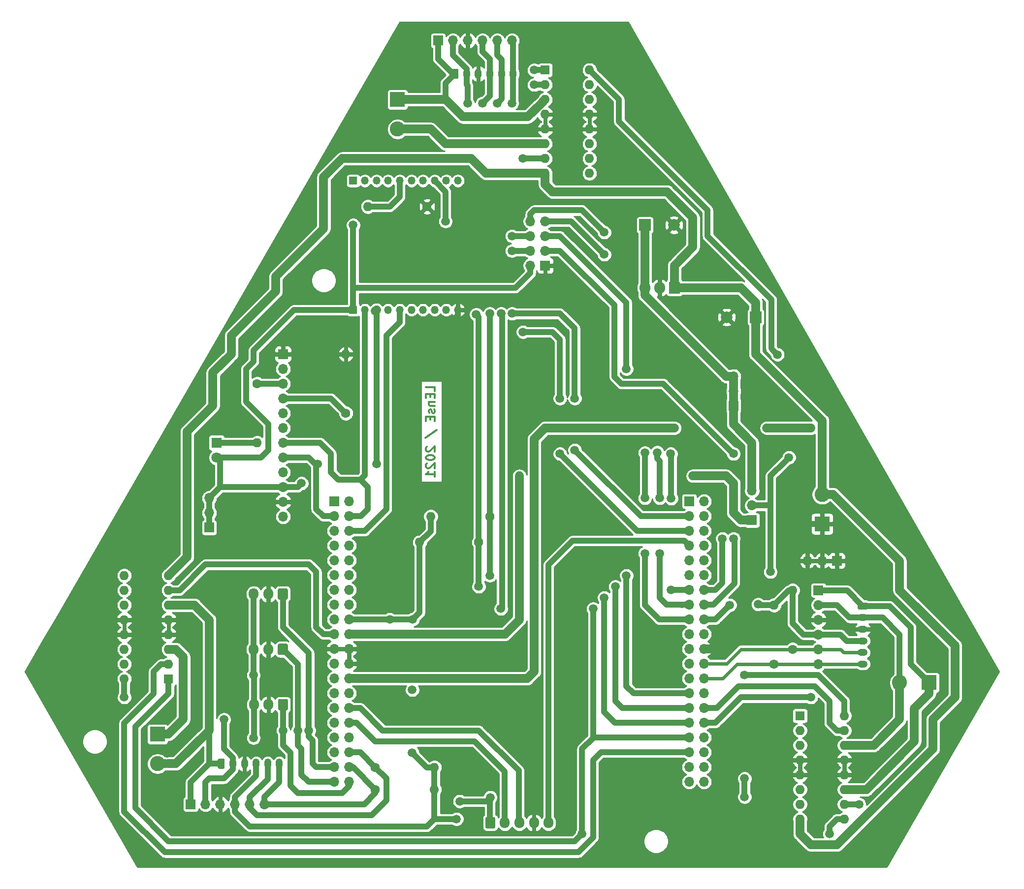
<source format=gbr>
%TF.GenerationSoftware,KiCad,Pcbnew,(5.1.6)-1*%
%TF.CreationDate,2023-02-05T17:49:42+01:00*%
%TF.ProjectId,RobotHolo,526f626f-7448-46f6-9c6f-2e6b69636164,rev?*%
%TF.SameCoordinates,Original*%
%TF.FileFunction,Copper,L2,Bot*%
%TF.FilePolarity,Positive*%
%FSLAX46Y46*%
G04 Gerber Fmt 4.6, Leading zero omitted, Abs format (unit mm)*
G04 Created by KiCad (PCBNEW (5.1.6)-1) date 2023-02-05 17:49:42*
%MOMM*%
%LPD*%
G01*
G04 APERTURE LIST*
%TA.AperFunction,NonConductor*%
%ADD10C,0.300000*%
%TD*%
%TA.AperFunction,ComponentPad*%
%ADD11O,1.700000X1.700000*%
%TD*%
%TA.AperFunction,ComponentPad*%
%ADD12R,1.700000X1.700000*%
%TD*%
%TA.AperFunction,ComponentPad*%
%ADD13R,1.350000X1.350000*%
%TD*%
%TA.AperFunction,ComponentPad*%
%ADD14O,1.350000X1.350000*%
%TD*%
%TA.AperFunction,ComponentPad*%
%ADD15C,2.000000*%
%TD*%
%TA.AperFunction,ComponentPad*%
%ADD16R,2.000000X2.000000*%
%TD*%
%TA.AperFunction,ComponentPad*%
%ADD17R,1.800000X1.800000*%
%TD*%
%TA.AperFunction,ComponentPad*%
%ADD18C,1.800000*%
%TD*%
%TA.AperFunction,ComponentPad*%
%ADD19R,2.600000X2.600000*%
%TD*%
%TA.AperFunction,ComponentPad*%
%ADD20C,2.600000*%
%TD*%
%TA.AperFunction,ComponentPad*%
%ADD21C,1.600000*%
%TD*%
%TA.AperFunction,ComponentPad*%
%ADD22O,1.600000X1.600000*%
%TD*%
%TA.AperFunction,ComponentPad*%
%ADD23R,1.600000X1.600000*%
%TD*%
%TA.AperFunction,ComponentPad*%
%ADD24O,1.700000X1.950000*%
%TD*%
%TA.AperFunction,ComponentPad*%
%ADD25R,1.905000X2.000000*%
%TD*%
%TA.AperFunction,ComponentPad*%
%ADD26O,1.905000X2.000000*%
%TD*%
%TA.AperFunction,ComponentPad*%
%ADD27O,1.200000X1.750000*%
%TD*%
%TA.AperFunction,ComponentPad*%
%ADD28O,1.750000X1.200000*%
%TD*%
%TA.AperFunction,ViaPad*%
%ADD29C,1.500000*%
%TD*%
%TA.AperFunction,Conductor*%
%ADD30C,1.000000*%
%TD*%
%TA.AperFunction,Conductor*%
%ADD31C,1.500000*%
%TD*%
%TA.AperFunction,Conductor*%
%ADD32C,0.600000*%
%TD*%
%TA.AperFunction,Conductor*%
%ADD33C,0.254000*%
%TD*%
G04 APERTURE END LIST*
D10*
X85768571Y-87650714D02*
X85768571Y-86936428D01*
X84268571Y-86936428D01*
X84982857Y-88150714D02*
X84982857Y-88650714D01*
X85768571Y-88865000D02*
X85768571Y-88150714D01*
X84268571Y-88150714D01*
X84268571Y-88865000D01*
X84768571Y-89507857D02*
X85768571Y-89507857D01*
X84911428Y-89507857D02*
X84840000Y-89579285D01*
X84768571Y-89722142D01*
X84768571Y-89936428D01*
X84840000Y-90079285D01*
X84982857Y-90150714D01*
X85768571Y-90150714D01*
X85697142Y-90793571D02*
X85768571Y-90936428D01*
X85768571Y-91222142D01*
X85697142Y-91365000D01*
X85554285Y-91436428D01*
X85482857Y-91436428D01*
X85340000Y-91365000D01*
X85268571Y-91222142D01*
X85268571Y-91007857D01*
X85197142Y-90865000D01*
X85054285Y-90793571D01*
X84982857Y-90793571D01*
X84840000Y-90865000D01*
X84768571Y-91007857D01*
X84768571Y-91222142D01*
X84840000Y-91365000D01*
X84982857Y-92079285D02*
X84982857Y-92579285D01*
X85768571Y-92793571D02*
X85768571Y-92079285D01*
X84268571Y-92079285D01*
X84268571Y-92793571D01*
X84197142Y-95650714D02*
X86125714Y-94365000D01*
X84411428Y-97222142D02*
X84340000Y-97293571D01*
X84268571Y-97436428D01*
X84268571Y-97793571D01*
X84340000Y-97936428D01*
X84411428Y-98007857D01*
X84554285Y-98079285D01*
X84697142Y-98079285D01*
X84911428Y-98007857D01*
X85768571Y-97150714D01*
X85768571Y-98079285D01*
X84268571Y-99007857D02*
X84268571Y-99150714D01*
X84340000Y-99293571D01*
X84411428Y-99365000D01*
X84554285Y-99436428D01*
X84840000Y-99507857D01*
X85197142Y-99507857D01*
X85482857Y-99436428D01*
X85625714Y-99365000D01*
X85697142Y-99293571D01*
X85768571Y-99150714D01*
X85768571Y-99007857D01*
X85697142Y-98865000D01*
X85625714Y-98793571D01*
X85482857Y-98722142D01*
X85197142Y-98650714D01*
X84840000Y-98650714D01*
X84554285Y-98722142D01*
X84411428Y-98793571D01*
X84340000Y-98865000D01*
X84268571Y-99007857D01*
X84411428Y-100079285D02*
X84340000Y-100150714D01*
X84268571Y-100293571D01*
X84268571Y-100650714D01*
X84340000Y-100793571D01*
X84411428Y-100865000D01*
X84554285Y-100936428D01*
X84697142Y-100936428D01*
X84911428Y-100865000D01*
X85768571Y-100007857D01*
X85768571Y-100936428D01*
X85768571Y-102365000D02*
X85768571Y-101507857D01*
X85768571Y-101936428D02*
X84268571Y-101936428D01*
X84482857Y-101793571D01*
X84625714Y-101650714D01*
X84697142Y-101507857D01*
D11*
%TO.P,J10,40*%
%TO.N,VCapt3*%
X71040001Y-154860001D03*
%TO.P,J10,39*%
%TO.N,VCapt2*%
X68500001Y-154860001D03*
%TO.P,J10,38*%
%TO.N,M1_B*%
X71040001Y-152320001D03*
%TO.P,J10,37*%
%TO.N,VCapt1*%
X68500001Y-152320001D03*
%TO.P,J10,36*%
%TO.N,M1_A*%
X71040001Y-149780001D03*
%TO.P,J10,35*%
%TO.N,Net-(J10-Pad35)*%
X68500001Y-149780001D03*
%TO.P,J10,34*%
%TO.N,Net-(J10-Pad34)*%
X71040001Y-147240001D03*
%TO.P,J10,33*%
%TO.N,Net-(J10-Pad33)*%
X68500001Y-147240001D03*
%TO.P,J10,32*%
%TO.N,RX_4*%
X71040001Y-144700001D03*
%TO.P,J10,31*%
%TO.N,Net-(J10-Pad31)*%
X68500001Y-144700001D03*
%TO.P,J10,30*%
%TO.N,TX_4*%
X71040001Y-142160001D03*
%TO.P,J10,29*%
%TO.N,Net-(J10-Pad29)*%
X68500001Y-142160001D03*
%TO.P,J10,28*%
%TO.N,Net-(J10-Pad28)*%
X71040001Y-139620001D03*
%TO.P,J10,27*%
%TO.N,Net-(J10-Pad27)*%
X68500001Y-139620001D03*
%TO.P,J10,26*%
%TO.N,NUC_VIN*%
X71040001Y-137080001D03*
%TO.P,J10,25*%
%TO.N,Net-(J10-Pad25)*%
X68500001Y-137080001D03*
%TO.P,J10,24*%
%TO.N,GND*%
X71040001Y-134540001D03*
%TO.P,J10,23*%
%TO.N,Net-(J10-Pad23)*%
X68500001Y-134540001D03*
%TO.P,J10,22*%
%TO.N,GND*%
X71040001Y-132000001D03*
%TO.P,J10,21*%
X68500001Y-132000001D03*
%TO.P,J10,20*%
%TO.N,5V_NUC*%
X71040001Y-129460001D03*
%TO.P,J10,19*%
%TO.N,Mot1_D2*%
X68500001Y-129460001D03*
%TO.P,J10,18*%
%TO.N,3.3V*%
X71040001Y-126920001D03*
%TO.P,J10,17*%
%TO.N,Net-(J10-Pad17)*%
X68500001Y-126920001D03*
%TO.P,J10,16*%
%TO.N,Net-(J10-Pad16)*%
X71040001Y-124380001D03*
%TO.P,J10,15*%
%TO.N,Net-(J10-Pad15)*%
X68500001Y-124380001D03*
%TO.P,J10,14*%
%TO.N,Net-(J10-Pad14)*%
X71040001Y-121840001D03*
%TO.P,J10,13*%
%TO.N,Net-(J10-Pad13)*%
X68500001Y-121840001D03*
%TO.P,J10,12*%
%TO.N,Net-(J10-Pad12)*%
X71040001Y-119300001D03*
%TO.P,J10,11*%
%TO.N,Net-(J10-Pad11)*%
X68500001Y-119300001D03*
%TO.P,J10,10*%
%TO.N,Net-(J10-Pad10)*%
X71040001Y-116760001D03*
%TO.P,J10,9*%
%TO.N,Net-(J10-Pad9)*%
X68500001Y-116760001D03*
%TO.P,J10,8*%
%TO.N,Net-(J10-Pad8)*%
X71040001Y-114220001D03*
%TO.P,J10,7*%
%TO.N,Net-(J10-Pad7)*%
X68500001Y-114220001D03*
%TO.P,J10,6*%
%TO.N,RESET_N*%
X71040001Y-111680001D03*
%TO.P,J10,5*%
%TO.N,Net-(J10-Pad5)*%
X68500001Y-111680001D03*
%TO.P,J10,4*%
%TO.N,RX*%
X71040001Y-109140001D03*
%TO.P,J10,3*%
%TO.N,TX*%
X68500001Y-109140001D03*
%TO.P,J10,2*%
%TO.N,Net-(J10-Pad2)*%
X71040001Y-106600001D03*
D12*
%TO.P,J10,1*%
%TO.N,Net-(J10-Pad1)*%
X68500001Y-106600001D03*
%TD*%
%TO.P,J14,1*%
%TO.N,Net-(J14-Pad1)*%
X129540000Y-106600001D03*
D11*
%TO.P,J14,2*%
%TO.N,Net-(J14-Pad2)*%
X132080000Y-106600001D03*
%TO.P,J14,3*%
%TO.N,Mot3_D1*%
X129540000Y-109140001D03*
%TO.P,J14,4*%
%TO.N,Net-(J14-Pad4)*%
X132080000Y-109140001D03*
%TO.P,J14,5*%
%TO.N,Mot3_D2*%
X129540000Y-111680001D03*
%TO.P,J14,6*%
%TO.N,Net-(J14-Pad6)*%
X132080000Y-111680001D03*
%TO.P,J14,7*%
%TO.N,Lidar_MOT*%
X129540000Y-114220001D03*
%TO.P,J14,8*%
%TO.N,Net-(J14-Pad8)*%
X132080000Y-114220001D03*
%TO.P,J14,9*%
%TO.N,Net-(J14-Pad9)*%
X129540000Y-116760001D03*
%TO.P,J14,10*%
%TO.N,Net-(J14-Pad10)*%
X132080000Y-116760001D03*
%TO.P,J14,11*%
%TO.N,Net-(J14-Pad11)*%
X129540000Y-119300001D03*
%TO.P,J14,12*%
%TO.N,Net-(J14-Pad12)*%
X132080000Y-119300001D03*
%TO.P,J14,13*%
%TO.N,nRF_SCK*%
X129540000Y-121840001D03*
%TO.P,J14,14*%
%TO.N,nRF_CSN*%
X132080000Y-121840001D03*
%TO.P,J14,15*%
%TO.N,nRF_MISO*%
X129540000Y-124380001D03*
%TO.P,J14,16*%
%TO.N,nRF_CE*%
X132080000Y-124380001D03*
%TO.P,J14,17*%
%TO.N,nRF_MOSI*%
X129540000Y-126920001D03*
%TO.P,J14,18*%
%TO.N,nRF_IRQ*%
X132080000Y-126920001D03*
%TO.P,J14,19*%
%TO.N,Net-(J14-Pad19)*%
X129540000Y-129460001D03*
%TO.P,J14,20*%
%TO.N,Net-(J14-Pad20)*%
X132080000Y-129460001D03*
%TO.P,J14,21*%
%TO.N,Net-(J14-Pad21)*%
X129540000Y-132000001D03*
%TO.P,J14,22*%
%TO.N,GND*%
X132080000Y-132000001D03*
%TO.P,J14,23*%
%TO.N,Net-(J14-Pad23)*%
X129540000Y-134540001D03*
%TO.P,J14,24*%
%TO.N,M2_A*%
X132080000Y-134540001D03*
%TO.P,J14,25*%
%TO.N,Net-(J14-Pad25)*%
X129540000Y-137080001D03*
%TO.P,J14,26*%
%TO.N,M2_B*%
X132080000Y-137080001D03*
%TO.P,J14,27*%
%TO.N,M3_B*%
X129540000Y-139620001D03*
%TO.P,J14,28*%
%TO.N,Net-(J14-Pad28)*%
X132080000Y-139620001D03*
%TO.P,J14,29*%
%TO.N,M3_A*%
X129540000Y-142160001D03*
%TO.P,J14,30*%
%TO.N,Mot2_D1*%
X132080000Y-142160001D03*
%TO.P,J14,31*%
%TO.N,GPIO2_STATUS*%
X129540000Y-144700001D03*
%TO.P,J14,32*%
%TO.N,Mot2_D2*%
X132080000Y-144700001D03*
%TO.P,J14,33*%
%TO.N,EnaPower*%
X129540000Y-147240001D03*
%TO.P,J14,34*%
%TO.N,Net-(J14-Pad34)*%
X132080000Y-147240001D03*
%TO.P,J14,35*%
%TO.N,Mot1_D1*%
X129540000Y-149780001D03*
%TO.P,J14,36*%
%TO.N,Net-(J14-Pad36)*%
X132080000Y-149780001D03*
%TO.P,J14,37*%
%TO.N,Net-(J14-Pad37)*%
X129540000Y-152320001D03*
%TO.P,J14,38*%
%TO.N,Net-(J14-Pad38)*%
X132080000Y-152320001D03*
%TO.P,J14,39*%
%TO.N,Net-(J14-Pad39)*%
X129540000Y-154860001D03*
%TO.P,J14,40*%
%TO.N,Net-(J14-Pad40)*%
X132080000Y-154860001D03*
%TD*%
D13*
%TO.P,J9,1*%
%TO.N,3.3V*%
X71755000Y-73660000D03*
D14*
%TO.P,J9,2*%
%TO.N,RX*%
X73755000Y-73660000D03*
%TO.P,J9,3*%
%TO.N,TX*%
X75755000Y-73660000D03*
%TO.P,J9,4*%
%TO.N,Net-(J9-Pad4)*%
X77755000Y-73660000D03*
%TO.P,J9,5*%
%TO.N,RESET_N*%
X79755000Y-73660000D03*
%TO.P,J9,6*%
%TO.N,Net-(J9-Pad6)*%
X81755000Y-73660000D03*
%TO.P,J9,7*%
%TO.N,Net-(J9-Pad7)*%
X83755000Y-73660000D03*
%TO.P,J9,8*%
%TO.N,Net-(J9-Pad8)*%
X85755000Y-73660000D03*
%TO.P,J9,9*%
%TO.N,Net-(J9-Pad9)*%
X87755000Y-73660000D03*
%TO.P,J9,10*%
%TO.N,GND*%
X89755000Y-73660000D03*
%TD*%
%TO.P,J11,10*%
%TO.N,Net-(J11-Pad10)*%
X89755000Y-51435000D03*
%TO.P,J11,9*%
%TO.N,Net-(J11-Pad9)*%
X87755000Y-51435000D03*
%TO.P,J11,8*%
%TO.N,GPIO2_STATUS*%
X85755000Y-51435000D03*
%TO.P,J11,7*%
%TO.N,Net-(J11-Pad7)*%
X83755000Y-51435000D03*
%TO.P,J11,6*%
%TO.N,Net-(J11-Pad6)*%
X81755000Y-51435000D03*
%TO.P,J11,5*%
%TO.N,Net-(J11-Pad5)*%
X79755000Y-51435000D03*
%TO.P,J11,4*%
%TO.N,Net-(J11-Pad4)*%
X77755000Y-51435000D03*
%TO.P,J11,3*%
%TO.N,Net-(J11-Pad3)*%
X75755000Y-51435000D03*
%TO.P,J11,2*%
%TO.N,Net-(J11-Pad2)*%
X73755000Y-51435000D03*
D13*
%TO.P,J11,1*%
%TO.N,Net-(J11-Pad1)*%
X71755000Y-51435000D03*
%TD*%
D15*
%TO.P,C1,2*%
%TO.N,GND*%
X135970000Y-74930000D03*
D16*
%TO.P,C1,1*%
%TO.N,VIN*%
X140970000Y-74930000D03*
%TD*%
%TO.P,C4,1*%
%TO.N,5V_REG*%
X121920000Y-59055000D03*
D15*
%TO.P,C4,2*%
%TO.N,GND*%
X126920000Y-59055000D03*
%TD*%
D17*
%TO.P,D1,1*%
%TO.N,Net-(D1-Pad1)*%
X48260000Y-96520000D03*
D18*
%TO.P,D1,2*%
%TO.N,3.3V*%
X48260000Y-99060000D03*
%TD*%
D12*
%TO.P,J4,1*%
%TO.N,GND*%
X59690000Y-81280000D03*
D11*
%TO.P,J4,2*%
%TO.N,Net-(J4-Pad2)*%
X59690000Y-83820000D03*
%TO.P,J4,3*%
%TO.N,Net-(J4-Pad3)*%
X59690000Y-86360000D03*
%TO.P,J4,4*%
%TO.N,Net-(J4-Pad4)*%
X59690000Y-88900000D03*
%TO.P,J4,5*%
%TO.N,Net-(J4-Pad5)*%
X59690000Y-91440000D03*
%TO.P,J4,6*%
%TO.N,Net-(J4-Pad6)*%
X59690000Y-93980000D03*
%TO.P,J4,7*%
%TO.N,RX*%
X59690000Y-96520000D03*
%TO.P,J4,8*%
%TO.N,TX*%
X59690000Y-99060000D03*
%TO.P,J4,9*%
%TO.N,Net-(J4-Pad9)*%
X59690000Y-101600000D03*
%TO.P,J4,10*%
%TO.N,3.3V*%
X59690000Y-104140000D03*
%TO.P,J4,11*%
%TO.N,GND*%
X59690000Y-106680000D03*
%TO.P,J4,12*%
%TO.N,Net-(J4-Pad12)*%
X59690000Y-109220000D03*
%TD*%
D19*
%TO.P,J5,1*%
%TO.N,M1_1*%
X38100000Y-146685000D03*
D20*
%TO.P,J5,2*%
%TO.N,M1_2*%
X38100000Y-151765000D03*
%TD*%
D19*
%TO.P,J6,1*%
%TO.N,M3_2*%
X79375000Y-37465000D03*
D20*
%TO.P,J6,2*%
%TO.N,M3_1*%
X79375000Y-42545000D03*
%TD*%
D11*
%TO.P,J7,3*%
%TO.N,5V_REG*%
X140335000Y-104775000D03*
%TO.P,J7,2*%
%TO.N,5V*%
X140335000Y-107315000D03*
D12*
%TO.P,J7,1*%
%TO.N,5V_NUC*%
X140335000Y-109855000D03*
%TD*%
D20*
%TO.P,J8,2*%
%TO.N,M2_1*%
X165735000Y-137795000D03*
D19*
%TO.P,J8,1*%
%TO.N,M2_2*%
X170815000Y-137795000D03*
%TD*%
D20*
%TO.P,J12,2*%
%TO.N,VIN*%
X152400000Y-105410000D03*
D19*
%TO.P,J12,1*%
%TO.N,GND*%
X152400000Y-110490000D03*
%TD*%
D12*
%TO.P,J18,1*%
%TO.N,GND*%
X154940000Y-116840000D03*
D11*
%TO.P,J18,2*%
X152400000Y-116840000D03*
%TO.P,J18,3*%
X149860000Y-116840000D03*
%TD*%
D13*
%TO.P,J19,1*%
%TO.N,VIN*%
X152495000Y-93980000D03*
D14*
%TO.P,J19,2*%
%TO.N,NUC_VIN*%
X150495000Y-93980000D03*
%TD*%
D12*
%TO.P,J20,1*%
%TO.N,5V_REG*%
X137160000Y-90170000D03*
D11*
%TO.P,J20,2*%
X137160000Y-87630000D03*
%TO.P,J20,3*%
X137160000Y-85090000D03*
%TD*%
%TO.P,J21,3*%
%TO.N,3.3V*%
X46990000Y-106045000D03*
%TO.P,J21,2*%
X46990000Y-108585000D03*
D12*
%TO.P,J21,1*%
X46990000Y-111125000D03*
%TD*%
D21*
%TO.P,R1,1*%
%TO.N,Net-(J4-Pad3)*%
X55245000Y-86360000D03*
D22*
%TO.P,R1,2*%
%TO.N,Net-(D1-Pad1)*%
X55245000Y-96520000D03*
%TD*%
%TO.P,R2,2*%
%TO.N,GND*%
X70485000Y-81280000D03*
D21*
%TO.P,R2,1*%
%TO.N,Net-(J4-Pad4)*%
X70485000Y-91440000D03*
%TD*%
D23*
%TO.P,U2,1*%
%TO.N,EnaPower*%
X40005000Y-137160000D03*
D22*
%TO.P,U2,9*%
%TO.N,Net-(U2-Pad9)*%
X32385000Y-119380000D03*
%TO.P,U2,2*%
%TO.N,Mot1_D1*%
X40005000Y-134620000D03*
%TO.P,U2,10*%
%TO.N,Net-(U2-Pad10)*%
X32385000Y-121920000D03*
%TO.P,U2,3*%
%TO.N,M1_1*%
X40005000Y-132080000D03*
%TO.P,U2,11*%
%TO.N,Net-(U2-Pad11)*%
X32385000Y-124460000D03*
%TO.P,U2,4*%
%TO.N,GND*%
X40005000Y-129540000D03*
%TO.P,U2,12*%
X32385000Y-127000000D03*
%TO.P,U2,5*%
X40005000Y-127000000D03*
%TO.P,U2,13*%
X32385000Y-129540000D03*
%TO.P,U2,6*%
%TO.N,M1_2*%
X40005000Y-124460000D03*
%TO.P,U2,14*%
%TO.N,Net-(U2-Pad14)*%
X32385000Y-132080000D03*
%TO.P,U2,7*%
%TO.N,Mot1_D2*%
X40005000Y-121920000D03*
%TO.P,U2,15*%
%TO.N,Net-(U2-Pad15)*%
X32385000Y-134620000D03*
%TO.P,U2,8*%
%TO.N,VIN*%
X40005000Y-119380000D03*
%TO.P,U2,16*%
%TO.N,5V*%
X32385000Y-137160000D03*
%TD*%
D23*
%TO.P,U3,1*%
%TO.N,Net-(U3-Pad1)*%
X148590000Y-143510000D03*
D22*
%TO.P,U3,9*%
%TO.N,EnaPower*%
X156210000Y-161290000D03*
%TO.P,U3,2*%
%TO.N,Net-(U3-Pad2)*%
X148590000Y-146050000D03*
%TO.P,U3,10*%
%TO.N,Mot2_D2*%
X156210000Y-158750000D03*
%TO.P,U3,3*%
%TO.N,Net-(U3-Pad3)*%
X148590000Y-148590000D03*
%TO.P,U3,11*%
%TO.N,M2_2*%
X156210000Y-156210000D03*
%TO.P,U3,4*%
%TO.N,GND*%
X148590000Y-151130000D03*
%TO.P,U3,12*%
X156210000Y-153670000D03*
%TO.P,U3,5*%
X148590000Y-153670000D03*
%TO.P,U3,13*%
X156210000Y-151130000D03*
%TO.P,U3,6*%
%TO.N,Net-(U3-Pad6)*%
X148590000Y-156210000D03*
%TO.P,U3,14*%
%TO.N,M2_1*%
X156210000Y-148590000D03*
%TO.P,U3,7*%
%TO.N,Net-(U3-Pad7)*%
X148590000Y-158750000D03*
%TO.P,U3,15*%
%TO.N,Mot2_D1*%
X156210000Y-146050000D03*
%TO.P,U3,8*%
%TO.N,VIN*%
X148590000Y-161290000D03*
%TO.P,U3,16*%
%TO.N,5V*%
X156210000Y-143510000D03*
%TD*%
%TO.P,U4,16*%
%TO.N,5V*%
X112395000Y-32385000D03*
%TO.P,U4,8*%
%TO.N,VIN*%
X104775000Y-50165000D03*
%TO.P,U4,15*%
%TO.N,Net-(U4-Pad15)*%
X112395000Y-34925000D03*
%TO.P,U4,7*%
%TO.N,Mot3_D2*%
X104775000Y-47625000D03*
%TO.P,U4,14*%
%TO.N,Net-(U4-Pad14)*%
X112395000Y-37465000D03*
%TO.P,U4,6*%
%TO.N,M3_1*%
X104775000Y-45085000D03*
%TO.P,U4,13*%
%TO.N,GND*%
X112395000Y-40005000D03*
%TO.P,U4,5*%
X104775000Y-42545000D03*
%TO.P,U4,12*%
X112395000Y-42545000D03*
%TO.P,U4,4*%
X104775000Y-40005000D03*
%TO.P,U4,11*%
%TO.N,Net-(U4-Pad11)*%
X112395000Y-45085000D03*
%TO.P,U4,3*%
%TO.N,M3_2*%
X104775000Y-37465000D03*
%TO.P,U4,10*%
%TO.N,Net-(U4-Pad10)*%
X112395000Y-47625000D03*
%TO.P,U4,2*%
%TO.N,Mot3_D1*%
X104775000Y-34925000D03*
%TO.P,U4,9*%
%TO.N,Net-(U4-Pad9)*%
X112395000Y-50165000D03*
D23*
%TO.P,U4,1*%
%TO.N,EnaPower*%
X104775000Y-32385000D03*
%TD*%
%TO.P,J1,1*%
%TO.N,VCapt1*%
%TA.AperFunction,ComponentPad*%
G36*
G01*
X60500000Y-121830000D02*
X60500000Y-123280000D01*
G75*
G02*
X60250000Y-123530000I-250000J0D01*
G01*
X59050000Y-123530000D01*
G75*
G02*
X58800000Y-123280000I0J250000D01*
G01*
X58800000Y-121830000D01*
G75*
G02*
X59050000Y-121580000I250000J0D01*
G01*
X60250000Y-121580000D01*
G75*
G02*
X60500000Y-121830000I0J-250000D01*
G01*
G37*
%TD.AperFunction*%
D24*
%TO.P,J1,2*%
%TO.N,GND*%
X57150000Y-122555000D03*
%TO.P,J1,3*%
%TO.N,5V*%
X54650000Y-122555000D03*
%TD*%
%TO.P,J2,1*%
%TO.N,VCapt2*%
%TA.AperFunction,ComponentPad*%
G36*
G01*
X60500000Y-131355000D02*
X60500000Y-132805000D01*
G75*
G02*
X60250000Y-133055000I-250000J0D01*
G01*
X59050000Y-133055000D01*
G75*
G02*
X58800000Y-132805000I0J250000D01*
G01*
X58800000Y-131355000D01*
G75*
G02*
X59050000Y-131105000I250000J0D01*
G01*
X60250000Y-131105000D01*
G75*
G02*
X60500000Y-131355000I0J-250000D01*
G01*
G37*
%TD.AperFunction*%
%TO.P,J2,2*%
%TO.N,GND*%
X57150000Y-132080000D03*
%TO.P,J2,3*%
%TO.N,5V*%
X54650000Y-132080000D03*
%TD*%
%TO.P,J3,3*%
%TO.N,5V*%
X54690000Y-141605000D03*
%TO.P,J3,2*%
%TO.N,GND*%
X57190000Y-141605000D03*
%TO.P,J3,1*%
%TO.N,VCapt3*%
%TA.AperFunction,ComponentPad*%
G36*
G01*
X60540000Y-140880000D02*
X60540000Y-142330000D01*
G75*
G02*
X60290000Y-142580000I-250000J0D01*
G01*
X59090000Y-142580000D01*
G75*
G02*
X58840000Y-142330000I0J250000D01*
G01*
X58840000Y-140880000D01*
G75*
G02*
X59090000Y-140630000I250000J0D01*
G01*
X60290000Y-140630000D01*
G75*
G02*
X60540000Y-140880000I0J-250000D01*
G01*
G37*
%TD.AperFunction*%
%TD*%
%TO.P,J17,1*%
%TO.N,5V*%
%TA.AperFunction,ComponentPad*%
G36*
G01*
X94480000Y-162650000D02*
X94480000Y-161200000D01*
G75*
G02*
X94730000Y-160950000I250000J0D01*
G01*
X95930000Y-160950000D01*
G75*
G02*
X96180000Y-161200000I0J-250000D01*
G01*
X96180000Y-162650000D01*
G75*
G02*
X95930000Y-162900000I-250000J0D01*
G01*
X94730000Y-162900000D01*
G75*
G02*
X94480000Y-162650000I0J250000D01*
G01*
G37*
%TD.AperFunction*%
%TO.P,J17,2*%
%TO.N,RX_4*%
X97830000Y-161925000D03*
%TO.P,J17,3*%
%TO.N,TX_4*%
X100330000Y-161925000D03*
%TO.P,J17,4*%
%TO.N,GND*%
X102830000Y-161925000D03*
%TO.P,J17,5*%
%TO.N,Lidar_MOT*%
X105330000Y-161925000D03*
%TD*%
D21*
%TO.P,R3,1*%
%TO.N,GND*%
X84455000Y-55880000D03*
D22*
%TO.P,R3,2*%
%TO.N,Net-(J11-Pad5)*%
X74295000Y-55880000D03*
%TD*%
D12*
%TO.P,J13,1*%
%TO.N,M1_2*%
X43815000Y-158750000D03*
D11*
%TO.P,J13,2*%
%TO.N,M1_1*%
X46355000Y-158750000D03*
%TO.P,J13,3*%
%TO.N,GND*%
X48895000Y-158750000D03*
%TO.P,J13,4*%
%TO.N,3.3V*%
X51435000Y-158750000D03*
%TO.P,J13,5*%
%TO.N,M1_A*%
X53975000Y-158750000D03*
%TO.P,J13,6*%
%TO.N,M1_B*%
X56515000Y-158750000D03*
%TD*%
%TO.P,J15,6*%
%TO.N,M3_B*%
X99060000Y-27305000D03*
%TO.P,J15,5*%
%TO.N,M3_A*%
X96520000Y-27305000D03*
%TO.P,J15,4*%
%TO.N,3.3V*%
X93980000Y-27305000D03*
%TO.P,J15,3*%
%TO.N,GND*%
X91440000Y-27305000D03*
%TO.P,J15,2*%
%TO.N,M3_1*%
X88900000Y-27305000D03*
D12*
%TO.P,J15,1*%
%TO.N,M3_2*%
X86360000Y-27305000D03*
%TD*%
%TO.P,J16,1*%
%TO.N,M2_2*%
X151765000Y-121920000D03*
D11*
%TO.P,J16,2*%
%TO.N,M2_1*%
X151765000Y-124460000D03*
%TO.P,J16,3*%
%TO.N,GND*%
X151765000Y-127000000D03*
%TO.P,J16,4*%
%TO.N,3.3V*%
X151765000Y-129540000D03*
%TO.P,J16,5*%
%TO.N,M2_A*%
X151765000Y-132080000D03*
%TO.P,J16,6*%
%TO.N,M2_B*%
X151765000Y-134620000D03*
%TD*%
D21*
%TO.P,R4,1*%
%TO.N,M1_A*%
X75565000Y-152400000D03*
D22*
%TO.P,R4,2*%
%TO.N,3.3V*%
X85725000Y-152400000D03*
%TD*%
%TO.P,R5,2*%
%TO.N,3.3V*%
X85725000Y-156210000D03*
D21*
%TO.P,R5,1*%
%TO.N,M1_B*%
X75565000Y-156210000D03*
%TD*%
D25*
%TO.P,U1,1*%
%TO.N,VIN*%
X127000000Y-69850000D03*
D26*
%TO.P,U1,2*%
%TO.N,GND*%
X124460000Y-69850000D03*
%TO.P,U1,3*%
%TO.N,5V_REG*%
X121920000Y-69850000D03*
%TD*%
D21*
%TO.P,R6,1*%
%TO.N,M2_A*%
X147320000Y-132080000D03*
D22*
%TO.P,R6,2*%
%TO.N,3.3V*%
X147320000Y-121920000D03*
%TD*%
%TO.P,R7,2*%
%TO.N,3.3V*%
X144145000Y-124460000D03*
D21*
%TO.P,R7,1*%
%TO.N,M2_B*%
X144145000Y-134620000D03*
%TD*%
%TO.P,R8,1*%
%TO.N,M3_A*%
X93345000Y-113665000D03*
D22*
%TO.P,R8,2*%
%TO.N,3.3V*%
X83185000Y-113665000D03*
%TD*%
%TO.P,R9,2*%
%TO.N,3.3V*%
X85090000Y-109220000D03*
D21*
%TO.P,R9,1*%
%TO.N,M3_B*%
X95250000Y-109220000D03*
%TD*%
D12*
%TO.P,J22,1*%
%TO.N,GND*%
X104775000Y-66040000D03*
D11*
%TO.P,J22,2*%
%TO.N,3.3V*%
X102235000Y-66040000D03*
%TO.P,J22,3*%
%TO.N,nRF_CE*%
X104775000Y-63500000D03*
%TO.P,J22,4*%
%TO.N,nRF_CSN*%
X102235000Y-63500000D03*
%TO.P,J22,5*%
%TO.N,nRF_SCK*%
X104775000Y-60960000D03*
%TO.P,J22,6*%
%TO.N,nRF_MOSI*%
X102235000Y-60960000D03*
%TO.P,J22,7*%
%TO.N,nRF_MISO*%
X104775000Y-58420000D03*
%TO.P,J22,8*%
%TO.N,nRF_IRQ*%
X102235000Y-58420000D03*
%TD*%
%TO.P,J23,1*%
%TO.N,M1_2*%
%TA.AperFunction,ComponentPad*%
G36*
G01*
X48455000Y-152390001D02*
X48455000Y-151139999D01*
G75*
G02*
X48704999Y-150890000I249999J0D01*
G01*
X49405001Y-150890000D01*
G75*
G02*
X49655000Y-151139999I0J-249999D01*
G01*
X49655000Y-152390001D01*
G75*
G02*
X49405001Y-152640000I-249999J0D01*
G01*
X48704999Y-152640000D01*
G75*
G02*
X48455000Y-152390001I0J249999D01*
G01*
G37*
%TD.AperFunction*%
D27*
%TO.P,J23,2*%
%TO.N,M1_1*%
X51055000Y-151765000D03*
%TO.P,J23,3*%
%TO.N,GND*%
X53055000Y-151765000D03*
%TO.P,J23,4*%
%TO.N,3.3V*%
X55055000Y-151765000D03*
%TO.P,J23,5*%
%TO.N,M1_A*%
X57055000Y-151765000D03*
%TO.P,J23,6*%
%TO.N,M1_B*%
X59055000Y-151765000D03*
%TD*%
%TO.P,J24,6*%
%TO.N,M3_B*%
X99250000Y-33020000D03*
%TO.P,J24,5*%
%TO.N,M3_A*%
X97250000Y-33020000D03*
%TO.P,J24,4*%
%TO.N,3.3V*%
X95250000Y-33020000D03*
%TO.P,J24,3*%
%TO.N,GND*%
X93250000Y-33020000D03*
%TO.P,J24,2*%
%TO.N,M3_1*%
X91250000Y-33020000D03*
%TO.P,J24,1*%
%TO.N,M3_2*%
%TA.AperFunction,ComponentPad*%
G36*
G01*
X88650000Y-33645001D02*
X88650000Y-32394999D01*
G75*
G02*
X88899999Y-32145000I249999J0D01*
G01*
X89600001Y-32145000D01*
G75*
G02*
X89850000Y-32394999I0J-249999D01*
G01*
X89850000Y-33645001D01*
G75*
G02*
X89600001Y-33895000I-249999J0D01*
G01*
X88899999Y-33895000D01*
G75*
G02*
X88650000Y-33645001I0J249999D01*
G01*
G37*
%TD.AperFunction*%
%TD*%
%TO.P,J25,1*%
%TO.N,M2_2*%
%TA.AperFunction,ComponentPad*%
G36*
G01*
X158759999Y-124020000D02*
X160010001Y-124020000D01*
G75*
G02*
X160260000Y-124269999I0J-249999D01*
G01*
X160260000Y-124970001D01*
G75*
G02*
X160010001Y-125220000I-249999J0D01*
G01*
X158759999Y-125220000D01*
G75*
G02*
X158510000Y-124970001I0J249999D01*
G01*
X158510000Y-124269999D01*
G75*
G02*
X158759999Y-124020000I249999J0D01*
G01*
G37*
%TD.AperFunction*%
D28*
%TO.P,J25,2*%
%TO.N,M2_1*%
X159385000Y-126620000D03*
%TO.P,J25,3*%
%TO.N,GND*%
X159385000Y-128620000D03*
%TO.P,J25,4*%
%TO.N,3.3V*%
X159385000Y-130620000D03*
%TO.P,J25,5*%
%TO.N,M2_A*%
X159385000Y-132620000D03*
%TO.P,J25,6*%
%TO.N,M2_B*%
X159385000Y-134620000D03*
%TD*%
D29*
%TO.N,5V*%
X95330000Y-157560000D03*
X139065000Y-157480000D03*
X139065000Y-154305000D03*
X90055001Y-158229999D03*
X139065000Y-136525000D03*
X144712089Y-81347911D03*
X146685000Y-99060000D03*
X143510000Y-118745000D03*
X32384994Y-140335000D03*
X54610000Y-136525004D03*
X54610000Y-147320000D03*
%TO.N,GND*%
X82550000Y-77470000D03*
X70485000Y-77470000D03*
X135255000Y-131445000D03*
X135255000Y-149225000D03*
X135255000Y-149225000D03*
%TO.N,VCapt1*%
X64135000Y-146050000D03*
%TO.N,VCapt2*%
X62230000Y-146050000D03*
%TO.N,VCapt3*%
X59690000Y-146050000D03*
%TO.N,TX*%
X75755000Y-100140006D03*
X65594994Y-100140006D03*
%TO.N,3.3V*%
X78025001Y-126920001D03*
X62865000Y-103505000D03*
X81994999Y-126920001D03*
X81915000Y-149860000D03*
X81915000Y-139065000D03*
X89535000Y-161290000D03*
X71755000Y-59054976D03*
X141394272Y-124320419D03*
X93980000Y-38100000D03*
%TO.N,5V_NUC*%
X100330000Y-102235000D03*
X130175000Y-102235000D03*
%TO.N,GPIO2_STATUS*%
X114934996Y-123190000D03*
X87630008Y-58420000D03*
%TO.N,EnaPower*%
X97155000Y-125095000D03*
X113030012Y-125095000D03*
X97195696Y-74291913D03*
X153670000Y-163830000D03*
X111125000Y-163830000D03*
X102870002Y-32385000D03*
%TO.N,Mot2_D2*%
X150495000Y-140335000D03*
X158750000Y-158750000D03*
%TO.N,Mot3_D2*%
X100965000Y-47625000D03*
X100965000Y-77470000D03*
X107315000Y-88900000D03*
X107315000Y-98425000D03*
%TO.N,Mot3_D1*%
X109855000Y-88900000D03*
X99060000Y-74295000D03*
X109855000Y-97790000D03*
X102870000Y-34925000D03*
%TO.N,M1_1*%
X42545000Y-144145000D03*
X49530000Y-144145000D03*
%TO.N,M3_1*%
X87630000Y-45085000D03*
X91440000Y-38100000D03*
%TO.N,M3_B*%
X95249998Y-119380000D03*
X118745000Y-119380000D03*
X95250002Y-74295000D03*
X99060010Y-38100000D03*
%TO.N,M3_A*%
X93345000Y-121285000D03*
X116840000Y-121285002D03*
X92920728Y-74434578D03*
X96520014Y-38100000D03*
%TO.N,nRF_SCK*%
X126444999Y-121840001D03*
X126444999Y-106124999D03*
X118745000Y-83820000D03*
X126365000Y-98424984D03*
%TO.N,nRF_CSN*%
X135255000Y-113030002D03*
X99060000Y-63500000D03*
%TO.N,nRF_MISO*%
X124460000Y-115570000D03*
X124460000Y-115570000D03*
X124460000Y-106045000D03*
X114934996Y-64135000D03*
X124046809Y-98186451D03*
%TO.N,nRF_CE*%
X137159996Y-113030000D03*
X137160000Y-98425004D03*
%TO.N,nRF_MOSI*%
X121920000Y-115570000D03*
X121920000Y-106045000D03*
X121920000Y-98244990D03*
X99060000Y-60960000D03*
%TO.N,nRF_IRQ*%
X114935000Y-60325000D03*
X136525000Y-124460000D03*
%TO.N,NUC_VIN*%
X127000000Y-93980000D03*
X142875000Y-93980000D03*
%TD*%
D30*
%TO.N,5V*%
X139065000Y-157480000D02*
X139065000Y-154305000D01*
X140335000Y-107315000D02*
X143510000Y-107315000D01*
X95330000Y-161925000D02*
X95250000Y-161845000D01*
X95330000Y-158115000D02*
X95330000Y-157560000D01*
X95250000Y-161845000D02*
X95250000Y-158195000D01*
X95250000Y-158195000D02*
X95330000Y-158115000D01*
X95250000Y-161845000D02*
X95250000Y-160655000D01*
X94660001Y-158229999D02*
X95330000Y-157560000D01*
X90055001Y-158229999D02*
X94660001Y-158229999D01*
X156210000Y-143510000D02*
X156210000Y-140970000D01*
X151765000Y-136525000D02*
X139065000Y-136525000D01*
X156210000Y-140970000D02*
X151765000Y-136525000D01*
X145935001Y-99809999D02*
X146685000Y-99060000D01*
X143510000Y-107315000D02*
X143510000Y-102235000D01*
X143510000Y-102235000D02*
X145935001Y-99809999D01*
X143510000Y-107315000D02*
X143510000Y-117684340D01*
X143510000Y-117684340D02*
X143510000Y-118745000D01*
X143962090Y-80597912D02*
X144712089Y-81347911D01*
X117475000Y-37465000D02*
X117475000Y-41275000D01*
X143644590Y-71889590D02*
X143644590Y-80280412D01*
X132715000Y-56515000D02*
X132715000Y-60960000D01*
X112395000Y-32385000D02*
X117475000Y-37465000D01*
X143644590Y-80280412D02*
X143962090Y-80597912D01*
X117475000Y-41275000D02*
X132715000Y-56515000D01*
X132715000Y-60960000D02*
X143644590Y-71889590D01*
X54650000Y-132080000D02*
X54650000Y-122555000D01*
X32385000Y-137160000D02*
X32385000Y-140334994D01*
X32385000Y-140334994D02*
X32384994Y-140335000D01*
X54650000Y-132080000D02*
X54650000Y-136485004D01*
X54650000Y-136485004D02*
X54610000Y-136525004D01*
X54690000Y-136605004D02*
X54610000Y-136525004D01*
X54690000Y-141605000D02*
X54690000Y-136605004D01*
X54690000Y-147280000D02*
X54690000Y-141605000D01*
X54650000Y-147360000D02*
X54610000Y-147320000D01*
X54690000Y-147360000D02*
X54650000Y-147360000D01*
%TO.N,GND*%
X89755000Y-74614594D02*
X86899594Y-77470000D01*
X89755000Y-73660000D02*
X89755000Y-74614594D01*
X86899594Y-77470000D02*
X82550000Y-77470000D01*
X152400000Y-110490000D02*
X148590000Y-110490000D01*
X148590000Y-110490000D02*
X148590000Y-97790000D01*
D31*
X133282081Y-132000001D02*
X133837082Y-131445000D01*
X132080000Y-132000001D02*
X133282081Y-132000001D01*
X133837082Y-131445000D02*
X135255000Y-131445000D01*
D30*
%TO.N,VCapt1*%
X64135000Y-144989340D02*
X64135000Y-146050000D01*
X64135000Y-132715000D02*
X64135000Y-144989340D01*
X59690000Y-128270000D02*
X64135000Y-132715000D01*
X59650000Y-122555000D02*
X59690000Y-122595000D01*
X59690000Y-122595000D02*
X59690000Y-128270000D01*
X64135000Y-147110660D02*
X64135000Y-146050000D01*
X64770000Y-147745660D02*
X64135000Y-147110660D01*
X64770000Y-151765000D02*
X64770000Y-147745660D01*
X68500001Y-152320001D02*
X65325001Y-152320001D01*
X65325001Y-152320001D02*
X64770000Y-151765000D01*
%TO.N,VCapt2*%
X62230000Y-134660000D02*
X62230000Y-144989340D01*
X59650000Y-132080000D02*
X62230000Y-134660000D01*
X62230000Y-144989340D02*
X62230000Y-146050000D01*
X62230000Y-148590000D02*
X62230000Y-146050000D01*
X62865000Y-149225000D02*
X62230000Y-148590000D01*
X62865000Y-153670000D02*
X62865000Y-149225000D01*
X68500001Y-154860001D02*
X64055001Y-154860001D01*
X64055001Y-154860001D02*
X62865000Y-153670000D01*
%TO.N,VCapt3*%
X59690000Y-141605000D02*
X59690000Y-146050000D01*
X60960000Y-149860000D02*
X59690000Y-148590000D01*
X60960000Y-155575000D02*
X60960000Y-149860000D01*
X62230000Y-156845000D02*
X60960000Y-155575000D01*
X69850000Y-156845000D02*
X62230000Y-156845000D01*
X71040001Y-154860001D02*
X71040001Y-155654999D01*
X71040001Y-155654999D02*
X69850000Y-156845000D01*
X59690000Y-148590000D02*
X59690000Y-146050000D01*
%TO.N,RX*%
X73104999Y-109140001D02*
X71040001Y-109140001D01*
X74295000Y-107950000D02*
X73104999Y-109140001D01*
X74295000Y-104140000D02*
X74295000Y-107950000D01*
X73025000Y-102870000D02*
X74295000Y-104140000D01*
X73755000Y-102140000D02*
X73025000Y-102870000D01*
X73755000Y-73660000D02*
X73755000Y-102140000D01*
X69215000Y-102870000D02*
X73025000Y-102870000D01*
X67945000Y-101600000D02*
X69215000Y-102870000D01*
X67945000Y-98425000D02*
X67945000Y-101600000D01*
X59690000Y-96520000D02*
X66040000Y-96520000D01*
X66040000Y-96520000D02*
X67945000Y-98425000D01*
D31*
%TO.N,TX*%
X75565000Y-73850000D02*
X75755000Y-73660000D01*
D30*
X75755000Y-73660000D02*
X75755000Y-100140006D01*
X66595001Y-109140001D02*
X68500001Y-109140001D01*
X65405000Y-107950000D02*
X66595001Y-109140001D01*
X65405000Y-100330000D02*
X65405000Y-107950000D01*
X59690000Y-99060000D02*
X64135000Y-99060000D01*
X64135000Y-99060000D02*
X65405000Y-100330000D01*
D31*
%TO.N,VIN*%
X127000000Y-69850000D02*
X138390000Y-69850000D01*
X94615000Y-50165000D02*
X104775000Y-50165000D01*
X92075000Y-47625000D02*
X94615000Y-50165000D01*
X69850000Y-47625000D02*
X92075000Y-47625000D01*
X66675000Y-50800000D02*
X69850000Y-47625000D01*
X66675000Y-59690000D02*
X66675000Y-50800000D01*
X58420000Y-67945000D02*
X66675000Y-59690000D01*
X58420000Y-70485000D02*
X58420000Y-67945000D01*
X50800000Y-78105000D02*
X58420000Y-70485000D01*
X43180000Y-116205000D02*
X43180000Y-94615000D01*
X40005000Y-119380000D02*
X43180000Y-116205000D01*
X47625000Y-90170000D02*
X47625000Y-84455000D01*
X43180000Y-94615000D02*
X47625000Y-90170000D01*
X47625000Y-84455000D02*
X50800000Y-81280000D01*
X50800000Y-81280000D02*
X50800000Y-78105000D01*
X140970000Y-81280000D02*
X140970000Y-74930000D01*
X152400000Y-105410000D02*
X152400000Y-92710000D01*
X152400000Y-92710000D02*
X140970000Y-81280000D01*
X140970000Y-74930000D02*
X140970000Y-72390000D01*
X140930000Y-72390000D02*
X138390000Y-69850000D01*
X140970000Y-72390000D02*
X140930000Y-72390000D01*
X130175000Y-62865000D02*
X127000000Y-66040000D01*
X104775000Y-52070000D02*
X106045000Y-53340000D01*
X127000000Y-66040000D02*
X127000000Y-69850000D01*
X130175000Y-57785000D02*
X130175000Y-62865000D01*
X104775000Y-50165000D02*
X104775000Y-52070000D01*
X106045000Y-53340000D02*
X125730000Y-53340000D01*
X125730000Y-53340000D02*
X130175000Y-57785000D01*
X154305000Y-105410000D02*
X152400000Y-105410000D01*
X165735000Y-116840000D02*
X154305000Y-105410000D01*
X165735000Y-121920000D02*
X165735000Y-116840000D01*
X148590000Y-163830000D02*
X150495000Y-165735000D01*
X148590000Y-161290000D02*
X148590000Y-163830000D01*
X150495000Y-165735000D02*
X154940000Y-165735000D01*
X154940000Y-165735000D02*
X171450000Y-149225000D01*
X171450000Y-149225000D02*
X171450000Y-144145000D01*
X175260000Y-131445000D02*
X165735000Y-121920000D01*
X175260000Y-140335000D02*
X175260000Y-131445000D01*
X171450000Y-144145000D02*
X175260000Y-140335000D01*
D30*
%TO.N,3.3V*%
X46990000Y-106045000D02*
X46990000Y-108585000D01*
X46990000Y-108585000D02*
X46990000Y-111125000D01*
X71040001Y-126920001D02*
X78025001Y-126920001D01*
X48260000Y-104775000D02*
X46990000Y-106045000D01*
X48260000Y-104775000D02*
X48895000Y-104140000D01*
X48895000Y-99695000D02*
X48895000Y-104140000D01*
X48260000Y-99060000D02*
X48895000Y-99695000D01*
X57785000Y-104140000D02*
X60960000Y-104140000D01*
X48895000Y-104140000D02*
X57785000Y-104140000D01*
X62230000Y-104140000D02*
X62865000Y-103505000D01*
X60960000Y-104140000D02*
X62230000Y-104140000D01*
X61595000Y-73660000D02*
X71755000Y-73660000D01*
X54610000Y-80645000D02*
X61595000Y-73660000D01*
X54610000Y-82550000D02*
X54610000Y-80645000D01*
X55880000Y-99060000D02*
X57150000Y-97790000D01*
X48260000Y-99060000D02*
X55880000Y-99060000D01*
X57150000Y-97790000D02*
X57150000Y-93345000D01*
X57150000Y-93345000D02*
X53340000Y-89535000D01*
X53340000Y-89535000D02*
X53340000Y-83820000D01*
X53340000Y-83820000D02*
X54610000Y-82550000D01*
X78025001Y-126920001D02*
X81994999Y-126920001D01*
X83185000Y-125730000D02*
X83185000Y-113665000D01*
X81994999Y-126920001D02*
X83185000Y-125730000D01*
X83185000Y-113665000D02*
X85090000Y-111760000D01*
X85090000Y-111760000D02*
X85090000Y-109220000D01*
X85725000Y-158115000D02*
X85725000Y-152400000D01*
X85725000Y-152400000D02*
X84455000Y-152400000D01*
X84455000Y-152400000D02*
X81915000Y-149860000D01*
X85725000Y-161290000D02*
X85725000Y-158115000D01*
X85725000Y-158115000D02*
X85725000Y-156210000D01*
X85725000Y-156210000D02*
X85725000Y-161290000D01*
X85725000Y-161290000D02*
X89535000Y-161290000D01*
X71755000Y-73660000D02*
X71755000Y-69850000D01*
X71755000Y-69850000D02*
X71755000Y-59054976D01*
X144145000Y-124460000D02*
X141533853Y-124460000D01*
X141533853Y-124460000D02*
X141394272Y-124320419D01*
X102235000Y-67310000D02*
X99695000Y-69850000D01*
X102235000Y-66040000D02*
X102235000Y-67310000D01*
X99695000Y-69850000D02*
X71755000Y-69850000D01*
X55055000Y-153860000D02*
X55055000Y-151765000D01*
X51435000Y-158750000D02*
X51435000Y-157480000D01*
X51435000Y-157480000D02*
X55055000Y-153860000D01*
X144145000Y-124460000D02*
X146685000Y-121920000D01*
X146685000Y-121920000D02*
X147320000Y-121920000D01*
X156655000Y-130620000D02*
X159385000Y-130620000D01*
X155575000Y-129540000D02*
X156655000Y-130620000D01*
X149225000Y-129540000D02*
X155575000Y-129540000D01*
X147320000Y-121920000D02*
X147320000Y-127635000D01*
X147320000Y-127635000D02*
X149225000Y-129540000D01*
D32*
X95250000Y-32385000D02*
X95250000Y-32110000D01*
D30*
X95250000Y-30480000D02*
X95250000Y-33020000D01*
X93980000Y-27305000D02*
X93980000Y-29210000D01*
X93980000Y-29210000D02*
X95250000Y-30480000D01*
X95250000Y-36830000D02*
X93980000Y-38100000D01*
X95250000Y-33020000D02*
X95250000Y-36830000D01*
X51435000Y-160020000D02*
X51435000Y-158750000D01*
X53975000Y-162560000D02*
X51435000Y-160020000D01*
X85725000Y-161290000D02*
X84455000Y-162560000D01*
X84455000Y-162560000D02*
X53975000Y-162560000D01*
D31*
%TO.N,5V_REG*%
X121920000Y-59055000D02*
X121920000Y-69850000D01*
X121920000Y-71120000D02*
X121920000Y-69850000D01*
X135890000Y-85090000D02*
X121920000Y-71120000D01*
X137160000Y-85090000D02*
X135890000Y-85090000D01*
X137160000Y-90170000D02*
X137160000Y-85090000D01*
X137160000Y-93345000D02*
X137160000Y-90170000D01*
X140335000Y-104775000D02*
X140335000Y-96520000D01*
X140335000Y-96520000D02*
X137160000Y-93345000D01*
%TO.N,5V_NUC*%
X138430000Y-109855000D02*
X140335000Y-109855000D01*
X137160000Y-108585000D02*
X138430000Y-109855000D01*
X137160000Y-103505000D02*
X137160000Y-108585000D01*
X130175000Y-102235000D02*
X135890000Y-102235000D01*
X135890000Y-102235000D02*
X137160000Y-103505000D01*
X100330000Y-126976002D02*
X100330000Y-102235000D01*
X71040001Y-129460001D02*
X97846001Y-129460001D01*
X97846001Y-129460001D02*
X100330000Y-126976002D01*
D30*
%TO.N,RESET_N*%
X79755000Y-75820000D02*
X79755000Y-73660000D01*
X77470000Y-78105000D02*
X79755000Y-75820000D01*
X77470000Y-107950000D02*
X77470000Y-78105000D01*
X71040001Y-111680001D02*
X73739999Y-111680001D01*
X73739999Y-111680001D02*
X77470000Y-107950000D01*
%TO.N,RX_4*%
X92640011Y-147885011D02*
X97830000Y-153075000D01*
X75495011Y-147885011D02*
X92640011Y-147885011D01*
X71040001Y-144700001D02*
X72310001Y-144700001D01*
X97830000Y-153075000D02*
X97830000Y-161925000D01*
X72310001Y-144700001D02*
X75495011Y-147885011D01*
%TO.N,TX_4*%
X100250000Y-161845000D02*
X100330000Y-161925000D01*
X72945001Y-142160001D02*
X76835000Y-146050000D01*
X76835000Y-146050000D02*
X93345000Y-146050000D01*
X100250000Y-152955000D02*
X100250000Y-161845000D01*
X71040001Y-142160001D02*
X72945001Y-142160001D01*
X93345000Y-146050000D02*
X100250000Y-152955000D01*
%TO.N,GPIO2_STATUS*%
X114934996Y-142874996D02*
X114934996Y-123190000D01*
X116760001Y-144700001D02*
X114934996Y-142874996D01*
X129540000Y-144700001D02*
X116760001Y-144700001D01*
X85755000Y-51435000D02*
X87630008Y-53310008D01*
X87630008Y-53310008D02*
X87630008Y-58420000D01*
%TO.N,Net-(J11-Pad5)*%
X74295000Y-55880000D02*
X78105000Y-55880000D01*
X79755000Y-54230000D02*
X79755000Y-51435000D01*
X78105000Y-55880000D02*
X79755000Y-54230000D01*
%TO.N,Lidar_MOT*%
X128690001Y-113370002D02*
X129540000Y-114220001D01*
X105330000Y-117555000D02*
X109514998Y-113370002D01*
X105330000Y-161925000D02*
X105330000Y-117555000D01*
X109514998Y-113370002D02*
X128690001Y-113370002D01*
%TO.N,Net-(D1-Pad1)*%
X48260000Y-96520000D02*
X55245000Y-96520000D01*
%TO.N,Net-(J4-Pad3)*%
X55245000Y-86360000D02*
X59690000Y-86360000D01*
%TO.N,Net-(J4-Pad4)*%
X67945000Y-88900000D02*
X70485000Y-91440000D01*
X59690000Y-88900000D02*
X67945000Y-88900000D01*
%TO.N,EnaPower*%
X113030000Y-125095012D02*
X113030012Y-125095000D01*
X113030000Y-147320000D02*
X113030000Y-125095012D01*
X129540000Y-147240001D02*
X116125001Y-147240001D01*
X113109999Y-147240001D02*
X113030000Y-147320000D01*
X116125001Y-147240001D02*
X113109999Y-147240001D01*
X97155000Y-125095000D02*
X97335001Y-124914999D01*
X97335001Y-74431218D02*
X97195696Y-74291913D01*
X97335001Y-124914999D02*
X97335001Y-74431218D01*
X156210000Y-161290000D02*
X154940000Y-161290000D01*
X153670000Y-162560000D02*
X153670000Y-163830000D01*
X154940000Y-161290000D02*
X153670000Y-162560000D01*
X113030000Y-147320000D02*
X111125000Y-149225000D01*
X111125000Y-149225000D02*
X111125000Y-163830000D01*
X109855000Y-165100000D02*
X111125000Y-163830000D01*
X40005000Y-165100000D02*
X109855000Y-165100000D01*
X34290000Y-159385000D02*
X40005000Y-165100000D01*
X34290000Y-145415000D02*
X34290000Y-159385000D01*
X40005000Y-137160000D02*
X40005000Y-139700000D01*
X40005000Y-139700000D02*
X34290000Y-145415000D01*
X104775000Y-32385000D02*
X102870002Y-32385000D01*
%TO.N,Mot1_D1*%
X113030000Y-164465000D02*
X113030000Y-151130000D01*
X110490000Y-167005000D02*
X113030000Y-164465000D01*
X113030000Y-151130000D02*
X114379999Y-149780001D01*
X39370000Y-167005000D02*
X110490000Y-167005000D01*
X38735000Y-134620000D02*
X37465000Y-135890000D01*
X40005000Y-134620000D02*
X38735000Y-134620000D01*
X114379999Y-149780001D02*
X129540000Y-149780001D01*
X37465000Y-135890000D02*
X37465000Y-139700000D01*
X37465000Y-139700000D02*
X32385000Y-144780000D01*
X32385000Y-144780000D02*
X32385000Y-160020000D01*
X32385000Y-160020000D02*
X39370000Y-167005000D01*
%TO.N,Mot1_D2*%
X41910000Y-121920000D02*
X40005000Y-121920000D01*
X68500001Y-129460001D02*
X66595001Y-129460001D01*
X65405000Y-128270000D02*
X65405000Y-118745000D01*
X65405000Y-118745000D02*
X64135000Y-117475000D01*
X64135000Y-117475000D02*
X46355000Y-117475000D01*
X66595001Y-129460001D02*
X65405000Y-128270000D01*
X46355000Y-117475000D02*
X41910000Y-121920000D01*
%TO.N,Mot2_D1*%
X154940000Y-146050000D02*
X156210000Y-146050000D01*
X134278534Y-142160001D02*
X138008535Y-138430000D01*
X153670000Y-144780000D02*
X154940000Y-146050000D01*
X132080000Y-142160001D02*
X134278534Y-142160001D01*
X138008535Y-138430000D02*
X151130000Y-138430000D01*
X151130000Y-138430000D02*
X153670000Y-140970000D01*
X153670000Y-140970000D02*
X153670000Y-144780000D01*
%TO.N,Mot2_D2*%
X134064999Y-144700001D02*
X132080000Y-144700001D01*
X138430000Y-140335000D02*
X134064999Y-144700001D01*
X150495000Y-140335000D02*
X138430000Y-140335000D01*
X158750000Y-158750000D02*
X156210000Y-158750000D01*
%TO.N,Mot3_D2*%
X104775000Y-47625000D02*
X100965000Y-47625000D01*
X100965000Y-77470000D02*
X106045000Y-77470000D01*
X106045000Y-77470000D02*
X107315000Y-78740000D01*
X107315000Y-78740000D02*
X107315000Y-88900000D01*
X108064999Y-99174999D02*
X107315000Y-98425000D01*
X120570001Y-111680001D02*
X108064999Y-99174999D01*
X129540000Y-111680001D02*
X120570001Y-111680001D01*
%TO.N,Mot3_D1*%
X109855000Y-76835000D02*
X107315000Y-74295000D01*
X107315000Y-74295000D02*
X99060000Y-74295000D01*
X109855000Y-88900000D02*
X109855000Y-76835000D01*
X129540000Y-109140001D02*
X121205001Y-109140001D01*
X121205001Y-109140001D02*
X110604999Y-98539999D01*
X110604999Y-98539999D02*
X109855000Y-97790000D01*
X104775000Y-34925000D02*
X102870000Y-34925000D01*
D31*
%TO.N,M1_1*%
X41275000Y-132080000D02*
X40005000Y-132080000D01*
X42545000Y-133350000D02*
X41275000Y-132080000D01*
X42545000Y-144145000D02*
X42545000Y-133350000D01*
D30*
X39370000Y-146685000D02*
X40005000Y-146685000D01*
D31*
X40005000Y-146685000D02*
X42545000Y-144145000D01*
X38100000Y-146685000D02*
X40005000Y-146685000D01*
D30*
X51055000Y-150750000D02*
X51055000Y-151765000D01*
X49530000Y-144145000D02*
X49530000Y-149225000D01*
X49530000Y-149225000D02*
X51055000Y-150750000D01*
X51055000Y-152780000D02*
X51055000Y-151765000D01*
X49530000Y-154305000D02*
X51055000Y-152780000D01*
X46990000Y-154305000D02*
X49530000Y-154305000D01*
X46355000Y-158750000D02*
X46355000Y-154940000D01*
X46355000Y-154940000D02*
X46990000Y-154305000D01*
D31*
%TO.N,M1_2*%
X40005000Y-151765000D02*
X41275000Y-151765000D01*
X38100000Y-151765000D02*
X39370000Y-151765000D01*
D30*
X41275000Y-151765000D02*
X39370000Y-151765000D01*
D31*
X41136370Y-124460000D02*
X40005000Y-124460000D01*
X44450000Y-124460000D02*
X41136370Y-124460000D01*
X46990000Y-127000000D02*
X44450000Y-124460000D01*
X41275000Y-151765000D02*
X46990000Y-146050000D01*
X46990000Y-146050000D02*
X46990000Y-127000000D01*
D30*
X49055000Y-151765000D02*
X47625000Y-151765000D01*
X43815000Y-154940000D02*
X43815000Y-158750000D01*
X47625000Y-151765000D02*
X46990000Y-151765000D01*
X46990000Y-151765000D02*
X43815000Y-154940000D01*
X46990000Y-151765000D02*
X46990000Y-146050000D01*
%TO.N,M1_A*%
X71040001Y-149780001D02*
X72945001Y-149780001D01*
X72945001Y-149780001D02*
X75565000Y-152400000D01*
X57055000Y-154400000D02*
X57055000Y-151765000D01*
X53975000Y-158750000D02*
X53975000Y-157480000D01*
X53975000Y-157480000D02*
X57055000Y-154400000D01*
X53975000Y-159385000D02*
X53975000Y-158750000D01*
X55245000Y-160655000D02*
X53975000Y-159385000D01*
X74930000Y-160655000D02*
X55245000Y-160655000D01*
X77470000Y-158115000D02*
X74930000Y-160655000D01*
X75565000Y-152400000D02*
X77470000Y-154305000D01*
X77470000Y-154305000D02*
X77470000Y-158115000D01*
%TO.N,M1_B*%
X71675001Y-152320001D02*
X75565000Y-156210000D01*
X71040001Y-152320001D02*
X71675001Y-152320001D01*
X59055000Y-154940000D02*
X59055000Y-151765000D01*
X56515000Y-158750000D02*
X56515000Y-157480000D01*
X56515000Y-157480000D02*
X59055000Y-154940000D01*
X75565000Y-156845000D02*
X75565000Y-156210000D01*
X56515000Y-158750000D02*
X73660000Y-158750000D01*
X73660000Y-158750000D02*
X75565000Y-156845000D01*
%TO.N,M3_2*%
X86360000Y-30480000D02*
X86360000Y-27305000D01*
X89250000Y-33020000D02*
X88900000Y-33020000D01*
X88900000Y-33020000D02*
X86360000Y-30480000D01*
D31*
X79375000Y-37465000D02*
X87630000Y-37465000D01*
D30*
X89250000Y-33020000D02*
X87630000Y-34640000D01*
X87630000Y-34640000D02*
X87630000Y-37465000D01*
D31*
X101804998Y-40435002D02*
X103975001Y-38264999D01*
X103975001Y-38264999D02*
X104775000Y-37465000D01*
X87630000Y-37465000D02*
X90600002Y-40435002D01*
X90600002Y-40435002D02*
X101804998Y-40435002D01*
%TO.N,M3_1*%
X87630000Y-45085000D02*
X85090000Y-42545000D01*
X104775000Y-45085000D02*
X87630000Y-45085000D01*
X79375000Y-42545000D02*
X85090000Y-42545000D01*
D30*
X91250000Y-32195000D02*
X91250000Y-33020000D01*
X88900000Y-27305000D02*
X88900000Y-29845000D01*
X88900000Y-29845000D02*
X91250000Y-32195000D01*
X91250000Y-33020000D02*
X91250000Y-34895000D01*
X91440000Y-37039340D02*
X91440000Y-38100000D01*
X91440000Y-35085000D02*
X91440000Y-37039340D01*
X91250000Y-34895000D02*
X91440000Y-35085000D01*
%TO.N,M2_1*%
X165100000Y-138430000D02*
X165735000Y-137795000D01*
D31*
X165735000Y-144145000D02*
X165735000Y-137795000D01*
X156210000Y-148590000D02*
X161290000Y-148590000D01*
X161290000Y-148590000D02*
X165735000Y-144145000D01*
D30*
X151765000Y-124460000D02*
X154940000Y-124460000D01*
X157100000Y-126620000D02*
X159385000Y-126620000D01*
X154940000Y-124460000D02*
X157100000Y-126620000D01*
X165735000Y-129540000D02*
X165735000Y-137795000D01*
X159385000Y-126620000D02*
X162815000Y-126620000D01*
X162815000Y-126620000D02*
X165735000Y-129540000D01*
D31*
%TO.N,M2_2*%
X170815000Y-139700000D02*
X170815000Y-137795000D01*
X168275000Y-142240000D02*
X170815000Y-139700000D01*
X168275000Y-147955000D02*
X168275000Y-142240000D01*
X156210000Y-156210000D02*
X160020000Y-156210000D01*
X160020000Y-156210000D02*
X168275000Y-147955000D01*
D30*
X167640000Y-134620000D02*
X170815000Y-137795000D01*
X167640000Y-128270000D02*
X167640000Y-134620000D01*
X156685000Y-121920000D02*
X159385000Y-124620000D01*
X151765000Y-121920000D02*
X156685000Y-121920000D01*
X163990000Y-124620000D02*
X167640000Y-128270000D01*
X159385000Y-124620000D02*
X163990000Y-124620000D01*
%TO.N,M3_B*%
X118745000Y-138430000D02*
X118745000Y-119380000D01*
X129540000Y-139620001D02*
X119935001Y-139620001D01*
X119935001Y-139620001D02*
X118745000Y-138430000D01*
X95249999Y-74295003D02*
X95250002Y-74295000D01*
X95249998Y-119380000D02*
X95249999Y-74295003D01*
X99250000Y-27495000D02*
X99060000Y-27305000D01*
X99250000Y-33020000D02*
X99250000Y-27495000D01*
X99250000Y-37910010D02*
X99060010Y-38100000D01*
X99250000Y-33020000D02*
X99250000Y-37910010D01*
%TO.N,M3_A*%
X116840000Y-140970000D02*
X116840000Y-121285002D01*
X129540000Y-142160001D02*
X118030001Y-142160001D01*
X118030001Y-142160001D02*
X116840000Y-140970000D01*
X93345000Y-74858850D02*
X92920728Y-74434578D01*
X93345000Y-121285000D02*
X93345000Y-74858850D01*
X97250000Y-32110000D02*
X97250000Y-32385000D01*
X96520000Y-27305000D02*
X96520000Y-29845000D01*
X97250000Y-30575000D02*
X97250000Y-32110000D01*
X96520000Y-29845000D02*
X97250000Y-30575000D01*
X97250000Y-33020000D02*
X97250000Y-37370014D01*
X97250000Y-37370014D02*
X96520014Y-38100000D01*
D32*
%TO.N,M2_A*%
X147320000Y-132080000D02*
X151765000Y-132080000D01*
X151765000Y-132080000D02*
X155575000Y-132080000D01*
X156115000Y-132620000D02*
X159385000Y-132620000D01*
X155575000Y-132080000D02*
X156115000Y-132620000D01*
X138430000Y-132080000D02*
X147320000Y-132080000D01*
X132080000Y-134540001D02*
X135969999Y-134540001D01*
X135969999Y-134540001D02*
X138430000Y-132080000D01*
%TO.N,M2_B*%
X159385000Y-134620000D02*
X151765000Y-134620000D01*
X144145000Y-134620000D02*
X151765000Y-134620000D01*
X133282081Y-137080001D02*
X132080000Y-137080001D01*
X135334999Y-137080001D02*
X133282081Y-137080001D01*
X144145000Y-134620000D02*
X137795000Y-134620000D01*
X137795000Y-134620000D02*
X135334999Y-137080001D01*
D30*
%TO.N,nRF_SCK*%
X129540000Y-121840001D02*
X127555001Y-121840001D01*
X127555001Y-121840001D02*
X126444999Y-121840001D01*
X126444999Y-106124999D02*
X126444999Y-98504983D01*
X126444999Y-98504983D02*
X126365000Y-98424984D01*
X104775000Y-60960000D02*
X107315000Y-60960000D01*
X118745000Y-72390000D02*
X118745000Y-83820000D01*
X107315000Y-60960000D02*
X118745000Y-72390000D01*
%TO.N,nRF_CSN*%
X135255000Y-113030000D02*
X135255000Y-113030002D01*
X134064999Y-121840001D02*
X135255000Y-120650000D01*
X132080000Y-121840001D02*
X134064999Y-121840001D01*
X135255000Y-120650000D02*
X135255000Y-113030002D01*
X99060000Y-63500000D02*
X102235000Y-63500000D01*
%TO.N,nRF_MISO*%
X128337919Y-124380001D02*
X128257920Y-124460000D01*
X129540000Y-124380001D02*
X128337919Y-124380001D01*
X128337919Y-124380001D02*
X125650001Y-124380001D01*
X125650001Y-124380001D02*
X124460000Y-123190000D01*
X124460000Y-123190000D02*
X124460000Y-115570000D01*
X113029996Y-62230000D02*
X114934996Y-64135000D01*
X124460000Y-99660302D02*
X124046809Y-99247111D01*
X124460000Y-106045000D02*
X124460000Y-99660302D01*
X124046809Y-99247111D02*
X124046809Y-98186451D01*
X109219996Y-58420000D02*
X113029996Y-62230000D01*
X104775000Y-58420000D02*
X109219996Y-58420000D01*
%TO.N,nRF_CE*%
X133671003Y-124380001D02*
X137340002Y-120711002D01*
X132080000Y-124380001D02*
X133671003Y-124380001D01*
X137340002Y-113210006D02*
X137159996Y-113030000D01*
X137340002Y-120711002D02*
X137340002Y-113210006D01*
X136410001Y-97675005D02*
X137160000Y-98425004D01*
X107315000Y-63500000D02*
X116659999Y-72844999D01*
X104775000Y-63500000D02*
X107315000Y-63500000D01*
X116659999Y-85151001D02*
X117868998Y-86360000D01*
X125094996Y-86360000D02*
X136410001Y-97675005D01*
X116659999Y-72844999D02*
X116659999Y-85151001D01*
X117868998Y-86360000D02*
X125094996Y-86360000D01*
%TO.N,nRF_MOSI*%
X129540000Y-126920001D02*
X124380001Y-126920001D01*
X124380001Y-126920001D02*
X121920000Y-124460000D01*
X121920000Y-124460000D02*
X121920000Y-115570000D01*
X121920000Y-106045000D02*
X121920000Y-98244990D01*
X99060000Y-60960000D02*
X102235000Y-60960000D01*
%TO.N,nRF_IRQ*%
X132080000Y-126920001D02*
X134064999Y-126920001D01*
X134064999Y-126920001D02*
X136525000Y-124460000D01*
X102235000Y-57150000D02*
X102870000Y-56515000D01*
X102235000Y-58420000D02*
X102235000Y-57150000D01*
X102870000Y-56515000D02*
X111125000Y-56515000D01*
X111125000Y-56515000D02*
X113665000Y-59055000D01*
X113665000Y-59055000D02*
X114935000Y-60325000D01*
D31*
%TO.N,NUC_VIN*%
X104775000Y-93980000D02*
X125939340Y-93980000D01*
X125939340Y-93980000D02*
X127000000Y-93980000D01*
X102870000Y-95885000D02*
X104775000Y-93980000D01*
X101679999Y-137080001D02*
X102870000Y-135890000D01*
X71040001Y-137080001D02*
X101679999Y-137080001D01*
X102870000Y-135890000D02*
X102870000Y-95885000D01*
X150495000Y-93980000D02*
X142875000Y-93980000D01*
%TD*%
D33*
%TO.N,GND*%
G36*
X182792567Y-135889060D02*
G01*
X163466973Y-169553000D01*
X34653028Y-169553000D01*
X22133913Y-147745509D01*
X25178000Y-147745509D01*
X25178000Y-148164491D01*
X25259739Y-148575423D01*
X25420077Y-148962512D01*
X25652851Y-149310884D01*
X25949116Y-149607149D01*
X26297488Y-149839923D01*
X26684577Y-150000261D01*
X27095509Y-150082000D01*
X27514491Y-150082000D01*
X27925423Y-150000261D01*
X28312512Y-149839923D01*
X28660884Y-149607149D01*
X28957149Y-149310884D01*
X29189923Y-148962512D01*
X29350261Y-148575423D01*
X29432000Y-148164491D01*
X29432000Y-147745509D01*
X29350261Y-147334577D01*
X29189923Y-146947488D01*
X28957149Y-146599116D01*
X28660884Y-146302851D01*
X28312512Y-146070077D01*
X27925423Y-145909739D01*
X27514491Y-145828000D01*
X27095509Y-145828000D01*
X26684577Y-145909739D01*
X26297488Y-146070077D01*
X25949116Y-146302851D01*
X25652851Y-146599116D01*
X25420077Y-146947488D01*
X25259739Y-147334577D01*
X25178000Y-147745509D01*
X22133913Y-147745509D01*
X20431492Y-144780000D01*
X31353032Y-144780000D01*
X31358000Y-144830441D01*
X31358001Y-159969549D01*
X31353032Y-160020000D01*
X31358001Y-160070450D01*
X31358001Y-160070451D01*
X31372861Y-160221327D01*
X31431586Y-160414917D01*
X31526950Y-160593331D01*
X31655289Y-160749712D01*
X31694476Y-160781872D01*
X38608132Y-167695530D01*
X38640288Y-167734712D01*
X38679470Y-167766868D01*
X38679475Y-167766873D01*
X38778100Y-167847812D01*
X38796669Y-167863051D01*
X38975083Y-167958415D01*
X39109947Y-167999326D01*
X39168672Y-168017140D01*
X39186831Y-168018928D01*
X39319549Y-168032000D01*
X39319556Y-168032000D01*
X39370000Y-168036968D01*
X39420443Y-168032000D01*
X110439559Y-168032000D01*
X110490000Y-168036968D01*
X110540441Y-168032000D01*
X110540451Y-168032000D01*
X110691327Y-168017140D01*
X110884917Y-167958415D01*
X111063331Y-167863051D01*
X111219712Y-167734712D01*
X111251877Y-167695519D01*
X113720525Y-165226872D01*
X113759712Y-165194712D01*
X113888051Y-165038331D01*
X113967063Y-164890509D01*
X121698000Y-164890509D01*
X121698000Y-165309491D01*
X121779739Y-165720423D01*
X121940077Y-166107512D01*
X122172851Y-166455884D01*
X122469116Y-166752149D01*
X122817488Y-166984923D01*
X123204577Y-167145261D01*
X123615509Y-167227000D01*
X124034491Y-167227000D01*
X124445423Y-167145261D01*
X124832512Y-166984923D01*
X125180884Y-166752149D01*
X125477149Y-166455884D01*
X125709923Y-166107512D01*
X125870261Y-165720423D01*
X125952000Y-165309491D01*
X125952000Y-164890509D01*
X125870261Y-164479577D01*
X125709923Y-164092488D01*
X125477149Y-163744116D01*
X125180884Y-163447851D01*
X124832512Y-163215077D01*
X124445423Y-163054739D01*
X124034491Y-162973000D01*
X123615509Y-162973000D01*
X123204577Y-163054739D01*
X122817488Y-163215077D01*
X122469116Y-163447851D01*
X122172851Y-163744116D01*
X121940077Y-164092488D01*
X121779739Y-164479577D01*
X121698000Y-164890509D01*
X113967063Y-164890509D01*
X113983415Y-164859917D01*
X114042140Y-164666327D01*
X114057000Y-164515451D01*
X114057000Y-164515442D01*
X114061968Y-164465001D01*
X114057000Y-164414560D01*
X114057000Y-151555396D01*
X114805396Y-150807001D01*
X128619627Y-150807001D01*
X128662213Y-150849587D01*
X128887746Y-151000283D01*
X129007776Y-151050001D01*
X128887746Y-151099719D01*
X128662213Y-151250415D01*
X128470414Y-151442214D01*
X128319718Y-151667747D01*
X128215917Y-151918345D01*
X128163000Y-152184378D01*
X128163000Y-152455624D01*
X128215917Y-152721657D01*
X128319718Y-152972255D01*
X128470414Y-153197788D01*
X128662213Y-153389587D01*
X128887746Y-153540283D01*
X129007776Y-153590001D01*
X128887746Y-153639719D01*
X128662213Y-153790415D01*
X128470414Y-153982214D01*
X128319718Y-154207747D01*
X128215917Y-154458345D01*
X128163000Y-154724378D01*
X128163000Y-154995624D01*
X128215917Y-155261657D01*
X128319718Y-155512255D01*
X128470414Y-155737788D01*
X128662213Y-155929587D01*
X128887746Y-156080283D01*
X129138344Y-156184084D01*
X129404377Y-156237001D01*
X129675623Y-156237001D01*
X129941656Y-156184084D01*
X130192254Y-156080283D01*
X130417787Y-155929587D01*
X130609586Y-155737788D01*
X130760282Y-155512255D01*
X130810000Y-155392225D01*
X130859718Y-155512255D01*
X131010414Y-155737788D01*
X131202213Y-155929587D01*
X131427746Y-156080283D01*
X131678344Y-156184084D01*
X131944377Y-156237001D01*
X132215623Y-156237001D01*
X132481656Y-156184084D01*
X132732254Y-156080283D01*
X132957787Y-155929587D01*
X133149586Y-155737788D01*
X133300282Y-155512255D01*
X133404083Y-155261657D01*
X133457000Y-154995624D01*
X133457000Y-154724378D01*
X133404083Y-154458345D01*
X133300282Y-154207747D01*
X133281225Y-154179226D01*
X137788000Y-154179226D01*
X137788000Y-154430774D01*
X137837074Y-154677487D01*
X137933337Y-154909886D01*
X138038001Y-155066527D01*
X138038000Y-156718474D01*
X137933337Y-156875114D01*
X137837074Y-157107513D01*
X137788000Y-157354226D01*
X137788000Y-157605774D01*
X137837074Y-157852487D01*
X137933337Y-158084886D01*
X138073089Y-158294040D01*
X138250960Y-158471911D01*
X138460114Y-158611663D01*
X138692513Y-158707926D01*
X138939226Y-158757000D01*
X139190774Y-158757000D01*
X139437487Y-158707926D01*
X139669886Y-158611663D01*
X139879040Y-158471911D01*
X140056911Y-158294040D01*
X140196663Y-158084886D01*
X140292926Y-157852487D01*
X140342000Y-157605774D01*
X140342000Y-157354226D01*
X140292926Y-157107513D01*
X140196663Y-156875114D01*
X140092000Y-156718474D01*
X140092000Y-155066526D01*
X140196663Y-154909886D01*
X140292926Y-154677487D01*
X140342000Y-154430774D01*
X140342000Y-154179226D01*
X140292926Y-153932513D01*
X140196663Y-153700114D01*
X140056911Y-153490960D01*
X139879040Y-153313089D01*
X139669886Y-153173337D01*
X139437487Y-153077074D01*
X139190774Y-153028000D01*
X138939226Y-153028000D01*
X138692513Y-153077074D01*
X138460114Y-153173337D01*
X138250960Y-153313089D01*
X138073089Y-153490960D01*
X137933337Y-153700114D01*
X137837074Y-153932513D01*
X137788000Y-154179226D01*
X133281225Y-154179226D01*
X133149586Y-153982214D01*
X132957787Y-153790415D01*
X132732254Y-153639719D01*
X132612224Y-153590001D01*
X132732254Y-153540283D01*
X132957787Y-153389587D01*
X133149586Y-153197788D01*
X133300282Y-152972255D01*
X133404083Y-152721657D01*
X133457000Y-152455624D01*
X133457000Y-152184378D01*
X133404083Y-151918345D01*
X133300282Y-151667747D01*
X133236314Y-151572011D01*
X147224770Y-151572011D01*
X147312081Y-151782819D01*
X147463995Y-152019585D01*
X147659180Y-152222165D01*
X147890136Y-152382773D01*
X147929633Y-152400000D01*
X147890136Y-152417227D01*
X147659180Y-152577835D01*
X147463995Y-152780415D01*
X147312081Y-153017181D01*
X147224770Y-153227989D01*
X147333383Y-153447000D01*
X148367000Y-153447000D01*
X148367000Y-152411174D01*
X148344002Y-152400000D01*
X148367000Y-152388826D01*
X148367000Y-151353000D01*
X148813000Y-151353000D01*
X148813000Y-152388826D01*
X148835998Y-152400000D01*
X148813000Y-152411174D01*
X148813000Y-153447000D01*
X149846617Y-153447000D01*
X149955230Y-153227989D01*
X149867919Y-153017181D01*
X149716005Y-152780415D01*
X149520820Y-152577835D01*
X149289864Y-152417227D01*
X149250367Y-152400000D01*
X149289864Y-152382773D01*
X149520820Y-152222165D01*
X149716005Y-152019585D01*
X149867919Y-151782819D01*
X149955230Y-151572011D01*
X154844770Y-151572011D01*
X154932081Y-151782819D01*
X155083995Y-152019585D01*
X155279180Y-152222165D01*
X155510136Y-152382773D01*
X155549633Y-152400000D01*
X155510136Y-152417227D01*
X155279180Y-152577835D01*
X155083995Y-152780415D01*
X154932081Y-153017181D01*
X154844770Y-153227989D01*
X154953383Y-153447000D01*
X155987000Y-153447000D01*
X155987000Y-152411174D01*
X155964002Y-152400000D01*
X155987000Y-152388826D01*
X155987000Y-151353000D01*
X156433000Y-151353000D01*
X156433000Y-152388826D01*
X156455998Y-152400000D01*
X156433000Y-152411174D01*
X156433000Y-153447000D01*
X157466617Y-153447000D01*
X157575230Y-153227989D01*
X157487919Y-153017181D01*
X157336005Y-152780415D01*
X157140820Y-152577835D01*
X156909864Y-152417227D01*
X156870367Y-152400000D01*
X156909864Y-152382773D01*
X157140820Y-152222165D01*
X157336005Y-152019585D01*
X157487919Y-151782819D01*
X157575230Y-151572011D01*
X157466617Y-151353000D01*
X156433000Y-151353000D01*
X155987000Y-151353000D01*
X154953383Y-151353000D01*
X154844770Y-151572011D01*
X149955230Y-151572011D01*
X149846617Y-151353000D01*
X148813000Y-151353000D01*
X148367000Y-151353000D01*
X147333383Y-151353000D01*
X147224770Y-151572011D01*
X133236314Y-151572011D01*
X133149586Y-151442214D01*
X132957787Y-151250415D01*
X132732254Y-151099719D01*
X132612224Y-151050001D01*
X132732254Y-151000283D01*
X132957787Y-150849587D01*
X133119385Y-150687989D01*
X147224770Y-150687989D01*
X147333383Y-150907000D01*
X148367000Y-150907000D01*
X148367000Y-150887000D01*
X148813000Y-150887000D01*
X148813000Y-150907000D01*
X149846617Y-150907000D01*
X149955230Y-150687989D01*
X149867919Y-150477181D01*
X149716005Y-150240415D01*
X149520820Y-150037835D01*
X149289864Y-149877227D01*
X149124307Y-149805017D01*
X149218570Y-149765972D01*
X149435913Y-149620748D01*
X149620748Y-149435913D01*
X149765972Y-149218570D01*
X149866004Y-148977072D01*
X149917000Y-148720698D01*
X149917000Y-148459302D01*
X149866004Y-148202928D01*
X149765972Y-147961430D01*
X149620748Y-147744087D01*
X149435913Y-147559252D01*
X149218570Y-147414028D01*
X148991567Y-147320000D01*
X149218570Y-147225972D01*
X149435913Y-147080748D01*
X149620748Y-146895913D01*
X149765972Y-146678570D01*
X149866004Y-146437072D01*
X149917000Y-146180698D01*
X149917000Y-145919302D01*
X149866004Y-145662928D01*
X149765972Y-145421430D01*
X149620748Y-145204087D01*
X149435913Y-145019252D01*
X149218570Y-144874028D01*
X149135331Y-144839549D01*
X149390000Y-144839549D01*
X149493310Y-144829374D01*
X149592650Y-144799239D01*
X149684202Y-144750304D01*
X149764448Y-144684448D01*
X149830304Y-144604202D01*
X149879239Y-144512650D01*
X149909374Y-144413310D01*
X149919549Y-144310000D01*
X149919549Y-142710000D01*
X149909374Y-142606690D01*
X149879239Y-142507350D01*
X149830304Y-142415798D01*
X149764448Y-142335552D01*
X149684202Y-142269696D01*
X149592650Y-142220761D01*
X149493310Y-142190626D01*
X149390000Y-142180451D01*
X147790000Y-142180451D01*
X147686690Y-142190626D01*
X147587350Y-142220761D01*
X147495798Y-142269696D01*
X147415552Y-142335552D01*
X147349696Y-142415798D01*
X147300761Y-142507350D01*
X147270626Y-142606690D01*
X147260451Y-142710000D01*
X147260451Y-144310000D01*
X147270626Y-144413310D01*
X147300761Y-144512650D01*
X147349696Y-144604202D01*
X147415552Y-144684448D01*
X147495798Y-144750304D01*
X147587350Y-144799239D01*
X147686690Y-144829374D01*
X147790000Y-144839549D01*
X148044669Y-144839549D01*
X147961430Y-144874028D01*
X147744087Y-145019252D01*
X147559252Y-145204087D01*
X147414028Y-145421430D01*
X147313996Y-145662928D01*
X147263000Y-145919302D01*
X147263000Y-146180698D01*
X147313996Y-146437072D01*
X147414028Y-146678570D01*
X147559252Y-146895913D01*
X147744087Y-147080748D01*
X147961430Y-147225972D01*
X148188433Y-147320000D01*
X147961430Y-147414028D01*
X147744087Y-147559252D01*
X147559252Y-147744087D01*
X147414028Y-147961430D01*
X147313996Y-148202928D01*
X147263000Y-148459302D01*
X147263000Y-148720698D01*
X147313996Y-148977072D01*
X147414028Y-149218570D01*
X147559252Y-149435913D01*
X147744087Y-149620748D01*
X147961430Y-149765972D01*
X148055693Y-149805017D01*
X147890136Y-149877227D01*
X147659180Y-150037835D01*
X147463995Y-150240415D01*
X147312081Y-150477181D01*
X147224770Y-150687989D01*
X133119385Y-150687989D01*
X133149586Y-150657788D01*
X133300282Y-150432255D01*
X133404083Y-150181657D01*
X133457000Y-149915624D01*
X133457000Y-149644378D01*
X133404083Y-149378345D01*
X133300282Y-149127747D01*
X133149586Y-148902214D01*
X132957787Y-148710415D01*
X132732254Y-148559719D01*
X132612224Y-148510001D01*
X132732254Y-148460283D01*
X132957787Y-148309587D01*
X133149586Y-148117788D01*
X133300282Y-147892255D01*
X133404083Y-147641657D01*
X133457000Y-147375624D01*
X133457000Y-147104378D01*
X133404083Y-146838345D01*
X133300282Y-146587747D01*
X133149586Y-146362214D01*
X132957787Y-146170415D01*
X132732254Y-146019719D01*
X132612224Y-145970001D01*
X132732254Y-145920283D01*
X132957787Y-145769587D01*
X133000373Y-145727001D01*
X134014558Y-145727001D01*
X134064999Y-145731969D01*
X134115440Y-145727001D01*
X134115450Y-145727001D01*
X134266326Y-145712141D01*
X134459916Y-145653416D01*
X134638330Y-145558052D01*
X134794711Y-145429713D01*
X134826876Y-145390520D01*
X138855398Y-141362000D01*
X149733474Y-141362000D01*
X149890114Y-141466663D01*
X150122513Y-141562926D01*
X150369226Y-141612000D01*
X150620774Y-141612000D01*
X150867487Y-141562926D01*
X151099886Y-141466663D01*
X151309040Y-141326911D01*
X151486911Y-141149040D01*
X151626663Y-140939886D01*
X151722926Y-140707487D01*
X151761444Y-140513841D01*
X152643000Y-141395397D01*
X152643001Y-144729549D01*
X152638032Y-144780000D01*
X152657861Y-144981327D01*
X152716586Y-145174917D01*
X152811950Y-145353331D01*
X152873376Y-145428178D01*
X152940289Y-145509712D01*
X152979476Y-145541872D01*
X154178127Y-146740524D01*
X154210288Y-146779712D01*
X154366669Y-146908051D01*
X154545083Y-147003415D01*
X154738673Y-147062140D01*
X154889549Y-147077000D01*
X154889558Y-147077000D01*
X154939999Y-147081968D01*
X154990440Y-147077000D01*
X155360339Y-147077000D01*
X155364087Y-147080748D01*
X155581430Y-147225972D01*
X155808433Y-147320000D01*
X155581430Y-147414028D01*
X155364087Y-147559252D01*
X155179252Y-147744087D01*
X155034028Y-147961430D01*
X154933996Y-148202928D01*
X154883000Y-148459302D01*
X154883000Y-148720698D01*
X154933996Y-148977072D01*
X155034028Y-149218570D01*
X155179252Y-149435913D01*
X155364087Y-149620748D01*
X155581430Y-149765972D01*
X155675693Y-149805017D01*
X155510136Y-149877227D01*
X155279180Y-150037835D01*
X155083995Y-150240415D01*
X154932081Y-150477181D01*
X154844770Y-150687989D01*
X154953383Y-150907000D01*
X155987000Y-150907000D01*
X155987000Y-150887000D01*
X156433000Y-150887000D01*
X156433000Y-150907000D01*
X157466617Y-150907000D01*
X157575230Y-150687989D01*
X157487919Y-150477181D01*
X157336005Y-150240415D01*
X157140820Y-150037835D01*
X156909864Y-149877227D01*
X156886416Y-149867000D01*
X161227274Y-149867000D01*
X161290000Y-149873178D01*
X161352726Y-149867000D01*
X161540336Y-149848522D01*
X161781051Y-149775502D01*
X162002896Y-149656924D01*
X162197344Y-149497344D01*
X162237335Y-149448615D01*
X166593622Y-145092329D01*
X166642344Y-145052344D01*
X166801924Y-144857896D01*
X166920502Y-144636051D01*
X166993522Y-144395336D01*
X166998001Y-144349864D01*
X166998000Y-147426049D01*
X159491050Y-154933000D01*
X156886416Y-154933000D01*
X156909864Y-154922773D01*
X157140820Y-154762165D01*
X157336005Y-154559585D01*
X157487919Y-154322819D01*
X157575230Y-154112011D01*
X157466617Y-153893000D01*
X156433000Y-153893000D01*
X156433000Y-153913000D01*
X155987000Y-153913000D01*
X155987000Y-153893000D01*
X154953383Y-153893000D01*
X154844770Y-154112011D01*
X154932081Y-154322819D01*
X155083995Y-154559585D01*
X155279180Y-154762165D01*
X155510136Y-154922773D01*
X155675693Y-154994983D01*
X155581430Y-155034028D01*
X155364087Y-155179252D01*
X155179252Y-155364087D01*
X155034028Y-155581430D01*
X154933996Y-155822928D01*
X154883000Y-156079302D01*
X154883000Y-156340698D01*
X154933996Y-156597072D01*
X155034028Y-156838570D01*
X155179252Y-157055913D01*
X155364087Y-157240748D01*
X155581430Y-157385972D01*
X155808433Y-157480000D01*
X155581430Y-157574028D01*
X155364087Y-157719252D01*
X155179252Y-157904087D01*
X155034028Y-158121430D01*
X154933996Y-158362928D01*
X154883000Y-158619302D01*
X154883000Y-158880698D01*
X154933996Y-159137072D01*
X155034028Y-159378570D01*
X155179252Y-159595913D01*
X155364087Y-159780748D01*
X155581430Y-159925972D01*
X155808433Y-160020000D01*
X155581430Y-160114028D01*
X155364087Y-160259252D01*
X155360339Y-160263000D01*
X154990440Y-160263000D01*
X154939999Y-160258032D01*
X154889558Y-160263000D01*
X154889549Y-160263000D01*
X154738673Y-160277860D01*
X154545083Y-160336585D01*
X154366669Y-160431949D01*
X154210288Y-160560288D01*
X154178127Y-160599476D01*
X152979481Y-161798123D01*
X152940288Y-161830288D01*
X152811949Y-161986669D01*
X152716585Y-162165084D01*
X152657860Y-162358674D01*
X152643000Y-162509550D01*
X152643000Y-162509559D01*
X152638032Y-162560000D01*
X152643000Y-162610442D01*
X152643000Y-163068474D01*
X152538337Y-163225114D01*
X152442074Y-163457513D01*
X152393000Y-163704226D01*
X152393000Y-163955774D01*
X152442074Y-164202487D01*
X152538337Y-164434886D01*
X152553781Y-164458000D01*
X151023951Y-164458000D01*
X149867000Y-163301050D01*
X149867000Y-161672065D01*
X149917000Y-161420698D01*
X149917000Y-161159302D01*
X149866004Y-160902928D01*
X149765972Y-160661430D01*
X149620748Y-160444087D01*
X149435913Y-160259252D01*
X149218570Y-160114028D01*
X148991567Y-160020000D01*
X149218570Y-159925972D01*
X149435913Y-159780748D01*
X149620748Y-159595913D01*
X149765972Y-159378570D01*
X149866004Y-159137072D01*
X149917000Y-158880698D01*
X149917000Y-158619302D01*
X149866004Y-158362928D01*
X149765972Y-158121430D01*
X149620748Y-157904087D01*
X149435913Y-157719252D01*
X149218570Y-157574028D01*
X148991567Y-157480000D01*
X149218570Y-157385972D01*
X149435913Y-157240748D01*
X149620748Y-157055913D01*
X149765972Y-156838570D01*
X149866004Y-156597072D01*
X149917000Y-156340698D01*
X149917000Y-156079302D01*
X149866004Y-155822928D01*
X149765972Y-155581430D01*
X149620748Y-155364087D01*
X149435913Y-155179252D01*
X149218570Y-155034028D01*
X149124307Y-154994983D01*
X149289864Y-154922773D01*
X149520820Y-154762165D01*
X149716005Y-154559585D01*
X149867919Y-154322819D01*
X149955230Y-154112011D01*
X149846617Y-153893000D01*
X148813000Y-153893000D01*
X148813000Y-153913000D01*
X148367000Y-153913000D01*
X148367000Y-153893000D01*
X147333383Y-153893000D01*
X147224770Y-154112011D01*
X147312081Y-154322819D01*
X147463995Y-154559585D01*
X147659180Y-154762165D01*
X147890136Y-154922773D01*
X148055693Y-154994983D01*
X147961430Y-155034028D01*
X147744087Y-155179252D01*
X147559252Y-155364087D01*
X147414028Y-155581430D01*
X147313996Y-155822928D01*
X147263000Y-156079302D01*
X147263000Y-156340698D01*
X147313996Y-156597072D01*
X147414028Y-156838570D01*
X147559252Y-157055913D01*
X147744087Y-157240748D01*
X147961430Y-157385972D01*
X148188433Y-157480000D01*
X147961430Y-157574028D01*
X147744087Y-157719252D01*
X147559252Y-157904087D01*
X147414028Y-158121430D01*
X147313996Y-158362928D01*
X147263000Y-158619302D01*
X147263000Y-158880698D01*
X147313996Y-159137072D01*
X147414028Y-159378570D01*
X147559252Y-159595913D01*
X147744087Y-159780748D01*
X147961430Y-159925972D01*
X148188433Y-160020000D01*
X147961430Y-160114028D01*
X147744087Y-160259252D01*
X147559252Y-160444087D01*
X147414028Y-160661430D01*
X147313996Y-160902928D01*
X147263000Y-161159302D01*
X147263000Y-161420698D01*
X147313000Y-161672066D01*
X147313001Y-163767264D01*
X147306822Y-163830000D01*
X147331478Y-164080335D01*
X147404499Y-164321051D01*
X147523077Y-164542896D01*
X147682657Y-164737344D01*
X147731380Y-164777330D01*
X149547669Y-166593620D01*
X149587656Y-166642344D01*
X149782104Y-166801924D01*
X150003947Y-166920501D01*
X150003949Y-166920502D01*
X150244664Y-166993522D01*
X150495000Y-167018178D01*
X150557726Y-167012000D01*
X154877274Y-167012000D01*
X154940000Y-167018178D01*
X155002726Y-167012000D01*
X155190336Y-166993522D01*
X155431051Y-166920502D01*
X155652896Y-166801924D01*
X155847344Y-166642344D01*
X155887335Y-166593615D01*
X172308622Y-150172329D01*
X172357344Y-150132344D01*
X172516924Y-149937896D01*
X172635502Y-149716051D01*
X172708522Y-149475336D01*
X172727000Y-149287726D01*
X172727000Y-149287725D01*
X172733178Y-149225000D01*
X172727000Y-149162274D01*
X172727000Y-144673950D01*
X176118621Y-141282329D01*
X176167344Y-141242344D01*
X176326924Y-141047896D01*
X176445502Y-140826051D01*
X176462907Y-140768674D01*
X176518523Y-140585336D01*
X176543178Y-140335000D01*
X176537000Y-140272272D01*
X176537000Y-131507725D01*
X176543178Y-131444999D01*
X176518522Y-131194664D01*
X176511846Y-131172656D01*
X176445502Y-130953949D01*
X176326924Y-130732104D01*
X176167344Y-130537656D01*
X176118620Y-130497669D01*
X167012000Y-121391050D01*
X167012000Y-116902725D01*
X167018178Y-116839999D01*
X166993522Y-116589664D01*
X166972870Y-116521585D01*
X166920502Y-116348949D01*
X166801924Y-116127104D01*
X166642344Y-115932656D01*
X166593620Y-115892669D01*
X155252335Y-104551385D01*
X155212344Y-104502656D01*
X155017896Y-104343076D01*
X154796051Y-104224498D01*
X154555336Y-104151478D01*
X154367726Y-104133000D01*
X154305000Y-104126822D01*
X154242274Y-104133000D01*
X153706769Y-104133000D01*
X153677000Y-104103231D01*
X153677000Y-94799101D01*
X153689374Y-94758310D01*
X153699549Y-94655000D01*
X153699549Y-93305000D01*
X153689374Y-93201690D01*
X153677000Y-93160899D01*
X153677000Y-92772725D01*
X153683178Y-92709999D01*
X153658522Y-92459664D01*
X153651846Y-92437657D01*
X153585502Y-92218949D01*
X153466924Y-91997104D01*
X153307344Y-91802656D01*
X153258620Y-91762669D01*
X142247000Y-80751050D01*
X142247000Y-76379499D01*
X142264202Y-76370304D01*
X142344448Y-76304448D01*
X142410304Y-76224202D01*
X142459239Y-76132650D01*
X142489374Y-76033310D01*
X142499549Y-75930000D01*
X142499549Y-73930000D01*
X142489374Y-73826690D01*
X142459239Y-73727350D01*
X142410304Y-73635798D01*
X142344448Y-73555552D01*
X142264202Y-73489696D01*
X142247000Y-73480501D01*
X142247000Y-72452726D01*
X142253178Y-72390000D01*
X142228522Y-72139664D01*
X142155502Y-71898949D01*
X142102624Y-71800021D01*
X142617590Y-72314987D01*
X142617591Y-80229961D01*
X142612622Y-80280412D01*
X142617591Y-80330863D01*
X142632451Y-80481739D01*
X142691176Y-80675329D01*
X142786540Y-80853743D01*
X142914879Y-81010124D01*
X142954065Y-81042283D01*
X143271566Y-81359785D01*
X143271571Y-81359789D01*
X143447410Y-81535629D01*
X143484163Y-81720398D01*
X143580426Y-81952797D01*
X143720178Y-82161951D01*
X143898049Y-82339822D01*
X144107203Y-82479574D01*
X144339602Y-82575837D01*
X144586315Y-82624911D01*
X144837863Y-82624911D01*
X145084576Y-82575837D01*
X145316975Y-82479574D01*
X145526129Y-82339822D01*
X145704000Y-82161951D01*
X145843752Y-81952797D01*
X145940015Y-81720398D01*
X145989089Y-81473685D01*
X145989089Y-81222137D01*
X145940015Y-80975424D01*
X145843752Y-80743025D01*
X145704000Y-80533871D01*
X145526129Y-80356000D01*
X145316975Y-80216248D01*
X145084576Y-80119985D01*
X144899807Y-80083232D01*
X144723967Y-79907393D01*
X144723963Y-79907388D01*
X144671590Y-79855015D01*
X144671590Y-71940030D01*
X144676558Y-71889589D01*
X144671590Y-71839148D01*
X144671590Y-71839139D01*
X144656730Y-71688263D01*
X144598005Y-71494673D01*
X144502641Y-71316259D01*
X144374302Y-71159878D01*
X144335115Y-71127718D01*
X133742000Y-60534604D01*
X133742000Y-56565443D01*
X133746968Y-56515000D01*
X133742000Y-56464556D01*
X133742000Y-56464549D01*
X133728928Y-56331831D01*
X133727140Y-56313672D01*
X133709326Y-56254947D01*
X133668415Y-56120083D01*
X133573051Y-55941669D01*
X133557812Y-55923100D01*
X133476873Y-55824475D01*
X133476868Y-55824470D01*
X133444712Y-55785288D01*
X133405530Y-55753132D01*
X118502000Y-40849604D01*
X118502000Y-37515441D01*
X118506968Y-37465000D01*
X118502000Y-37414559D01*
X118502000Y-37414549D01*
X118487140Y-37263673D01*
X118428415Y-37070083D01*
X118333051Y-36891669D01*
X118204712Y-36735288D01*
X118165525Y-36703128D01*
X113722000Y-32259604D01*
X113722000Y-32254302D01*
X113671004Y-31997928D01*
X113570972Y-31756430D01*
X113425748Y-31539087D01*
X113240913Y-31354252D01*
X113023570Y-31209028D01*
X112782072Y-31108996D01*
X112525698Y-31058000D01*
X112264302Y-31058000D01*
X112007928Y-31108996D01*
X111766430Y-31209028D01*
X111549087Y-31354252D01*
X111364252Y-31539087D01*
X111219028Y-31756430D01*
X111118996Y-31997928D01*
X111068000Y-32254302D01*
X111068000Y-32515698D01*
X111118996Y-32772072D01*
X111219028Y-33013570D01*
X111364252Y-33230913D01*
X111549087Y-33415748D01*
X111766430Y-33560972D01*
X111993433Y-33655000D01*
X111766430Y-33749028D01*
X111549087Y-33894252D01*
X111364252Y-34079087D01*
X111219028Y-34296430D01*
X111118996Y-34537928D01*
X111068000Y-34794302D01*
X111068000Y-35055698D01*
X111118996Y-35312072D01*
X111219028Y-35553570D01*
X111364252Y-35770913D01*
X111549087Y-35955748D01*
X111766430Y-36100972D01*
X111993433Y-36195000D01*
X111766430Y-36289028D01*
X111549087Y-36434252D01*
X111364252Y-36619087D01*
X111219028Y-36836430D01*
X111118996Y-37077928D01*
X111068000Y-37334302D01*
X111068000Y-37595698D01*
X111118996Y-37852072D01*
X111219028Y-38093570D01*
X111364252Y-38310913D01*
X111549087Y-38495748D01*
X111766430Y-38640972D01*
X111860693Y-38680017D01*
X111695136Y-38752227D01*
X111464180Y-38912835D01*
X111268995Y-39115415D01*
X111117081Y-39352181D01*
X111029770Y-39562989D01*
X111138383Y-39782000D01*
X112172000Y-39782000D01*
X112172000Y-39762000D01*
X112618000Y-39762000D01*
X112618000Y-39782000D01*
X113651617Y-39782000D01*
X113760230Y-39562989D01*
X113672919Y-39352181D01*
X113521005Y-39115415D01*
X113325820Y-38912835D01*
X113094864Y-38752227D01*
X112929307Y-38680017D01*
X113023570Y-38640972D01*
X113240913Y-38495748D01*
X113425748Y-38310913D01*
X113570972Y-38093570D01*
X113671004Y-37852072D01*
X113722000Y-37595698D01*
X113722000Y-37334302D01*
X113671004Y-37077928D01*
X113570972Y-36836430D01*
X113425748Y-36619087D01*
X113240913Y-36434252D01*
X113023570Y-36289028D01*
X112796567Y-36195000D01*
X113023570Y-36100972D01*
X113240913Y-35955748D01*
X113425748Y-35770913D01*
X113570972Y-35553570D01*
X113671004Y-35312072D01*
X113703966Y-35146362D01*
X116448000Y-37890397D01*
X116448001Y-41224549D01*
X116443032Y-41275000D01*
X116448001Y-41325451D01*
X116462861Y-41476327D01*
X116521586Y-41669917D01*
X116616950Y-41848331D01*
X116745289Y-42004712D01*
X116784476Y-42036872D01*
X131688000Y-56940398D01*
X131688001Y-60909549D01*
X131683032Y-60960000D01*
X131688001Y-61010451D01*
X131702861Y-61161327D01*
X131761586Y-61354917D01*
X131856950Y-61533331D01*
X131985289Y-61689712D01*
X132024476Y-61721872D01*
X139065910Y-68763307D01*
X138881051Y-68664498D01*
X138640336Y-68591478D01*
X138452726Y-68573000D01*
X138390000Y-68566822D01*
X138327274Y-68573000D01*
X128401999Y-68573000D01*
X128392804Y-68555798D01*
X128326948Y-68475552D01*
X128277000Y-68434561D01*
X128277000Y-66568950D01*
X131033620Y-63812331D01*
X131082344Y-63772344D01*
X131241924Y-63577896D01*
X131360502Y-63356051D01*
X131433522Y-63115336D01*
X131452000Y-62927726D01*
X131458178Y-62865001D01*
X131452000Y-62802275D01*
X131452000Y-57847718D01*
X131458177Y-57784999D01*
X131452000Y-57722281D01*
X131452000Y-57722274D01*
X131433522Y-57534664D01*
X131360502Y-57293949D01*
X131241924Y-57072104D01*
X131082344Y-56877656D01*
X131033622Y-56837671D01*
X126677335Y-52481385D01*
X126637344Y-52432656D01*
X126442896Y-52273076D01*
X126221051Y-52154498D01*
X125980336Y-52081478D01*
X125792726Y-52063000D01*
X125730000Y-52056822D01*
X125667274Y-52063000D01*
X106573951Y-52063000D01*
X106052000Y-51541050D01*
X106052000Y-50547065D01*
X106102000Y-50295698D01*
X106102000Y-50034302D01*
X106051004Y-49777928D01*
X105950972Y-49536430D01*
X105805748Y-49319087D01*
X105620913Y-49134252D01*
X105403570Y-48989028D01*
X105176567Y-48895000D01*
X105403570Y-48800972D01*
X105620913Y-48655748D01*
X105805748Y-48470913D01*
X105950972Y-48253570D01*
X106051004Y-48012072D01*
X106102000Y-47755698D01*
X106102000Y-47494302D01*
X106051004Y-47237928D01*
X105950972Y-46996430D01*
X105805748Y-46779087D01*
X105620913Y-46594252D01*
X105403570Y-46449028D01*
X105176567Y-46355000D01*
X105403570Y-46260972D01*
X105620913Y-46115748D01*
X105805748Y-45930913D01*
X105950972Y-45713570D01*
X106051004Y-45472072D01*
X106102000Y-45215698D01*
X106102000Y-44954302D01*
X106051004Y-44697928D01*
X105950972Y-44456430D01*
X105805748Y-44239087D01*
X105620913Y-44054252D01*
X105403570Y-43909028D01*
X105309307Y-43869983D01*
X105474864Y-43797773D01*
X105705820Y-43637165D01*
X105901005Y-43434585D01*
X106052919Y-43197819D01*
X106140230Y-42987011D01*
X111029770Y-42987011D01*
X111117081Y-43197819D01*
X111268995Y-43434585D01*
X111464180Y-43637165D01*
X111695136Y-43797773D01*
X111860693Y-43869983D01*
X111766430Y-43909028D01*
X111549087Y-44054252D01*
X111364252Y-44239087D01*
X111219028Y-44456430D01*
X111118996Y-44697928D01*
X111068000Y-44954302D01*
X111068000Y-45215698D01*
X111118996Y-45472072D01*
X111219028Y-45713570D01*
X111364252Y-45930913D01*
X111549087Y-46115748D01*
X111766430Y-46260972D01*
X111993433Y-46355000D01*
X111766430Y-46449028D01*
X111549087Y-46594252D01*
X111364252Y-46779087D01*
X111219028Y-46996430D01*
X111118996Y-47237928D01*
X111068000Y-47494302D01*
X111068000Y-47755698D01*
X111118996Y-48012072D01*
X111219028Y-48253570D01*
X111364252Y-48470913D01*
X111549087Y-48655748D01*
X111766430Y-48800972D01*
X111993433Y-48895000D01*
X111766430Y-48989028D01*
X111549087Y-49134252D01*
X111364252Y-49319087D01*
X111219028Y-49536430D01*
X111118996Y-49777928D01*
X111068000Y-50034302D01*
X111068000Y-50295698D01*
X111118996Y-50552072D01*
X111219028Y-50793570D01*
X111364252Y-51010913D01*
X111549087Y-51195748D01*
X111766430Y-51340972D01*
X112007928Y-51441004D01*
X112264302Y-51492000D01*
X112525698Y-51492000D01*
X112782072Y-51441004D01*
X113023570Y-51340972D01*
X113240913Y-51195748D01*
X113425748Y-51010913D01*
X113570972Y-50793570D01*
X113671004Y-50552072D01*
X113722000Y-50295698D01*
X113722000Y-50034302D01*
X113671004Y-49777928D01*
X113570972Y-49536430D01*
X113425748Y-49319087D01*
X113240913Y-49134252D01*
X113023570Y-48989028D01*
X112796567Y-48895000D01*
X113023570Y-48800972D01*
X113240913Y-48655748D01*
X113425748Y-48470913D01*
X113570972Y-48253570D01*
X113671004Y-48012072D01*
X113722000Y-47755698D01*
X113722000Y-47494302D01*
X113671004Y-47237928D01*
X113570972Y-46996430D01*
X113425748Y-46779087D01*
X113240913Y-46594252D01*
X113023570Y-46449028D01*
X112796567Y-46355000D01*
X113023570Y-46260972D01*
X113240913Y-46115748D01*
X113425748Y-45930913D01*
X113570972Y-45713570D01*
X113671004Y-45472072D01*
X113722000Y-45215698D01*
X113722000Y-44954302D01*
X113671004Y-44697928D01*
X113570972Y-44456430D01*
X113425748Y-44239087D01*
X113240913Y-44054252D01*
X113023570Y-43909028D01*
X112929307Y-43869983D01*
X113094864Y-43797773D01*
X113325820Y-43637165D01*
X113521005Y-43434585D01*
X113672919Y-43197819D01*
X113760230Y-42987011D01*
X113651617Y-42768000D01*
X112618000Y-42768000D01*
X112618000Y-42788000D01*
X112172000Y-42788000D01*
X112172000Y-42768000D01*
X111138383Y-42768000D01*
X111029770Y-42987011D01*
X106140230Y-42987011D01*
X106031617Y-42768000D01*
X104998000Y-42768000D01*
X104998000Y-42788000D01*
X104552000Y-42788000D01*
X104552000Y-42768000D01*
X103518383Y-42768000D01*
X103409770Y-42987011D01*
X103497081Y-43197819D01*
X103648995Y-43434585D01*
X103844180Y-43637165D01*
X104075136Y-43797773D01*
X104098584Y-43808000D01*
X88158951Y-43808000D01*
X86037335Y-41686385D01*
X85997344Y-41637656D01*
X85802896Y-41478076D01*
X85581051Y-41359498D01*
X85340336Y-41286478D01*
X85152726Y-41268000D01*
X85090000Y-41261822D01*
X85027274Y-41268000D01*
X80681769Y-41268000D01*
X80539645Y-41125876D01*
X80240409Y-40925934D01*
X79907916Y-40788211D01*
X79554944Y-40718000D01*
X79195056Y-40718000D01*
X78842084Y-40788211D01*
X78509591Y-40925934D01*
X78210355Y-41125876D01*
X77955876Y-41380355D01*
X77755934Y-41679591D01*
X77618211Y-42012084D01*
X77548000Y-42365056D01*
X77548000Y-42724944D01*
X77618211Y-43077916D01*
X77755934Y-43410409D01*
X77955876Y-43709645D01*
X78210355Y-43964124D01*
X78509591Y-44164066D01*
X78842084Y-44301789D01*
X79195056Y-44372000D01*
X79554944Y-44372000D01*
X79907916Y-44301789D01*
X80240409Y-44164066D01*
X80539645Y-43964124D01*
X80681769Y-43822000D01*
X84561050Y-43822000D01*
X86638089Y-45899040D01*
X86682669Y-45943620D01*
X86722656Y-45992344D01*
X86771378Y-46032329D01*
X86815960Y-46076911D01*
X86868379Y-46111936D01*
X86917104Y-46151924D01*
X86972695Y-46181638D01*
X87025114Y-46216663D01*
X87083361Y-46240790D01*
X87138949Y-46270502D01*
X87199263Y-46288798D01*
X87257513Y-46312926D01*
X87319351Y-46325226D01*
X87379664Y-46343522D01*
X87425130Y-46348000D01*
X69912725Y-46348000D01*
X69849999Y-46341822D01*
X69777161Y-46348996D01*
X69599664Y-46366478D01*
X69358949Y-46439498D01*
X69137104Y-46558076D01*
X68942656Y-46717656D01*
X68902669Y-46766380D01*
X65816380Y-49852670D01*
X65767657Y-49892656D01*
X65608077Y-50087104D01*
X65526018Y-50240626D01*
X65489499Y-50308949D01*
X65416478Y-50549665D01*
X65391822Y-50800000D01*
X65398001Y-50862736D01*
X65398000Y-59161049D01*
X57561380Y-66997670D01*
X57512657Y-67037656D01*
X57353077Y-67232104D01*
X57282533Y-67364083D01*
X57234499Y-67453949D01*
X57161478Y-67694665D01*
X57136822Y-67945000D01*
X57143001Y-68007736D01*
X57143000Y-69956049D01*
X49941380Y-77157670D01*
X49892657Y-77197656D01*
X49733077Y-77392104D01*
X49640817Y-77564711D01*
X49614499Y-77613949D01*
X49541478Y-77854665D01*
X49516822Y-78105000D01*
X49523001Y-78167736D01*
X49523000Y-80751049D01*
X46766380Y-83507670D01*
X46717657Y-83547656D01*
X46558077Y-83742104D01*
X46471276Y-83904498D01*
X46439499Y-83963949D01*
X46366478Y-84204665D01*
X46341822Y-84455000D01*
X46348001Y-84517736D01*
X46348000Y-89641049D01*
X42321380Y-93667670D01*
X42272657Y-93707656D01*
X42113077Y-93902104D01*
X42029805Y-94057896D01*
X41994499Y-94123949D01*
X41921478Y-94364665D01*
X41896822Y-94615000D01*
X41903001Y-94677736D01*
X41903000Y-115676049D01*
X39372186Y-118206863D01*
X39159087Y-118349252D01*
X38974252Y-118534087D01*
X38829028Y-118751430D01*
X38728996Y-118992928D01*
X38678000Y-119249302D01*
X38678000Y-119510698D01*
X38728996Y-119767072D01*
X38829028Y-120008570D01*
X38974252Y-120225913D01*
X39159087Y-120410748D01*
X39376430Y-120555972D01*
X39603433Y-120650000D01*
X39376430Y-120744028D01*
X39159087Y-120889252D01*
X38974252Y-121074087D01*
X38829028Y-121291430D01*
X38728996Y-121532928D01*
X38678000Y-121789302D01*
X38678000Y-122050698D01*
X38728996Y-122307072D01*
X38829028Y-122548570D01*
X38974252Y-122765913D01*
X39159087Y-122950748D01*
X39376430Y-123095972D01*
X39603433Y-123190000D01*
X39376430Y-123284028D01*
X39159087Y-123429252D01*
X38974252Y-123614087D01*
X38829028Y-123831430D01*
X38728996Y-124072928D01*
X38678000Y-124329302D01*
X38678000Y-124590698D01*
X38728996Y-124847072D01*
X38829028Y-125088570D01*
X38974252Y-125305913D01*
X39159087Y-125490748D01*
X39376430Y-125635972D01*
X39470693Y-125675017D01*
X39305136Y-125747227D01*
X39074180Y-125907835D01*
X38878995Y-126110415D01*
X38727081Y-126347181D01*
X38639770Y-126557989D01*
X38748383Y-126777000D01*
X39782000Y-126777000D01*
X39782000Y-126757000D01*
X40228000Y-126757000D01*
X40228000Y-126777000D01*
X41261617Y-126777000D01*
X41370230Y-126557989D01*
X41282919Y-126347181D01*
X41131005Y-126110415D01*
X40935820Y-125907835D01*
X40704864Y-125747227D01*
X40681416Y-125737000D01*
X43921050Y-125737000D01*
X45713001Y-127528952D01*
X45713000Y-145521049D01*
X40746050Y-150488000D01*
X39942274Y-150488000D01*
X39754664Y-150506478D01*
X39687500Y-150526852D01*
X39620336Y-150506478D01*
X39432726Y-150488000D01*
X39406769Y-150488000D01*
X39264645Y-150345876D01*
X38965409Y-150145934D01*
X38632916Y-150008211D01*
X38279944Y-149938000D01*
X37920056Y-149938000D01*
X37567084Y-150008211D01*
X37234591Y-150145934D01*
X36935355Y-150345876D01*
X36680876Y-150600355D01*
X36480934Y-150899591D01*
X36343211Y-151232084D01*
X36273000Y-151585056D01*
X36273000Y-151944944D01*
X36343211Y-152297916D01*
X36480934Y-152630409D01*
X36680876Y-152929645D01*
X36935355Y-153184124D01*
X37234591Y-153384066D01*
X37567084Y-153521789D01*
X37920056Y-153592000D01*
X38279944Y-153592000D01*
X38632916Y-153521789D01*
X38965409Y-153384066D01*
X39264645Y-153184124D01*
X39406769Y-153042000D01*
X39432726Y-153042000D01*
X39620336Y-153023522D01*
X39687500Y-153003148D01*
X39754664Y-153023522D01*
X39942274Y-153042000D01*
X41212274Y-153042000D01*
X41275000Y-153048178D01*
X41337726Y-153042000D01*
X41525336Y-153023522D01*
X41766051Y-152950502D01*
X41987896Y-152831924D01*
X42182344Y-152672344D01*
X42222335Y-152623615D01*
X45963001Y-148882950D01*
X45963000Y-151339603D01*
X43124481Y-154178123D01*
X43085288Y-154210288D01*
X42956949Y-154366669D01*
X42861585Y-154545084D01*
X42802860Y-154738674D01*
X42788000Y-154889550D01*
X42788000Y-154889559D01*
X42783032Y-154940000D01*
X42788000Y-154990441D01*
X42788001Y-157402980D01*
X42762350Y-157410761D01*
X42670798Y-157459696D01*
X42590552Y-157525552D01*
X42524696Y-157605798D01*
X42475761Y-157697350D01*
X42445626Y-157796690D01*
X42435451Y-157900000D01*
X42435451Y-159600000D01*
X42445626Y-159703310D01*
X42475761Y-159802650D01*
X42524696Y-159894202D01*
X42590552Y-159974448D01*
X42670798Y-160040304D01*
X42762350Y-160089239D01*
X42861690Y-160119374D01*
X42965000Y-160129549D01*
X44665000Y-160129549D01*
X44768310Y-160119374D01*
X44867650Y-160089239D01*
X44959202Y-160040304D01*
X45039448Y-159974448D01*
X45105304Y-159894202D01*
X45154239Y-159802650D01*
X45184374Y-159703310D01*
X45194549Y-159600000D01*
X45194549Y-159491798D01*
X45285414Y-159627787D01*
X45477213Y-159819586D01*
X45702746Y-159970282D01*
X45953344Y-160074083D01*
X46219377Y-160127000D01*
X46490623Y-160127000D01*
X46756656Y-160074083D01*
X47007254Y-159970282D01*
X47232787Y-159819586D01*
X47424586Y-159627787D01*
X47570100Y-159410009D01*
X47594760Y-159467375D01*
X47759697Y-159707255D01*
X47968263Y-159910348D01*
X48212443Y-160068850D01*
X48445075Y-160165201D01*
X48672000Y-160057368D01*
X48672000Y-158973000D01*
X48652000Y-158973000D01*
X48652000Y-158527000D01*
X48672000Y-158527000D01*
X48672000Y-157442632D01*
X48445075Y-157334799D01*
X48212443Y-157431150D01*
X47968263Y-157589652D01*
X47759697Y-157792745D01*
X47594760Y-158032625D01*
X47570100Y-158089991D01*
X47424586Y-157872213D01*
X47382000Y-157829627D01*
X47382000Y-155365396D01*
X47415397Y-155332000D01*
X49479559Y-155332000D01*
X49530000Y-155336968D01*
X49580441Y-155332000D01*
X49580451Y-155332000D01*
X49731327Y-155317140D01*
X49924917Y-155258415D01*
X50103331Y-155163051D01*
X50259712Y-155034712D01*
X50291876Y-154995520D01*
X51745530Y-153541868D01*
X51784712Y-153509712D01*
X51816868Y-153470530D01*
X51816873Y-153470525D01*
X51913050Y-153353332D01*
X51913779Y-153351969D01*
X52008415Y-153174917D01*
X52052982Y-153028000D01*
X52067140Y-152981328D01*
X52074702Y-152904549D01*
X52082000Y-152830451D01*
X52082000Y-152830444D01*
X52084296Y-152807126D01*
X52109375Y-152843313D01*
X52284264Y-153012360D01*
X52488772Y-153144040D01*
X52644725Y-153204860D01*
X52832000Y-153092894D01*
X52832000Y-151988000D01*
X52812000Y-151988000D01*
X52812000Y-151542000D01*
X52832000Y-151542000D01*
X52832000Y-150437106D01*
X52644725Y-150325140D01*
X52488772Y-150385960D01*
X52284264Y-150517640D01*
X52109375Y-150686687D01*
X52084296Y-150722874D01*
X52082000Y-150699556D01*
X52082000Y-150699549D01*
X52067140Y-150548673D01*
X52008415Y-150355083D01*
X51913051Y-150176669D01*
X51887827Y-150145934D01*
X51816873Y-150059475D01*
X51816868Y-150059470D01*
X51784712Y-150020288D01*
X51745530Y-149988132D01*
X50557000Y-148799604D01*
X50557000Y-144906526D01*
X50661663Y-144749886D01*
X50757926Y-144517487D01*
X50807000Y-144270774D01*
X50807000Y-144019226D01*
X50757926Y-143772513D01*
X50661663Y-143540114D01*
X50521911Y-143330960D01*
X50344040Y-143153089D01*
X50134886Y-143013337D01*
X49902487Y-142917074D01*
X49655774Y-142868000D01*
X49404226Y-142868000D01*
X49157513Y-142917074D01*
X48925114Y-143013337D01*
X48715960Y-143153089D01*
X48538089Y-143330960D01*
X48398337Y-143540114D01*
X48302074Y-143772513D01*
X48267000Y-143948843D01*
X48267000Y-127062718D01*
X48273177Y-126999999D01*
X48267000Y-126937281D01*
X48267000Y-126937274D01*
X48248522Y-126749664D01*
X48175502Y-126508949D01*
X48056924Y-126287104D01*
X47897344Y-126092656D01*
X47848620Y-126052669D01*
X45397335Y-123601385D01*
X45357344Y-123552656D01*
X45162896Y-123393076D01*
X44941051Y-123274498D01*
X44700336Y-123201478D01*
X44512726Y-123183000D01*
X44450000Y-123176822D01*
X44387274Y-123183000D01*
X40423466Y-123183000D01*
X40633570Y-123095972D01*
X40850913Y-122950748D01*
X40854661Y-122947000D01*
X41859559Y-122947000D01*
X41910000Y-122951968D01*
X41960441Y-122947000D01*
X41960451Y-122947000D01*
X42111327Y-122932140D01*
X42304917Y-122873415D01*
X42483331Y-122778051D01*
X42639712Y-122649712D01*
X42671877Y-122610519D01*
X42920036Y-122362360D01*
X53273000Y-122362360D01*
X53273000Y-122747639D01*
X53292925Y-122949938D01*
X53371663Y-123209504D01*
X53499527Y-123448720D01*
X53623001Y-123599174D01*
X53623000Y-131035827D01*
X53499527Y-131186279D01*
X53371663Y-131425495D01*
X53292925Y-131685061D01*
X53273000Y-131887360D01*
X53273000Y-132272639D01*
X53292925Y-132474938D01*
X53371663Y-132734504D01*
X53499527Y-132973720D01*
X53623000Y-133124173D01*
X53623001Y-135706052D01*
X53618089Y-135710964D01*
X53478337Y-135920118D01*
X53382074Y-136152517D01*
X53333000Y-136399230D01*
X53333000Y-136650778D01*
X53382074Y-136897491D01*
X53478337Y-137129890D01*
X53618089Y-137339044D01*
X53663001Y-137383956D01*
X53663000Y-140560827D01*
X53539527Y-140711279D01*
X53411663Y-140950495D01*
X53332925Y-141210061D01*
X53313000Y-141412360D01*
X53313000Y-141797639D01*
X53332925Y-141999938D01*
X53411663Y-142259504D01*
X53539527Y-142498720D01*
X53663001Y-142649174D01*
X53663000Y-146461049D01*
X53618089Y-146505960D01*
X53478337Y-146715114D01*
X53382074Y-146947513D01*
X53333000Y-147194226D01*
X53333000Y-147445774D01*
X53382074Y-147692487D01*
X53478337Y-147924886D01*
X53618089Y-148134040D01*
X53795960Y-148311911D01*
X54005114Y-148451663D01*
X54237513Y-148547926D01*
X54484226Y-148597000D01*
X54735774Y-148597000D01*
X54982487Y-148547926D01*
X55214886Y-148451663D01*
X55424040Y-148311911D01*
X55601911Y-148134040D01*
X55741663Y-147924886D01*
X55837926Y-147692487D01*
X55887000Y-147445774D01*
X55887000Y-147194226D01*
X55837926Y-146947513D01*
X55741663Y-146715114D01*
X55717000Y-146678203D01*
X55717000Y-142649173D01*
X55840473Y-142498721D01*
X55884691Y-142415995D01*
X55981321Y-142585616D01*
X56171468Y-142804977D01*
X56400756Y-142983027D01*
X56660375Y-143112924D01*
X56740075Y-143145201D01*
X56967000Y-143037368D01*
X56967000Y-141828000D01*
X56947000Y-141828000D01*
X56947000Y-141382000D01*
X56967000Y-141382000D01*
X56967000Y-140172632D01*
X56740075Y-140064799D01*
X56660375Y-140097076D01*
X56400756Y-140226973D01*
X56171468Y-140405023D01*
X55981321Y-140624384D01*
X55884691Y-140794005D01*
X55840473Y-140711280D01*
X55717000Y-140560826D01*
X55717000Y-137166801D01*
X55741663Y-137129890D01*
X55837926Y-136897491D01*
X55887000Y-136650778D01*
X55887000Y-136399230D01*
X55837926Y-136152517D01*
X55741663Y-135920118D01*
X55677000Y-135823343D01*
X55677000Y-133124173D01*
X55800473Y-132973721D01*
X55844691Y-132890995D01*
X55941321Y-133060616D01*
X56131468Y-133279977D01*
X56360756Y-133458027D01*
X56620375Y-133587924D01*
X56700075Y-133620201D01*
X56927000Y-133512368D01*
X56927000Y-132303000D01*
X56907000Y-132303000D01*
X56907000Y-131857000D01*
X56927000Y-131857000D01*
X56927000Y-130647632D01*
X56700075Y-130539799D01*
X56620375Y-130572076D01*
X56360756Y-130701973D01*
X56131468Y-130880023D01*
X55941321Y-131099384D01*
X55844691Y-131269005D01*
X55800473Y-131186280D01*
X55677000Y-131035826D01*
X55677000Y-123599173D01*
X55800473Y-123448721D01*
X55844691Y-123365995D01*
X55941321Y-123535616D01*
X56131468Y-123754977D01*
X56360756Y-123933027D01*
X56620375Y-124062924D01*
X56700075Y-124095201D01*
X56927000Y-123987368D01*
X56927000Y-122778000D01*
X56907000Y-122778000D01*
X56907000Y-122332000D01*
X56927000Y-122332000D01*
X56927000Y-121122632D01*
X56700075Y-121014799D01*
X56620375Y-121047076D01*
X56360756Y-121176973D01*
X56131468Y-121355023D01*
X55941321Y-121574384D01*
X55844691Y-121744005D01*
X55800473Y-121661280D01*
X55628397Y-121451603D01*
X55418721Y-121279527D01*
X55179505Y-121151663D01*
X54919939Y-121072925D01*
X54650000Y-121046338D01*
X54380062Y-121072925D01*
X54120496Y-121151663D01*
X53881280Y-121279527D01*
X53671604Y-121451603D01*
X53499527Y-121661279D01*
X53371663Y-121900495D01*
X53292925Y-122160061D01*
X53273000Y-122362360D01*
X42920036Y-122362360D01*
X46780397Y-118502000D01*
X63709604Y-118502000D01*
X64378001Y-119170398D01*
X64378000Y-128219559D01*
X64373032Y-128270000D01*
X64378000Y-128320441D01*
X64378000Y-128320450D01*
X64392860Y-128471326D01*
X64451585Y-128664916D01*
X64546949Y-128843331D01*
X64675288Y-128999712D01*
X64714480Y-129031876D01*
X65833133Y-130150531D01*
X65865289Y-130189713D01*
X65904471Y-130221869D01*
X65904476Y-130221874D01*
X66021669Y-130318052D01*
X66200083Y-130413416D01*
X66393673Y-130472141D01*
X66411832Y-130473929D01*
X66544550Y-130487001D01*
X66544557Y-130487001D01*
X66595001Y-130491969D01*
X66645444Y-130487001D01*
X67579628Y-130487001D01*
X67622214Y-130529587D01*
X67839992Y-130675101D01*
X67782626Y-130699761D01*
X67542746Y-130864698D01*
X67339653Y-131073264D01*
X67181151Y-131317444D01*
X67084800Y-131550076D01*
X67192633Y-131777001D01*
X68277001Y-131777001D01*
X68277001Y-131757001D01*
X68723001Y-131757001D01*
X68723001Y-131777001D01*
X70817001Y-131777001D01*
X70817001Y-131757001D01*
X71263001Y-131757001D01*
X71263001Y-131777001D01*
X72347369Y-131777001D01*
X72455202Y-131550076D01*
X72358851Y-131317444D01*
X72200349Y-131073264D01*
X71997256Y-130864698D01*
X71811537Y-130737001D01*
X97783275Y-130737001D01*
X97846001Y-130743179D01*
X97908727Y-130737001D01*
X98096337Y-130718523D01*
X98337052Y-130645503D01*
X98558897Y-130526925D01*
X98753345Y-130367345D01*
X98793336Y-130318616D01*
X101188621Y-127923332D01*
X101237344Y-127883346D01*
X101396924Y-127688898D01*
X101515502Y-127467053D01*
X101588522Y-127226338D01*
X101593000Y-127180870D01*
X101593000Y-135361049D01*
X101151049Y-135803001D01*
X71811537Y-135803001D01*
X71997256Y-135675304D01*
X72200349Y-135466738D01*
X72358851Y-135222558D01*
X72455202Y-134989926D01*
X72347369Y-134763001D01*
X71263001Y-134763001D01*
X71263001Y-134783001D01*
X70817001Y-134783001D01*
X70817001Y-134763001D01*
X70797001Y-134763001D01*
X70797001Y-134317001D01*
X70817001Y-134317001D01*
X70817001Y-132223001D01*
X71263001Y-132223001D01*
X71263001Y-134317001D01*
X72347369Y-134317001D01*
X72455202Y-134090076D01*
X72358851Y-133857444D01*
X72200349Y-133613264D01*
X71997256Y-133404698D01*
X71801356Y-133270001D01*
X71997256Y-133135304D01*
X72200349Y-132926738D01*
X72358851Y-132682558D01*
X72455202Y-132449926D01*
X72347369Y-132223001D01*
X71263001Y-132223001D01*
X70817001Y-132223001D01*
X68723001Y-132223001D01*
X68723001Y-132243001D01*
X68277001Y-132243001D01*
X68277001Y-132223001D01*
X67192633Y-132223001D01*
X67084800Y-132449926D01*
X67181151Y-132682558D01*
X67339653Y-132926738D01*
X67542746Y-133135304D01*
X67782626Y-133300241D01*
X67839992Y-133324901D01*
X67622214Y-133470415D01*
X67430415Y-133662214D01*
X67279719Y-133887747D01*
X67175918Y-134138345D01*
X67123001Y-134404378D01*
X67123001Y-134675624D01*
X67175918Y-134941657D01*
X67279719Y-135192255D01*
X67430415Y-135417788D01*
X67622214Y-135609587D01*
X67847747Y-135760283D01*
X67967777Y-135810001D01*
X67847747Y-135859719D01*
X67622214Y-136010415D01*
X67430415Y-136202214D01*
X67279719Y-136427747D01*
X67175918Y-136678345D01*
X67123001Y-136944378D01*
X67123001Y-137215624D01*
X67175918Y-137481657D01*
X67279719Y-137732255D01*
X67430415Y-137957788D01*
X67622214Y-138149587D01*
X67847747Y-138300283D01*
X67967777Y-138350001D01*
X67847747Y-138399719D01*
X67622214Y-138550415D01*
X67430415Y-138742214D01*
X67279719Y-138967747D01*
X67175918Y-139218345D01*
X67123001Y-139484378D01*
X67123001Y-139755624D01*
X67175918Y-140021657D01*
X67279719Y-140272255D01*
X67430415Y-140497788D01*
X67622214Y-140689587D01*
X67847747Y-140840283D01*
X67967777Y-140890001D01*
X67847747Y-140939719D01*
X67622214Y-141090415D01*
X67430415Y-141282214D01*
X67279719Y-141507747D01*
X67175918Y-141758345D01*
X67123001Y-142024378D01*
X67123001Y-142295624D01*
X67175918Y-142561657D01*
X67279719Y-142812255D01*
X67430415Y-143037788D01*
X67622214Y-143229587D01*
X67847747Y-143380283D01*
X67967777Y-143430001D01*
X67847747Y-143479719D01*
X67622214Y-143630415D01*
X67430415Y-143822214D01*
X67279719Y-144047747D01*
X67175918Y-144298345D01*
X67123001Y-144564378D01*
X67123001Y-144835624D01*
X67175918Y-145101657D01*
X67279719Y-145352255D01*
X67430415Y-145577788D01*
X67622214Y-145769587D01*
X67847747Y-145920283D01*
X67967777Y-145970001D01*
X67847747Y-146019719D01*
X67622214Y-146170415D01*
X67430415Y-146362214D01*
X67279719Y-146587747D01*
X67175918Y-146838345D01*
X67123001Y-147104378D01*
X67123001Y-147375624D01*
X67175918Y-147641657D01*
X67279719Y-147892255D01*
X67430415Y-148117788D01*
X67622214Y-148309587D01*
X67847747Y-148460283D01*
X67967777Y-148510001D01*
X67847747Y-148559719D01*
X67622214Y-148710415D01*
X67430415Y-148902214D01*
X67279719Y-149127747D01*
X67175918Y-149378345D01*
X67123001Y-149644378D01*
X67123001Y-149915624D01*
X67175918Y-150181657D01*
X67279719Y-150432255D01*
X67430415Y-150657788D01*
X67622214Y-150849587D01*
X67847747Y-151000283D01*
X67967777Y-151050001D01*
X67847747Y-151099719D01*
X67622214Y-151250415D01*
X67579628Y-151293001D01*
X65797000Y-151293001D01*
X65797000Y-147796103D01*
X65801968Y-147745660D01*
X65797000Y-147695216D01*
X65797000Y-147695209D01*
X65782140Y-147544333D01*
X65775162Y-147521328D01*
X65752242Y-147445774D01*
X65723415Y-147350743D01*
X65656724Y-147225972D01*
X65628051Y-147172328D01*
X65531873Y-147055136D01*
X65531872Y-147055135D01*
X65499712Y-147015948D01*
X65460524Y-146983787D01*
X65212573Y-146735837D01*
X65266663Y-146654886D01*
X65362926Y-146422487D01*
X65412000Y-146175774D01*
X65412000Y-145924226D01*
X65362926Y-145677513D01*
X65266663Y-145445114D01*
X65162000Y-145288474D01*
X65162000Y-132765440D01*
X65166968Y-132714999D01*
X65162000Y-132664558D01*
X65162000Y-132664549D01*
X65147140Y-132513673D01*
X65088415Y-132320083D01*
X64993051Y-132141669D01*
X64864712Y-131985288D01*
X64825525Y-131953128D01*
X60717000Y-127844604D01*
X60717000Y-123900345D01*
X60801224Y-123831224D01*
X60898171Y-123713094D01*
X60970209Y-123578320D01*
X61014570Y-123432082D01*
X61029549Y-123280000D01*
X61029549Y-121830000D01*
X61014570Y-121677918D01*
X60970209Y-121531680D01*
X60898171Y-121396906D01*
X60801224Y-121278776D01*
X60683094Y-121181829D01*
X60548320Y-121109791D01*
X60402082Y-121065430D01*
X60250000Y-121050451D01*
X59050000Y-121050451D01*
X58897918Y-121065430D01*
X58751680Y-121109791D01*
X58616906Y-121181829D01*
X58498776Y-121278776D01*
X58401829Y-121396906D01*
X58329791Y-121531680D01*
X58327684Y-121538627D01*
X58168532Y-121355023D01*
X57939244Y-121176973D01*
X57679625Y-121047076D01*
X57599925Y-121014799D01*
X57373000Y-121122632D01*
X57373000Y-122332000D01*
X57393000Y-122332000D01*
X57393000Y-122778000D01*
X57373000Y-122778000D01*
X57373000Y-123987368D01*
X57599925Y-124095201D01*
X57679625Y-124062924D01*
X57939244Y-123933027D01*
X58168532Y-123754977D01*
X58327684Y-123571373D01*
X58329791Y-123578320D01*
X58401829Y-123713094D01*
X58498776Y-123831224D01*
X58616906Y-123928171D01*
X58663000Y-123952809D01*
X58663001Y-128219549D01*
X58658032Y-128270000D01*
X58677861Y-128471327D01*
X58736586Y-128664917D01*
X58831950Y-128843331D01*
X58867518Y-128886670D01*
X58960289Y-128999712D01*
X58999476Y-129031872D01*
X60664487Y-130696883D01*
X60548320Y-130634791D01*
X60402082Y-130590430D01*
X60250000Y-130575451D01*
X59050000Y-130575451D01*
X58897918Y-130590430D01*
X58751680Y-130634791D01*
X58616906Y-130706829D01*
X58498776Y-130803776D01*
X58401829Y-130921906D01*
X58329791Y-131056680D01*
X58327684Y-131063627D01*
X58168532Y-130880023D01*
X57939244Y-130701973D01*
X57679625Y-130572076D01*
X57599925Y-130539799D01*
X57373000Y-130647632D01*
X57373000Y-131857000D01*
X57393000Y-131857000D01*
X57393000Y-132303000D01*
X57373000Y-132303000D01*
X57373000Y-133512368D01*
X57599925Y-133620201D01*
X57679625Y-133587924D01*
X57939244Y-133458027D01*
X58168532Y-133279977D01*
X58327684Y-133096373D01*
X58329791Y-133103320D01*
X58401829Y-133238094D01*
X58498776Y-133356224D01*
X58616906Y-133453171D01*
X58751680Y-133525209D01*
X58897918Y-133569570D01*
X59050000Y-133584549D01*
X59702153Y-133584549D01*
X61203000Y-135085397D01*
X61203001Y-144938880D01*
X61203000Y-144938890D01*
X61203000Y-145288474D01*
X61098337Y-145445114D01*
X61002074Y-145677513D01*
X60960000Y-145889034D01*
X60917926Y-145677513D01*
X60821663Y-145445114D01*
X60717000Y-145288474D01*
X60717000Y-142981428D01*
X60723094Y-142978171D01*
X60841224Y-142881224D01*
X60938171Y-142763094D01*
X61010209Y-142628320D01*
X61054570Y-142482082D01*
X61069549Y-142330000D01*
X61069549Y-140880000D01*
X61054570Y-140727918D01*
X61010209Y-140581680D01*
X60938171Y-140446906D01*
X60841224Y-140328776D01*
X60723094Y-140231829D01*
X60588320Y-140159791D01*
X60442082Y-140115430D01*
X60290000Y-140100451D01*
X59090000Y-140100451D01*
X58937918Y-140115430D01*
X58791680Y-140159791D01*
X58656906Y-140231829D01*
X58538776Y-140328776D01*
X58441829Y-140446906D01*
X58369791Y-140581680D01*
X58367684Y-140588627D01*
X58208532Y-140405023D01*
X57979244Y-140226973D01*
X57719625Y-140097076D01*
X57639925Y-140064799D01*
X57413000Y-140172632D01*
X57413000Y-141382000D01*
X57433000Y-141382000D01*
X57433000Y-141828000D01*
X57413000Y-141828000D01*
X57413000Y-143037368D01*
X57639925Y-143145201D01*
X57719625Y-143112924D01*
X57979244Y-142983027D01*
X58208532Y-142804977D01*
X58367684Y-142621373D01*
X58369791Y-142628320D01*
X58441829Y-142763094D01*
X58538776Y-142881224D01*
X58656906Y-142978171D01*
X58663000Y-142981428D01*
X58663001Y-145288473D01*
X58558337Y-145445114D01*
X58462074Y-145677513D01*
X58413000Y-145924226D01*
X58413000Y-146175774D01*
X58462074Y-146422487D01*
X58558337Y-146654886D01*
X58663001Y-146811527D01*
X58663000Y-148539559D01*
X58658032Y-148590000D01*
X58663000Y-148640441D01*
X58663000Y-148640450D01*
X58677860Y-148791326D01*
X58736585Y-148984916D01*
X58831949Y-149163331D01*
X58960288Y-149319712D01*
X58999481Y-149351877D01*
X59933001Y-150285398D01*
X59933001Y-150783347D01*
X59855765Y-150689235D01*
X59684157Y-150548400D01*
X59488370Y-150443750D01*
X59275930Y-150379307D01*
X59055000Y-150357547D01*
X58834069Y-150379307D01*
X58621629Y-150443750D01*
X58425843Y-150548400D01*
X58254235Y-150689235D01*
X58113400Y-150860843D01*
X58055000Y-150970102D01*
X57996600Y-150860843D01*
X57855765Y-150689235D01*
X57684157Y-150548400D01*
X57488370Y-150443750D01*
X57275930Y-150379307D01*
X57055000Y-150357547D01*
X56834069Y-150379307D01*
X56621629Y-150443750D01*
X56425843Y-150548400D01*
X56254235Y-150689235D01*
X56113400Y-150860843D01*
X56055000Y-150970102D01*
X55996600Y-150860843D01*
X55855765Y-150689235D01*
X55684157Y-150548400D01*
X55488370Y-150443750D01*
X55275930Y-150379307D01*
X55055000Y-150357547D01*
X54834069Y-150379307D01*
X54621629Y-150443750D01*
X54425843Y-150548400D01*
X54254235Y-150689235D01*
X54117694Y-150855611D01*
X54000625Y-150686687D01*
X53825736Y-150517640D01*
X53621228Y-150385960D01*
X53465275Y-150325140D01*
X53278000Y-150437106D01*
X53278000Y-151542000D01*
X53298000Y-151542000D01*
X53298000Y-151988000D01*
X53278000Y-151988000D01*
X53278000Y-153092894D01*
X53465275Y-153204860D01*
X53621228Y-153144040D01*
X53825736Y-153012360D01*
X54000625Y-152843313D01*
X54028001Y-152803812D01*
X54028000Y-153434603D01*
X50744476Y-156718128D01*
X50705289Y-156750288D01*
X50673129Y-156789475D01*
X50673128Y-156789476D01*
X50576950Y-156906669D01*
X50481586Y-157085083D01*
X50422861Y-157278673D01*
X50403032Y-157480000D01*
X50408001Y-157530450D01*
X50408001Y-157829626D01*
X50365414Y-157872213D01*
X50219900Y-158089991D01*
X50195240Y-158032625D01*
X50030303Y-157792745D01*
X49821737Y-157589652D01*
X49577557Y-157431150D01*
X49344925Y-157334799D01*
X49118000Y-157442632D01*
X49118000Y-158527000D01*
X49138000Y-158527000D01*
X49138000Y-158973000D01*
X49118000Y-158973000D01*
X49118000Y-160057368D01*
X49344925Y-160165201D01*
X49577557Y-160068850D01*
X49821737Y-159910348D01*
X50030303Y-159707255D01*
X50195240Y-159467375D01*
X50219900Y-159410009D01*
X50365414Y-159627787D01*
X50408000Y-159670373D01*
X50408000Y-159969558D01*
X50403032Y-160020000D01*
X50408000Y-160070441D01*
X50408000Y-160070450D01*
X50422860Y-160221326D01*
X50481585Y-160414916D01*
X50576949Y-160593331D01*
X50705288Y-160749712D01*
X50744481Y-160781877D01*
X53213128Y-163250525D01*
X53245288Y-163289712D01*
X53401669Y-163418051D01*
X53580083Y-163513415D01*
X53773673Y-163572140D01*
X53924549Y-163587000D01*
X53924558Y-163587000D01*
X53974999Y-163591968D01*
X54025440Y-163587000D01*
X84404559Y-163587000D01*
X84455000Y-163591968D01*
X84505441Y-163587000D01*
X84505451Y-163587000D01*
X84656327Y-163572140D01*
X84849917Y-163513415D01*
X85028331Y-163418051D01*
X85184712Y-163289712D01*
X85216877Y-163250519D01*
X86150397Y-162317000D01*
X88773474Y-162317000D01*
X88930114Y-162421663D01*
X89162513Y-162517926D01*
X89409226Y-162567000D01*
X89660774Y-162567000D01*
X89907487Y-162517926D01*
X90139886Y-162421663D01*
X90349040Y-162281911D01*
X90526911Y-162104040D01*
X90666663Y-161894886D01*
X90762926Y-161662487D01*
X90812000Y-161415774D01*
X90812000Y-161164226D01*
X90762926Y-160917513D01*
X90666663Y-160685114D01*
X90526911Y-160475960D01*
X90349040Y-160298089D01*
X90139886Y-160158337D01*
X89907487Y-160062074D01*
X89660774Y-160013000D01*
X89409226Y-160013000D01*
X89162513Y-160062074D01*
X88930114Y-160158337D01*
X88773474Y-160263000D01*
X86752000Y-160263000D01*
X86752000Y-157059661D01*
X86755748Y-157055913D01*
X86900972Y-156838570D01*
X87001004Y-156597072D01*
X87052000Y-156340698D01*
X87052000Y-156079302D01*
X87001004Y-155822928D01*
X86900972Y-155581430D01*
X86755748Y-155364087D01*
X86752000Y-155360339D01*
X86752000Y-153249661D01*
X86755748Y-153245913D01*
X86900972Y-153028570D01*
X87001004Y-152787072D01*
X87052000Y-152530698D01*
X87052000Y-152269302D01*
X87001004Y-152012928D01*
X86900972Y-151771430D01*
X86755748Y-151554087D01*
X86570913Y-151369252D01*
X86353570Y-151224028D01*
X86112072Y-151123996D01*
X85855698Y-151073000D01*
X85594302Y-151073000D01*
X85337928Y-151123996D01*
X85096430Y-151224028D01*
X84879087Y-151369252D01*
X84877868Y-151370471D01*
X83179679Y-149672283D01*
X83142926Y-149487513D01*
X83046663Y-149255114D01*
X82906911Y-149045960D01*
X82772962Y-148912011D01*
X92214615Y-148912011D01*
X96803000Y-153500398D01*
X96803001Y-160880826D01*
X96686825Y-161022387D01*
X96650209Y-160901680D01*
X96578171Y-160766906D01*
X96481224Y-160648776D01*
X96363094Y-160551829D01*
X96277000Y-160505811D01*
X96277000Y-158521919D01*
X96283415Y-158509917D01*
X96326896Y-158366579D01*
X96461663Y-158164886D01*
X96557926Y-157932487D01*
X96607000Y-157685774D01*
X96607000Y-157434226D01*
X96557926Y-157187513D01*
X96461663Y-156955114D01*
X96321911Y-156745960D01*
X96144040Y-156568089D01*
X95934886Y-156428337D01*
X95702487Y-156332074D01*
X95455774Y-156283000D01*
X95204226Y-156283000D01*
X94957513Y-156332074D01*
X94725114Y-156428337D01*
X94515960Y-156568089D01*
X94338089Y-156745960D01*
X94198337Y-156955114D01*
X94102074Y-157187513D01*
X94098994Y-157202999D01*
X90816527Y-157202999D01*
X90659887Y-157098336D01*
X90427488Y-157002073D01*
X90180775Y-156952999D01*
X89929227Y-156952999D01*
X89682514Y-157002073D01*
X89450115Y-157098336D01*
X89240961Y-157238088D01*
X89063090Y-157415959D01*
X88923338Y-157625113D01*
X88827075Y-157857512D01*
X88778001Y-158104225D01*
X88778001Y-158355773D01*
X88827075Y-158602486D01*
X88923338Y-158834885D01*
X89063090Y-159044039D01*
X89240961Y-159221910D01*
X89450115Y-159361662D01*
X89682514Y-159457925D01*
X89929227Y-159506999D01*
X90180775Y-159506999D01*
X90427488Y-159457925D01*
X90659887Y-159361662D01*
X90816527Y-159256999D01*
X94223001Y-159256999D01*
X94223000Y-160612482D01*
X94178776Y-160648776D01*
X94081829Y-160766906D01*
X94009791Y-160901680D01*
X93965430Y-161047918D01*
X93950451Y-161200000D01*
X93950451Y-162650000D01*
X93965430Y-162802082D01*
X94009791Y-162948320D01*
X94081829Y-163083094D01*
X94178776Y-163201224D01*
X94296906Y-163298171D01*
X94431680Y-163370209D01*
X94577918Y-163414570D01*
X94730000Y-163429549D01*
X95930000Y-163429549D01*
X96082082Y-163414570D01*
X96228320Y-163370209D01*
X96363094Y-163298171D01*
X96481224Y-163201224D01*
X96578171Y-163083094D01*
X96650209Y-162948320D01*
X96686825Y-162827614D01*
X96851604Y-163028397D01*
X97061280Y-163200473D01*
X97300496Y-163328337D01*
X97560062Y-163407075D01*
X97830000Y-163433662D01*
X98099939Y-163407075D01*
X98359505Y-163328337D01*
X98598721Y-163200473D01*
X98808397Y-163028397D01*
X98980473Y-162818720D01*
X99080000Y-162632519D01*
X99179527Y-162818721D01*
X99351604Y-163028397D01*
X99561280Y-163200473D01*
X99800496Y-163328337D01*
X100060062Y-163407075D01*
X100330000Y-163433662D01*
X100599939Y-163407075D01*
X100859505Y-163328337D01*
X101098721Y-163200473D01*
X101308397Y-163028397D01*
X101480473Y-162818720D01*
X101524691Y-162735995D01*
X101621321Y-162905616D01*
X101811468Y-163124977D01*
X102040756Y-163303027D01*
X102300375Y-163432924D01*
X102380075Y-163465201D01*
X102607000Y-163357368D01*
X102607000Y-162148000D01*
X102587000Y-162148000D01*
X102587000Y-161702000D01*
X102607000Y-161702000D01*
X102607000Y-160492632D01*
X102380075Y-160384799D01*
X102300375Y-160417076D01*
X102040756Y-160546973D01*
X101811468Y-160725023D01*
X101621321Y-160944384D01*
X101524691Y-161114005D01*
X101480473Y-161031279D01*
X101308396Y-160821603D01*
X101277000Y-160795837D01*
X101277000Y-153005443D01*
X101281968Y-152955000D01*
X101277000Y-152904556D01*
X101277000Y-152904549D01*
X101262140Y-152753673D01*
X101203415Y-152560083D01*
X101108051Y-152381669D01*
X101072485Y-152338332D01*
X101011873Y-152264475D01*
X101011868Y-152264470D01*
X100979712Y-152225288D01*
X100940530Y-152193132D01*
X94106877Y-145359481D01*
X94074712Y-145320288D01*
X93918331Y-145191949D01*
X93739917Y-145096585D01*
X93546327Y-145037860D01*
X93395451Y-145023000D01*
X93395441Y-145023000D01*
X93345000Y-145018032D01*
X93294559Y-145023000D01*
X77260397Y-145023000D01*
X73706878Y-141469482D01*
X73674713Y-141430289D01*
X73518332Y-141301950D01*
X73339918Y-141206586D01*
X73146328Y-141147861D01*
X72995452Y-141133001D01*
X72995442Y-141133001D01*
X72945001Y-141128033D01*
X72894560Y-141133001D01*
X71960374Y-141133001D01*
X71917788Y-141090415D01*
X71692255Y-140939719D01*
X71572225Y-140890001D01*
X71692255Y-140840283D01*
X71917788Y-140689587D01*
X72109587Y-140497788D01*
X72260283Y-140272255D01*
X72364084Y-140021657D01*
X72417001Y-139755624D01*
X72417001Y-139484378D01*
X72364084Y-139218345D01*
X72260283Y-138967747D01*
X72109587Y-138742214D01*
X71917788Y-138550415D01*
X71692255Y-138399719D01*
X71589125Y-138357001D01*
X80852235Y-138357001D01*
X80783337Y-138460114D01*
X80687074Y-138692513D01*
X80638000Y-138939226D01*
X80638000Y-139190774D01*
X80687074Y-139437487D01*
X80783337Y-139669886D01*
X80923089Y-139879040D01*
X81100960Y-140056911D01*
X81310114Y-140196663D01*
X81542513Y-140292926D01*
X81789226Y-140342000D01*
X82040774Y-140342000D01*
X82287487Y-140292926D01*
X82519886Y-140196663D01*
X82729040Y-140056911D01*
X82906911Y-139879040D01*
X83046663Y-139669886D01*
X83142926Y-139437487D01*
X83192000Y-139190774D01*
X83192000Y-138939226D01*
X83142926Y-138692513D01*
X83046663Y-138460114D01*
X82977765Y-138357001D01*
X101617273Y-138357001D01*
X101679999Y-138363179D01*
X101742725Y-138357001D01*
X101930335Y-138338523D01*
X102171050Y-138265503D01*
X102392895Y-138146925D01*
X102587343Y-137987345D01*
X102627334Y-137938616D01*
X103728621Y-136837330D01*
X103777344Y-136797344D01*
X103936924Y-136602896D01*
X104055502Y-136381051D01*
X104059732Y-136367106D01*
X104128523Y-136140336D01*
X104153178Y-135890000D01*
X104147000Y-135827272D01*
X104147000Y-96413950D01*
X105303951Y-95257000D01*
X127125774Y-95257000D01*
X127187611Y-95244700D01*
X127250336Y-95238522D01*
X127310649Y-95220226D01*
X127372487Y-95207926D01*
X127430737Y-95183798D01*
X127491051Y-95165502D01*
X127546639Y-95135790D01*
X127604886Y-95111663D01*
X127657305Y-95076638D01*
X127712896Y-95046924D01*
X127761621Y-95006936D01*
X127814040Y-94971911D01*
X127858620Y-94927331D01*
X127907344Y-94887344D01*
X127947331Y-94838620D01*
X127991911Y-94794040D01*
X128026936Y-94741621D01*
X128066924Y-94692896D01*
X128096638Y-94637305D01*
X128131663Y-94584886D01*
X128155790Y-94526639D01*
X128185502Y-94471051D01*
X128203798Y-94410737D01*
X128227926Y-94352487D01*
X128240226Y-94290649D01*
X128258522Y-94230336D01*
X128264700Y-94167611D01*
X128277000Y-94105774D01*
X128277000Y-94042726D01*
X128283178Y-93980000D01*
X128277000Y-93917274D01*
X128277000Y-93854226D01*
X128264700Y-93792389D01*
X128258522Y-93729664D01*
X128240226Y-93669351D01*
X128227926Y-93607513D01*
X128203798Y-93549263D01*
X128185502Y-93488949D01*
X128155790Y-93433361D01*
X128131663Y-93375114D01*
X128096638Y-93322695D01*
X128066924Y-93267104D01*
X128026936Y-93218379D01*
X127991911Y-93165960D01*
X127947331Y-93121380D01*
X127907344Y-93072656D01*
X127858620Y-93032669D01*
X127814040Y-92988089D01*
X127761621Y-92953064D01*
X127712896Y-92913076D01*
X127657305Y-92883362D01*
X127604886Y-92848337D01*
X127546639Y-92824210D01*
X127491051Y-92794498D01*
X127430737Y-92776202D01*
X127372487Y-92752074D01*
X127310649Y-92739774D01*
X127250336Y-92721478D01*
X127187611Y-92715300D01*
X127125774Y-92703000D01*
X104837726Y-92703000D01*
X104775000Y-92696822D01*
X104712274Y-92703000D01*
X104524664Y-92721478D01*
X104283949Y-92794498D01*
X104062104Y-92913076D01*
X103867656Y-93072656D01*
X103827669Y-93121380D01*
X102011380Y-94937670D01*
X101962657Y-94977656D01*
X101803077Y-95172104D01*
X101716276Y-95334498D01*
X101684499Y-95393949D01*
X101611478Y-95634665D01*
X101586822Y-95885000D01*
X101593001Y-95947736D01*
X101593001Y-102030138D01*
X101588522Y-101984664D01*
X101570226Y-101924351D01*
X101557926Y-101862513D01*
X101533798Y-101804263D01*
X101515502Y-101743949D01*
X101485790Y-101688361D01*
X101461663Y-101630114D01*
X101426638Y-101577695D01*
X101396924Y-101522104D01*
X101356936Y-101473379D01*
X101321911Y-101420960D01*
X101277331Y-101376380D01*
X101237344Y-101327656D01*
X101188620Y-101287669D01*
X101144040Y-101243089D01*
X101091621Y-101208064D01*
X101042896Y-101168076D01*
X100987305Y-101138362D01*
X100934886Y-101103337D01*
X100876639Y-101079210D01*
X100821051Y-101049498D01*
X100760737Y-101031202D01*
X100702487Y-101007074D01*
X100640649Y-100994774D01*
X100580336Y-100976478D01*
X100517611Y-100970300D01*
X100455774Y-100958000D01*
X100392726Y-100958000D01*
X100330000Y-100951822D01*
X100267274Y-100958000D01*
X100204226Y-100958000D01*
X100142388Y-100970300D01*
X100079665Y-100976478D01*
X100019354Y-100994773D01*
X99957513Y-101007074D01*
X99899260Y-101031203D01*
X99838950Y-101049498D01*
X99783365Y-101079208D01*
X99725114Y-101103337D01*
X99672691Y-101138365D01*
X99617105Y-101168076D01*
X99568384Y-101208060D01*
X99515960Y-101243089D01*
X99471375Y-101287674D01*
X99422657Y-101327656D01*
X99382675Y-101376374D01*
X99338089Y-101420960D01*
X99303060Y-101473385D01*
X99263077Y-101522104D01*
X99233367Y-101577688D01*
X99198337Y-101630114D01*
X99174207Y-101688369D01*
X99144499Y-101743949D01*
X99126206Y-101804254D01*
X99102074Y-101862513D01*
X99089772Y-101924361D01*
X99071479Y-101984664D01*
X99065302Y-102047379D01*
X99053000Y-102109226D01*
X99053000Y-102360774D01*
X99053001Y-102360779D01*
X99053000Y-126447051D01*
X97317051Y-128183001D01*
X82191156Y-128183001D01*
X82367486Y-128147927D01*
X82599885Y-128051664D01*
X82809039Y-127911912D01*
X82986910Y-127734041D01*
X83126662Y-127524887D01*
X83222925Y-127292488D01*
X83259678Y-127107719D01*
X83875530Y-126491868D01*
X83914712Y-126459712D01*
X83946868Y-126420530D01*
X83946873Y-126420525D01*
X84043051Y-126303332D01*
X84138415Y-126124918D01*
X84197140Y-125931328D01*
X84207639Y-125824724D01*
X84212000Y-125780451D01*
X84212000Y-125780444D01*
X84216968Y-125730000D01*
X84212000Y-125679557D01*
X84212000Y-114514661D01*
X84215748Y-114510913D01*
X84360972Y-114293570D01*
X84461004Y-114052072D01*
X84512000Y-113795698D01*
X84512000Y-113790397D01*
X85780530Y-112521868D01*
X85819712Y-112489712D01*
X85851868Y-112450530D01*
X85851873Y-112450525D01*
X85948050Y-112333332D01*
X85948626Y-112332255D01*
X86043415Y-112154917D01*
X86095550Y-111983051D01*
X86102140Y-111961328D01*
X86110019Y-111881328D01*
X86117000Y-111810451D01*
X86117000Y-111810444D01*
X86121968Y-111760000D01*
X86117000Y-111709557D01*
X86117000Y-110069661D01*
X86120748Y-110065913D01*
X86265972Y-109848570D01*
X86366004Y-109607072D01*
X86417000Y-109350698D01*
X86417000Y-109089302D01*
X86366004Y-108832928D01*
X86265972Y-108591430D01*
X86120748Y-108374087D01*
X85935913Y-108189252D01*
X85718570Y-108044028D01*
X85477072Y-107943996D01*
X85220698Y-107893000D01*
X84959302Y-107893000D01*
X84702928Y-107943996D01*
X84461430Y-108044028D01*
X84244087Y-108189252D01*
X84059252Y-108374087D01*
X83914028Y-108591430D01*
X83813996Y-108832928D01*
X83763000Y-109089302D01*
X83763000Y-109350698D01*
X83813996Y-109607072D01*
X83914028Y-109848570D01*
X84059252Y-110065913D01*
X84063001Y-110069662D01*
X84063000Y-111334602D01*
X83059603Y-112338000D01*
X83054302Y-112338000D01*
X82797928Y-112388996D01*
X82556430Y-112489028D01*
X82339087Y-112634252D01*
X82154252Y-112819087D01*
X82009028Y-113036430D01*
X81908996Y-113277928D01*
X81858000Y-113534302D01*
X81858000Y-113795698D01*
X81908996Y-114052072D01*
X82009028Y-114293570D01*
X82154252Y-114510913D01*
X82158001Y-114514662D01*
X82158000Y-125304602D01*
X81807281Y-125655322D01*
X81622512Y-125692075D01*
X81390113Y-125788338D01*
X81233473Y-125893001D01*
X78786527Y-125893001D01*
X78629887Y-125788338D01*
X78397488Y-125692075D01*
X78150775Y-125643001D01*
X77899227Y-125643001D01*
X77652514Y-125692075D01*
X77420115Y-125788338D01*
X77263475Y-125893001D01*
X71960374Y-125893001D01*
X71917788Y-125850415D01*
X71692255Y-125699719D01*
X71572225Y-125650001D01*
X71692255Y-125600283D01*
X71917788Y-125449587D01*
X72109587Y-125257788D01*
X72260283Y-125032255D01*
X72364084Y-124781657D01*
X72417001Y-124515624D01*
X72417001Y-124244378D01*
X72364084Y-123978345D01*
X72260283Y-123727747D01*
X72109587Y-123502214D01*
X71917788Y-123310415D01*
X71692255Y-123159719D01*
X71572225Y-123110001D01*
X71692255Y-123060283D01*
X71917788Y-122909587D01*
X72109587Y-122717788D01*
X72260283Y-122492255D01*
X72364084Y-122241657D01*
X72417001Y-121975624D01*
X72417001Y-121704378D01*
X72364084Y-121438345D01*
X72260283Y-121187747D01*
X72109587Y-120962214D01*
X71917788Y-120770415D01*
X71692255Y-120619719D01*
X71572225Y-120570001D01*
X71692255Y-120520283D01*
X71917788Y-120369587D01*
X72109587Y-120177788D01*
X72260283Y-119952255D01*
X72364084Y-119701657D01*
X72417001Y-119435624D01*
X72417001Y-119164378D01*
X72364084Y-118898345D01*
X72260283Y-118647747D01*
X72109587Y-118422214D01*
X71917788Y-118230415D01*
X71692255Y-118079719D01*
X71572225Y-118030001D01*
X71692255Y-117980283D01*
X71917788Y-117829587D01*
X72109587Y-117637788D01*
X72260283Y-117412255D01*
X72364084Y-117161657D01*
X72417001Y-116895624D01*
X72417001Y-116624378D01*
X72364084Y-116358345D01*
X72260283Y-116107747D01*
X72109587Y-115882214D01*
X71917788Y-115690415D01*
X71692255Y-115539719D01*
X71572225Y-115490001D01*
X71692255Y-115440283D01*
X71917788Y-115289587D01*
X72109587Y-115097788D01*
X72260283Y-114872255D01*
X72364084Y-114621657D01*
X72417001Y-114355624D01*
X72417001Y-114084378D01*
X72364084Y-113818345D01*
X72260283Y-113567747D01*
X72109587Y-113342214D01*
X71917788Y-113150415D01*
X71692255Y-112999719D01*
X71572225Y-112950001D01*
X71692255Y-112900283D01*
X71917788Y-112749587D01*
X71960374Y-112707001D01*
X73689558Y-112707001D01*
X73739999Y-112711969D01*
X73790440Y-112707001D01*
X73790450Y-112707001D01*
X73941326Y-112692141D01*
X74134916Y-112633416D01*
X74313330Y-112538052D01*
X74469711Y-112409713D01*
X74501876Y-112370520D01*
X78160525Y-108711872D01*
X78199712Y-108679712D01*
X78328051Y-108523331D01*
X78423415Y-108344917D01*
X78482140Y-108151327D01*
X78497000Y-108000451D01*
X78497000Y-108000442D01*
X78501968Y-107950001D01*
X78497000Y-107899560D01*
X78497000Y-85902285D01*
X83408000Y-85902285D01*
X83408000Y-103327714D01*
X87012000Y-103327714D01*
X87012000Y-85902285D01*
X83408000Y-85902285D01*
X78497000Y-85902285D01*
X78497000Y-78530396D01*
X80445525Y-76581872D01*
X80484712Y-76549712D01*
X80613051Y-76393331D01*
X80708415Y-76214917D01*
X80767140Y-76021327D01*
X80782000Y-75870451D01*
X80782000Y-75870441D01*
X80786968Y-75820000D01*
X80782000Y-75769559D01*
X80782000Y-74367345D01*
X80821346Y-74426230D01*
X80988770Y-74593654D01*
X81185639Y-74725199D01*
X81404390Y-74815808D01*
X81636613Y-74862000D01*
X81873387Y-74862000D01*
X82105610Y-74815808D01*
X82324361Y-74725199D01*
X82521230Y-74593654D01*
X82688654Y-74426230D01*
X82755000Y-74326937D01*
X82821346Y-74426230D01*
X82988770Y-74593654D01*
X83185639Y-74725199D01*
X83404390Y-74815808D01*
X83636613Y-74862000D01*
X83873387Y-74862000D01*
X84105610Y-74815808D01*
X84324361Y-74725199D01*
X84521230Y-74593654D01*
X84688654Y-74426230D01*
X84755000Y-74326937D01*
X84821346Y-74426230D01*
X84988770Y-74593654D01*
X85185639Y-74725199D01*
X85404390Y-74815808D01*
X85636613Y-74862000D01*
X85873387Y-74862000D01*
X86105610Y-74815808D01*
X86324361Y-74725199D01*
X86521230Y-74593654D01*
X86688654Y-74426230D01*
X86755000Y-74326937D01*
X86821346Y-74426230D01*
X86988770Y-74593654D01*
X87185639Y-74725199D01*
X87404390Y-74815808D01*
X87636613Y-74862000D01*
X87873387Y-74862000D01*
X88105610Y-74815808D01*
X88324361Y-74725199D01*
X88521230Y-74593654D01*
X88688654Y-74426230D01*
X88694224Y-74417894D01*
X88770852Y-74524627D01*
X88958442Y-74700011D01*
X89176644Y-74835428D01*
X89332807Y-74900102D01*
X89532000Y-74789446D01*
X89532000Y-73883000D01*
X89978000Y-73883000D01*
X89978000Y-74789446D01*
X90177193Y-74900102D01*
X90333356Y-74835428D01*
X90551558Y-74700011D01*
X90739148Y-74524627D01*
X90888918Y-74316016D01*
X90892193Y-74308804D01*
X91643728Y-74308804D01*
X91643728Y-74560352D01*
X91692802Y-74807065D01*
X91789065Y-75039464D01*
X91928817Y-75248618D01*
X92106688Y-75426489D01*
X92315842Y-75566241D01*
X92318001Y-75567135D01*
X92318000Y-112815339D01*
X92314252Y-112819087D01*
X92169028Y-113036430D01*
X92068996Y-113277928D01*
X92018000Y-113534302D01*
X92018000Y-113795698D01*
X92068996Y-114052072D01*
X92169028Y-114293570D01*
X92314252Y-114510913D01*
X92318000Y-114514661D01*
X92318000Y-120523474D01*
X92213337Y-120680114D01*
X92117074Y-120912513D01*
X92068000Y-121159226D01*
X92068000Y-121410774D01*
X92117074Y-121657487D01*
X92213337Y-121889886D01*
X92353089Y-122099040D01*
X92530960Y-122276911D01*
X92740114Y-122416663D01*
X92972513Y-122512926D01*
X93219226Y-122562000D01*
X93470774Y-122562000D01*
X93717487Y-122512926D01*
X93949886Y-122416663D01*
X94159040Y-122276911D01*
X94336911Y-122099040D01*
X94476663Y-121889886D01*
X94572926Y-121657487D01*
X94622000Y-121410774D01*
X94622000Y-121159226D01*
X94572926Y-120912513D01*
X94476663Y-120680114D01*
X94372000Y-120523474D01*
X94372000Y-120307953D01*
X94435958Y-120371911D01*
X94645112Y-120511663D01*
X94877511Y-120607926D01*
X95124224Y-120657000D01*
X95375772Y-120657000D01*
X95622485Y-120607926D01*
X95854884Y-120511663D01*
X96064038Y-120371911D01*
X96241909Y-120194040D01*
X96308001Y-120095126D01*
X96308001Y-124136048D01*
X96163089Y-124280960D01*
X96023337Y-124490114D01*
X95927074Y-124722513D01*
X95878000Y-124969226D01*
X95878000Y-125220774D01*
X95927074Y-125467487D01*
X96023337Y-125699886D01*
X96163089Y-125909040D01*
X96340960Y-126086911D01*
X96550114Y-126226663D01*
X96782513Y-126322926D01*
X97029226Y-126372000D01*
X97280774Y-126372000D01*
X97527487Y-126322926D01*
X97759886Y-126226663D01*
X97969040Y-126086911D01*
X98146911Y-125909040D01*
X98286663Y-125699886D01*
X98382926Y-125467487D01*
X98432000Y-125220774D01*
X98432000Y-124969226D01*
X98382926Y-124722513D01*
X98362001Y-124671996D01*
X98362001Y-75364447D01*
X98455114Y-75426663D01*
X98687513Y-75522926D01*
X98934226Y-75572000D01*
X99185774Y-75572000D01*
X99432487Y-75522926D01*
X99664886Y-75426663D01*
X99821526Y-75322000D01*
X106889604Y-75322000D01*
X108828001Y-77260398D01*
X108828000Y-88138474D01*
X108723337Y-88295114D01*
X108627074Y-88527513D01*
X108585000Y-88739034D01*
X108542926Y-88527513D01*
X108446663Y-88295114D01*
X108342000Y-88138474D01*
X108342000Y-78790440D01*
X108346968Y-78739999D01*
X108342000Y-78689558D01*
X108342000Y-78689549D01*
X108327140Y-78538673D01*
X108268415Y-78345083D01*
X108173051Y-78166669D01*
X108044712Y-78010288D01*
X108005524Y-77978127D01*
X106806877Y-76779481D01*
X106774712Y-76740288D01*
X106618331Y-76611949D01*
X106439917Y-76516585D01*
X106246327Y-76457860D01*
X106095451Y-76443000D01*
X106095441Y-76443000D01*
X106045000Y-76438032D01*
X105994559Y-76443000D01*
X101726526Y-76443000D01*
X101569886Y-76338337D01*
X101337487Y-76242074D01*
X101090774Y-76193000D01*
X100839226Y-76193000D01*
X100592513Y-76242074D01*
X100360114Y-76338337D01*
X100150960Y-76478089D01*
X99973089Y-76655960D01*
X99833337Y-76865114D01*
X99737074Y-77097513D01*
X99688000Y-77344226D01*
X99688000Y-77595774D01*
X99737074Y-77842487D01*
X99833337Y-78074886D01*
X99973089Y-78284040D01*
X100150960Y-78461911D01*
X100360114Y-78601663D01*
X100592513Y-78697926D01*
X100839226Y-78747000D01*
X101090774Y-78747000D01*
X101337487Y-78697926D01*
X101569886Y-78601663D01*
X101726526Y-78497000D01*
X105619604Y-78497000D01*
X106288000Y-79165397D01*
X106288001Y-88138473D01*
X106183337Y-88295114D01*
X106087074Y-88527513D01*
X106038000Y-88774226D01*
X106038000Y-89025774D01*
X106087074Y-89272487D01*
X106183337Y-89504886D01*
X106323089Y-89714040D01*
X106500960Y-89891911D01*
X106710114Y-90031663D01*
X106942513Y-90127926D01*
X107189226Y-90177000D01*
X107440774Y-90177000D01*
X107687487Y-90127926D01*
X107919886Y-90031663D01*
X108129040Y-89891911D01*
X108306911Y-89714040D01*
X108446663Y-89504886D01*
X108542926Y-89272487D01*
X108585000Y-89060966D01*
X108627074Y-89272487D01*
X108723337Y-89504886D01*
X108863089Y-89714040D01*
X109040960Y-89891911D01*
X109250114Y-90031663D01*
X109482513Y-90127926D01*
X109729226Y-90177000D01*
X109980774Y-90177000D01*
X110227487Y-90127926D01*
X110459886Y-90031663D01*
X110669040Y-89891911D01*
X110846911Y-89714040D01*
X110986663Y-89504886D01*
X111082926Y-89272487D01*
X111132000Y-89025774D01*
X111132000Y-88774226D01*
X111082926Y-88527513D01*
X110986663Y-88295114D01*
X110882000Y-88138474D01*
X110882000Y-76885440D01*
X110886968Y-76834999D01*
X110882000Y-76784558D01*
X110882000Y-76784549D01*
X110867140Y-76633673D01*
X110808415Y-76440083D01*
X110713051Y-76261669D01*
X110584712Y-76105288D01*
X110545525Y-76073128D01*
X108076875Y-73604479D01*
X108044712Y-73565288D01*
X107888331Y-73436949D01*
X107709917Y-73341585D01*
X107516327Y-73282860D01*
X107365451Y-73268000D01*
X107365441Y-73268000D01*
X107315000Y-73263032D01*
X107264559Y-73268000D01*
X99821526Y-73268000D01*
X99664886Y-73163337D01*
X99432487Y-73067074D01*
X99185774Y-73018000D01*
X98934226Y-73018000D01*
X98687513Y-73067074D01*
X98455114Y-73163337D01*
X98245960Y-73303089D01*
X98129392Y-73419658D01*
X98009736Y-73300002D01*
X97800582Y-73160250D01*
X97568183Y-73063987D01*
X97321470Y-73014913D01*
X97069922Y-73014913D01*
X96823209Y-73063987D01*
X96590810Y-73160250D01*
X96381656Y-73300002D01*
X96221306Y-73460353D01*
X96064042Y-73303089D01*
X95854888Y-73163337D01*
X95622489Y-73067074D01*
X95375776Y-73018000D01*
X95124228Y-73018000D01*
X94877515Y-73067074D01*
X94645116Y-73163337D01*
X94435962Y-73303089D01*
X94258091Y-73480960D01*
X94118339Y-73690114D01*
X94056457Y-73839509D01*
X94052391Y-73829692D01*
X93912639Y-73620538D01*
X93734768Y-73442667D01*
X93525614Y-73302915D01*
X93293215Y-73206652D01*
X93046502Y-73157578D01*
X92794954Y-73157578D01*
X92548241Y-73206652D01*
X92315842Y-73302915D01*
X92106688Y-73442667D01*
X91928817Y-73620538D01*
X91789065Y-73829692D01*
X91692802Y-74062091D01*
X91643728Y-74308804D01*
X90892193Y-74308804D01*
X90995112Y-74082194D01*
X90887140Y-73883000D01*
X89978000Y-73883000D01*
X89532000Y-73883000D01*
X89512000Y-73883000D01*
X89512000Y-73437000D01*
X89532000Y-73437000D01*
X89532000Y-72530554D01*
X89978000Y-72530554D01*
X89978000Y-73437000D01*
X90887140Y-73437000D01*
X90995112Y-73237806D01*
X90888918Y-73003984D01*
X90739148Y-72795373D01*
X90551558Y-72619989D01*
X90333356Y-72484572D01*
X90177193Y-72419898D01*
X89978000Y-72530554D01*
X89532000Y-72530554D01*
X89332807Y-72419898D01*
X89176644Y-72484572D01*
X88958442Y-72619989D01*
X88770852Y-72795373D01*
X88694224Y-72902106D01*
X88688654Y-72893770D01*
X88521230Y-72726346D01*
X88324361Y-72594801D01*
X88105610Y-72504192D01*
X87873387Y-72458000D01*
X87636613Y-72458000D01*
X87404390Y-72504192D01*
X87185639Y-72594801D01*
X86988770Y-72726346D01*
X86821346Y-72893770D01*
X86755000Y-72993063D01*
X86688654Y-72893770D01*
X86521230Y-72726346D01*
X86324361Y-72594801D01*
X86105610Y-72504192D01*
X85873387Y-72458000D01*
X85636613Y-72458000D01*
X85404390Y-72504192D01*
X85185639Y-72594801D01*
X84988770Y-72726346D01*
X84821346Y-72893770D01*
X84755000Y-72993063D01*
X84688654Y-72893770D01*
X84521230Y-72726346D01*
X84324361Y-72594801D01*
X84105610Y-72504192D01*
X83873387Y-72458000D01*
X83636613Y-72458000D01*
X83404390Y-72504192D01*
X83185639Y-72594801D01*
X82988770Y-72726346D01*
X82821346Y-72893770D01*
X82755000Y-72993063D01*
X82688654Y-72893770D01*
X82521230Y-72726346D01*
X82324361Y-72594801D01*
X82105610Y-72504192D01*
X81873387Y-72458000D01*
X81636613Y-72458000D01*
X81404390Y-72504192D01*
X81185639Y-72594801D01*
X80988770Y-72726346D01*
X80821346Y-72893770D01*
X80755000Y-72993063D01*
X80688654Y-72893770D01*
X80521230Y-72726346D01*
X80324361Y-72594801D01*
X80105610Y-72504192D01*
X79873387Y-72458000D01*
X79636613Y-72458000D01*
X79404390Y-72504192D01*
X79185639Y-72594801D01*
X78988770Y-72726346D01*
X78821346Y-72893770D01*
X78755000Y-72993063D01*
X78688654Y-72893770D01*
X78521230Y-72726346D01*
X78324361Y-72594801D01*
X78105610Y-72504192D01*
X77873387Y-72458000D01*
X77636613Y-72458000D01*
X77404390Y-72504192D01*
X77185639Y-72594801D01*
X76988770Y-72726346D01*
X76821346Y-72893770D01*
X76801962Y-72922781D01*
X76662344Y-72752656D01*
X76467895Y-72593076D01*
X76246051Y-72474498D01*
X76005335Y-72401477D01*
X75755000Y-72376822D01*
X75504665Y-72401477D01*
X75263950Y-72474498D01*
X75042106Y-72593076D01*
X74896379Y-72712671D01*
X74699319Y-72909731D01*
X74688654Y-72893770D01*
X74521230Y-72726346D01*
X74324361Y-72594801D01*
X74105610Y-72504192D01*
X73873387Y-72458000D01*
X73636613Y-72458000D01*
X73404390Y-72504192D01*
X73185639Y-72594801D01*
X72988770Y-72726346D01*
X72922387Y-72792729D01*
X72919239Y-72782350D01*
X72870304Y-72690798D01*
X72804448Y-72610552D01*
X72782000Y-72592129D01*
X72782000Y-70877000D01*
X99644559Y-70877000D01*
X99695000Y-70881968D01*
X99745441Y-70877000D01*
X99745451Y-70877000D01*
X99896327Y-70862140D01*
X100089917Y-70803415D01*
X100268331Y-70708051D01*
X100424712Y-70579712D01*
X100456877Y-70540519D01*
X102925525Y-68071872D01*
X102964712Y-68039712D01*
X103093051Y-67883331D01*
X103188415Y-67704917D01*
X103247140Y-67511327D01*
X103262000Y-67360451D01*
X103262000Y-67360442D01*
X103266968Y-67310001D01*
X103262000Y-67259560D01*
X103262000Y-66960373D01*
X103291003Y-66931370D01*
X103299188Y-67014482D01*
X103335498Y-67134180D01*
X103394463Y-67244494D01*
X103473815Y-67341185D01*
X103570506Y-67420537D01*
X103680820Y-67479502D01*
X103800518Y-67515812D01*
X103925000Y-67528072D01*
X104393250Y-67525000D01*
X104552000Y-67366250D01*
X104552000Y-66263000D01*
X104998000Y-66263000D01*
X104998000Y-67366250D01*
X105156750Y-67525000D01*
X105625000Y-67528072D01*
X105749482Y-67515812D01*
X105869180Y-67479502D01*
X105979494Y-67420537D01*
X106076185Y-67341185D01*
X106155537Y-67244494D01*
X106214502Y-67134180D01*
X106250812Y-67014482D01*
X106263072Y-66890000D01*
X106260000Y-66421750D01*
X106101250Y-66263000D01*
X104998000Y-66263000D01*
X104552000Y-66263000D01*
X104532000Y-66263000D01*
X104532000Y-65817000D01*
X104552000Y-65817000D01*
X104552000Y-65797000D01*
X104998000Y-65797000D01*
X104998000Y-65817000D01*
X106101250Y-65817000D01*
X106260000Y-65658250D01*
X106263072Y-65190000D01*
X106250812Y-65065518D01*
X106214502Y-64945820D01*
X106155537Y-64835506D01*
X106076185Y-64738815D01*
X105979494Y-64659463D01*
X105869180Y-64600498D01*
X105749482Y-64564188D01*
X105666370Y-64556003D01*
X105695373Y-64527000D01*
X106889604Y-64527000D01*
X115632999Y-73270396D01*
X115633000Y-85100550D01*
X115628031Y-85151001D01*
X115633000Y-85201452D01*
X115647860Y-85352328D01*
X115706585Y-85545918D01*
X115801949Y-85724332D01*
X115930288Y-85880713D01*
X115969475Y-85912873D01*
X117107130Y-87050530D01*
X117139286Y-87089712D01*
X117178468Y-87121868D01*
X117178473Y-87121873D01*
X117277098Y-87202812D01*
X117295667Y-87218051D01*
X117474081Y-87313415D01*
X117608945Y-87354326D01*
X117667670Y-87372140D01*
X117685829Y-87373928D01*
X117818547Y-87387000D01*
X117818554Y-87387000D01*
X117868998Y-87391968D01*
X117919441Y-87387000D01*
X124669600Y-87387000D01*
X135719476Y-98436878D01*
X135719486Y-98436886D01*
X135895321Y-98612722D01*
X135932074Y-98797491D01*
X136028337Y-99029890D01*
X136168089Y-99239044D01*
X136345960Y-99416915D01*
X136555114Y-99556667D01*
X136787513Y-99652930D01*
X137034226Y-99702004D01*
X137285774Y-99702004D01*
X137532487Y-99652930D01*
X137764886Y-99556667D01*
X137974040Y-99416915D01*
X138151911Y-99239044D01*
X138291663Y-99029890D01*
X138387926Y-98797491D01*
X138437000Y-98550778D01*
X138437000Y-98299230D01*
X138387926Y-98052517D01*
X138291663Y-97820118D01*
X138151911Y-97610964D01*
X137974040Y-97433093D01*
X137764886Y-97293341D01*
X137532487Y-97197078D01*
X137347718Y-97160325D01*
X137171882Y-96984490D01*
X137171874Y-96984480D01*
X125856873Y-85669481D01*
X125824708Y-85630288D01*
X125668327Y-85501949D01*
X125489913Y-85406585D01*
X125296323Y-85347860D01*
X125145447Y-85333000D01*
X125145437Y-85333000D01*
X125094996Y-85328032D01*
X125044555Y-85333000D01*
X118294395Y-85333000D01*
X117686999Y-84725604D01*
X117686999Y-84535129D01*
X117753089Y-84634040D01*
X117930960Y-84811911D01*
X118140114Y-84951663D01*
X118372513Y-85047926D01*
X118619226Y-85097000D01*
X118870774Y-85097000D01*
X119117487Y-85047926D01*
X119349886Y-84951663D01*
X119559040Y-84811911D01*
X119736911Y-84634040D01*
X119876663Y-84424886D01*
X119972926Y-84192487D01*
X120022000Y-83945774D01*
X120022000Y-83694226D01*
X119972926Y-83447513D01*
X119876663Y-83215114D01*
X119772000Y-83058474D01*
X119772000Y-72440440D01*
X119776968Y-72389999D01*
X119772000Y-72339558D01*
X119772000Y-72339549D01*
X119757140Y-72188673D01*
X119698415Y-71995083D01*
X119603051Y-71816669D01*
X119474712Y-71660288D01*
X119435525Y-71628128D01*
X108076877Y-60269481D01*
X108044712Y-60230288D01*
X107888331Y-60101949D01*
X107709917Y-60006585D01*
X107516327Y-59947860D01*
X107365451Y-59933000D01*
X107365441Y-59933000D01*
X107315000Y-59928032D01*
X107264559Y-59933000D01*
X105695373Y-59933000D01*
X105652787Y-59890414D01*
X105427254Y-59739718D01*
X105307224Y-59690000D01*
X105427254Y-59640282D01*
X105652787Y-59489586D01*
X105695373Y-59447000D01*
X108794600Y-59447000D01*
X112339471Y-62991873D01*
X112339482Y-62991882D01*
X113670318Y-64322719D01*
X113707070Y-64507487D01*
X113803333Y-64739886D01*
X113943085Y-64949040D01*
X114120956Y-65126911D01*
X114330110Y-65266663D01*
X114562509Y-65362926D01*
X114809222Y-65412000D01*
X115060770Y-65412000D01*
X115307483Y-65362926D01*
X115539882Y-65266663D01*
X115749036Y-65126911D01*
X115926907Y-64949040D01*
X116066659Y-64739886D01*
X116162922Y-64507487D01*
X116211996Y-64260774D01*
X116211996Y-64009226D01*
X116162922Y-63762513D01*
X116066659Y-63530114D01*
X115926907Y-63320960D01*
X115749036Y-63143089D01*
X115539882Y-63003337D01*
X115307483Y-62907074D01*
X115122715Y-62870322D01*
X113791878Y-61539486D01*
X113791869Y-61539475D01*
X109981873Y-57729481D01*
X109949708Y-57690288D01*
X109793327Y-57561949D01*
X109756005Y-57542000D01*
X110699604Y-57542000D01*
X112974475Y-59816872D01*
X112974480Y-59816876D01*
X113670321Y-60512718D01*
X113707074Y-60697487D01*
X113803337Y-60929886D01*
X113943089Y-61139040D01*
X114120960Y-61316911D01*
X114330114Y-61456663D01*
X114562513Y-61552926D01*
X114809226Y-61602000D01*
X115060774Y-61602000D01*
X115307487Y-61552926D01*
X115539886Y-61456663D01*
X115749040Y-61316911D01*
X115926911Y-61139040D01*
X116066663Y-60929886D01*
X116162926Y-60697487D01*
X116212000Y-60450774D01*
X116212000Y-60199226D01*
X116162926Y-59952513D01*
X116066663Y-59720114D01*
X115926911Y-59510960D01*
X115749040Y-59333089D01*
X115539886Y-59193337D01*
X115307487Y-59097074D01*
X115122718Y-59060321D01*
X114426876Y-58364480D01*
X114426872Y-58364475D01*
X114117397Y-58055000D01*
X120390451Y-58055000D01*
X120390451Y-60055000D01*
X120400626Y-60158310D01*
X120430761Y-60257650D01*
X120479696Y-60349202D01*
X120545552Y-60429448D01*
X120625798Y-60495304D01*
X120643000Y-60504499D01*
X120643001Y-69053053D01*
X120546507Y-69233581D01*
X120461908Y-69512467D01*
X120440500Y-69729824D01*
X120440500Y-69970175D01*
X120461908Y-70187532D01*
X120546507Y-70466418D01*
X120643000Y-70646944D01*
X120643000Y-71057274D01*
X120636822Y-71120000D01*
X120643000Y-71182725D01*
X120661478Y-71370335D01*
X120734498Y-71611050D01*
X120853076Y-71832895D01*
X121012656Y-72027344D01*
X121061385Y-72067335D01*
X134942669Y-85948620D01*
X134982656Y-85997344D01*
X135177104Y-86156924D01*
X135398949Y-86275502D01*
X135639664Y-86348522D01*
X135827274Y-86367000D01*
X135827281Y-86367000D01*
X135883001Y-86372488D01*
X135883001Y-87114674D01*
X135835917Y-87228344D01*
X135783000Y-87494377D01*
X135783000Y-87765623D01*
X135835917Y-88031656D01*
X135883000Y-88145325D01*
X135883000Y-89009587D01*
X135869696Y-89025798D01*
X135820761Y-89117350D01*
X135790626Y-89216690D01*
X135780451Y-89320000D01*
X135780451Y-91020000D01*
X135790626Y-91123310D01*
X135820761Y-91222650D01*
X135869696Y-91314202D01*
X135883001Y-91330414D01*
X135883000Y-93282274D01*
X135876822Y-93345000D01*
X135883000Y-93407725D01*
X135901478Y-93595335D01*
X135974498Y-93836050D01*
X136093076Y-94057895D01*
X136252656Y-94252344D01*
X136301385Y-94292335D01*
X139058001Y-97048952D01*
X139058000Y-104259675D01*
X139010917Y-104373344D01*
X138958000Y-104639377D01*
X138958000Y-104910623D01*
X139010917Y-105176656D01*
X139114718Y-105427254D01*
X139265414Y-105652787D01*
X139457213Y-105844586D01*
X139682746Y-105995282D01*
X139802776Y-106045000D01*
X139682746Y-106094718D01*
X139457213Y-106245414D01*
X139265414Y-106437213D01*
X139114718Y-106662746D01*
X139010917Y-106913344D01*
X138958000Y-107179377D01*
X138958000Y-107450623D01*
X139010917Y-107716656D01*
X139114718Y-107967254D01*
X139265414Y-108192787D01*
X139457213Y-108384586D01*
X139593202Y-108475451D01*
X139485000Y-108475451D01*
X139381690Y-108485626D01*
X139282350Y-108515761D01*
X139190798Y-108564696D01*
X139174587Y-108578000D01*
X138958951Y-108578000D01*
X138437000Y-108056050D01*
X138437000Y-103567725D01*
X138443178Y-103504999D01*
X138418522Y-103254664D01*
X138393437Y-103171969D01*
X138345502Y-103013949D01*
X138226924Y-102792104D01*
X138067344Y-102597656D01*
X138018621Y-102557670D01*
X136837335Y-101376385D01*
X136797344Y-101327656D01*
X136602896Y-101168076D01*
X136381051Y-101049498D01*
X136140336Y-100976478D01*
X135952726Y-100958000D01*
X135890000Y-100951822D01*
X135827274Y-100958000D01*
X130049226Y-100958000D01*
X129987389Y-100970300D01*
X129924664Y-100976478D01*
X129864351Y-100994774D01*
X129802513Y-101007074D01*
X129744263Y-101031202D01*
X129683949Y-101049498D01*
X129628361Y-101079210D01*
X129570114Y-101103337D01*
X129517695Y-101138362D01*
X129462104Y-101168076D01*
X129413379Y-101208064D01*
X129360960Y-101243089D01*
X129316380Y-101287669D01*
X129267656Y-101327656D01*
X129227669Y-101376380D01*
X129183089Y-101420960D01*
X129148064Y-101473379D01*
X129108076Y-101522104D01*
X129078362Y-101577695D01*
X129043337Y-101630114D01*
X129019210Y-101688361D01*
X128989498Y-101743949D01*
X128971202Y-101804263D01*
X128947074Y-101862513D01*
X128934774Y-101924351D01*
X128916478Y-101984664D01*
X128910300Y-102047389D01*
X128898000Y-102109226D01*
X128898000Y-102172274D01*
X128891822Y-102235000D01*
X128898000Y-102297726D01*
X128898000Y-102360774D01*
X128910300Y-102422611D01*
X128916478Y-102485336D01*
X128934774Y-102545649D01*
X128947074Y-102607487D01*
X128971202Y-102665737D01*
X128989498Y-102726051D01*
X129019210Y-102781639D01*
X129043337Y-102839886D01*
X129078362Y-102892305D01*
X129108076Y-102947896D01*
X129148064Y-102996621D01*
X129183089Y-103049040D01*
X129227669Y-103093620D01*
X129267656Y-103142344D01*
X129316380Y-103182331D01*
X129360960Y-103226911D01*
X129413379Y-103261936D01*
X129462104Y-103301924D01*
X129517695Y-103331638D01*
X129570114Y-103366663D01*
X129628361Y-103390790D01*
X129683949Y-103420502D01*
X129744263Y-103438798D01*
X129802513Y-103462926D01*
X129864351Y-103475226D01*
X129924664Y-103493522D01*
X129987389Y-103499700D01*
X130049226Y-103512000D01*
X135361050Y-103512000D01*
X135883000Y-104033951D01*
X135883001Y-108522264D01*
X135876822Y-108585000D01*
X135901478Y-108835335D01*
X135971304Y-109065518D01*
X135974499Y-109076051D01*
X136093077Y-109297896D01*
X136252657Y-109492344D01*
X136301380Y-109532330D01*
X137482669Y-110713620D01*
X137522656Y-110762344D01*
X137717104Y-110921924D01*
X137938949Y-111040502D01*
X138157073Y-111106669D01*
X138179664Y-111113522D01*
X138429999Y-111138178D01*
X138492725Y-111132000D01*
X139174587Y-111132000D01*
X139190798Y-111145304D01*
X139282350Y-111194239D01*
X139381690Y-111224374D01*
X139485000Y-111234549D01*
X141185000Y-111234549D01*
X141288310Y-111224374D01*
X141387650Y-111194239D01*
X141479202Y-111145304D01*
X141559448Y-111079448D01*
X141625304Y-110999202D01*
X141674239Y-110907650D01*
X141704374Y-110808310D01*
X141714549Y-110705000D01*
X141714549Y-109005000D01*
X141704374Y-108901690D01*
X141674239Y-108802350D01*
X141625304Y-108710798D01*
X141559448Y-108630552D01*
X141479202Y-108564696D01*
X141387650Y-108515761D01*
X141288310Y-108485626D01*
X141185000Y-108475451D01*
X141076798Y-108475451D01*
X141212787Y-108384586D01*
X141255373Y-108342000D01*
X142483000Y-108342000D01*
X142483001Y-117633880D01*
X142483000Y-117633890D01*
X142483000Y-117983474D01*
X142378337Y-118140114D01*
X142282074Y-118372513D01*
X142233000Y-118619226D01*
X142233000Y-118870774D01*
X142282074Y-119117487D01*
X142378337Y-119349886D01*
X142518089Y-119559040D01*
X142695960Y-119736911D01*
X142905114Y-119876663D01*
X143137513Y-119972926D01*
X143384226Y-120022000D01*
X143635774Y-120022000D01*
X143882487Y-119972926D01*
X144114886Y-119876663D01*
X144324040Y-119736911D01*
X144501911Y-119559040D01*
X144641663Y-119349886D01*
X144737926Y-119117487D01*
X144787000Y-118870774D01*
X144787000Y-118619226D01*
X144737926Y-118372513D01*
X144641663Y-118140114D01*
X144537000Y-117983474D01*
X144537000Y-117289927D01*
X148444791Y-117289927D01*
X148559760Y-117557375D01*
X148724697Y-117797255D01*
X148933263Y-118000348D01*
X149177443Y-118158850D01*
X149410075Y-118255201D01*
X149637000Y-118147368D01*
X149637000Y-117063000D01*
X150083000Y-117063000D01*
X150083000Y-118147368D01*
X150309925Y-118255201D01*
X150542557Y-118158850D01*
X150786737Y-118000348D01*
X150995303Y-117797255D01*
X151130000Y-117601355D01*
X151264697Y-117797255D01*
X151473263Y-118000348D01*
X151717443Y-118158850D01*
X151950075Y-118255201D01*
X152177000Y-118147368D01*
X152177000Y-117063000D01*
X152623000Y-117063000D01*
X152623000Y-118147368D01*
X152849925Y-118255201D01*
X153082557Y-118158850D01*
X153326737Y-118000348D01*
X153476370Y-117854641D01*
X153500498Y-117934180D01*
X153559463Y-118044494D01*
X153638815Y-118141185D01*
X153735506Y-118220537D01*
X153845820Y-118279502D01*
X153965518Y-118315812D01*
X154090000Y-118328072D01*
X154558250Y-118325000D01*
X154717000Y-118166250D01*
X154717000Y-117063000D01*
X155163000Y-117063000D01*
X155163000Y-118166250D01*
X155321750Y-118325000D01*
X155790000Y-118328072D01*
X155914482Y-118315812D01*
X156034180Y-118279502D01*
X156144494Y-118220537D01*
X156241185Y-118141185D01*
X156320537Y-118044494D01*
X156379502Y-117934180D01*
X156415812Y-117814482D01*
X156428072Y-117690000D01*
X156425000Y-117221750D01*
X156266250Y-117063000D01*
X155163000Y-117063000D01*
X154717000Y-117063000D01*
X152623000Y-117063000D01*
X152177000Y-117063000D01*
X150083000Y-117063000D01*
X149637000Y-117063000D01*
X148550581Y-117063000D01*
X148444791Y-117289927D01*
X144537000Y-117289927D01*
X144537000Y-116390073D01*
X148444791Y-116390073D01*
X148550581Y-116617000D01*
X149637000Y-116617000D01*
X149637000Y-115532632D01*
X150083000Y-115532632D01*
X150083000Y-116617000D01*
X152177000Y-116617000D01*
X152177000Y-115532632D01*
X152623000Y-115532632D01*
X152623000Y-116617000D01*
X154717000Y-116617000D01*
X154717000Y-115513750D01*
X155163000Y-115513750D01*
X155163000Y-116617000D01*
X156266250Y-116617000D01*
X156425000Y-116458250D01*
X156428072Y-115990000D01*
X156415812Y-115865518D01*
X156379502Y-115745820D01*
X156320537Y-115635506D01*
X156241185Y-115538815D01*
X156144494Y-115459463D01*
X156034180Y-115400498D01*
X155914482Y-115364188D01*
X155790000Y-115351928D01*
X155321750Y-115355000D01*
X155163000Y-115513750D01*
X154717000Y-115513750D01*
X154558250Y-115355000D01*
X154090000Y-115351928D01*
X153965518Y-115364188D01*
X153845820Y-115400498D01*
X153735506Y-115459463D01*
X153638815Y-115538815D01*
X153559463Y-115635506D01*
X153500498Y-115745820D01*
X153476370Y-115825359D01*
X153326737Y-115679652D01*
X153082557Y-115521150D01*
X152849925Y-115424799D01*
X152623000Y-115532632D01*
X152177000Y-115532632D01*
X151950075Y-115424799D01*
X151717443Y-115521150D01*
X151473263Y-115679652D01*
X151264697Y-115882745D01*
X151130000Y-116078645D01*
X150995303Y-115882745D01*
X150786737Y-115679652D01*
X150542557Y-115521150D01*
X150309925Y-115424799D01*
X150083000Y-115532632D01*
X149637000Y-115532632D01*
X149410075Y-115424799D01*
X149177443Y-115521150D01*
X148933263Y-115679652D01*
X148724697Y-115882745D01*
X148559760Y-116122625D01*
X148444791Y-116390073D01*
X144537000Y-116390073D01*
X144537000Y-111790000D01*
X150461928Y-111790000D01*
X150474188Y-111914482D01*
X150510498Y-112034180D01*
X150569463Y-112144494D01*
X150648815Y-112241185D01*
X150745506Y-112320537D01*
X150855820Y-112379502D01*
X150975518Y-112415812D01*
X151100000Y-112428072D01*
X152018250Y-112425000D01*
X152177000Y-112266250D01*
X152177000Y-110713000D01*
X152623000Y-110713000D01*
X152623000Y-112266250D01*
X152781750Y-112425000D01*
X153700000Y-112428072D01*
X153824482Y-112415812D01*
X153944180Y-112379502D01*
X154054494Y-112320537D01*
X154151185Y-112241185D01*
X154230537Y-112144494D01*
X154289502Y-112034180D01*
X154325812Y-111914482D01*
X154338072Y-111790000D01*
X154335000Y-110871750D01*
X154176250Y-110713000D01*
X152623000Y-110713000D01*
X152177000Y-110713000D01*
X150623750Y-110713000D01*
X150465000Y-110871750D01*
X150461928Y-111790000D01*
X144537000Y-111790000D01*
X144537000Y-109190000D01*
X150461928Y-109190000D01*
X150465000Y-110108250D01*
X150623750Y-110267000D01*
X152177000Y-110267000D01*
X152177000Y-108713750D01*
X152623000Y-108713750D01*
X152623000Y-110267000D01*
X154176250Y-110267000D01*
X154335000Y-110108250D01*
X154338072Y-109190000D01*
X154325812Y-109065518D01*
X154289502Y-108945820D01*
X154230537Y-108835506D01*
X154151185Y-108738815D01*
X154054494Y-108659463D01*
X153944180Y-108600498D01*
X153824482Y-108564188D01*
X153700000Y-108551928D01*
X152781750Y-108555000D01*
X152623000Y-108713750D01*
X152177000Y-108713750D01*
X152018250Y-108555000D01*
X151100000Y-108551928D01*
X150975518Y-108564188D01*
X150855820Y-108600498D01*
X150745506Y-108659463D01*
X150648815Y-108738815D01*
X150569463Y-108835506D01*
X150510498Y-108945820D01*
X150474188Y-109065518D01*
X150461928Y-109190000D01*
X144537000Y-109190000D01*
X144537000Y-107365450D01*
X144541969Y-107315000D01*
X144537000Y-107264549D01*
X144537000Y-102660396D01*
X146696873Y-100500524D01*
X146696877Y-100500519D01*
X146872718Y-100324679D01*
X147057487Y-100287926D01*
X147289886Y-100191663D01*
X147499040Y-100051911D01*
X147676911Y-99874040D01*
X147816663Y-99664886D01*
X147912926Y-99432487D01*
X147962000Y-99185774D01*
X147962000Y-98934226D01*
X147912926Y-98687513D01*
X147816663Y-98455114D01*
X147676911Y-98245960D01*
X147499040Y-98068089D01*
X147289886Y-97928337D01*
X147057487Y-97832074D01*
X146810774Y-97783000D01*
X146559226Y-97783000D01*
X146312513Y-97832074D01*
X146080114Y-97928337D01*
X145870960Y-98068089D01*
X145693089Y-98245960D01*
X145553337Y-98455114D01*
X145457074Y-98687513D01*
X145420321Y-98872282D01*
X145244481Y-99048123D01*
X145244476Y-99048127D01*
X142819476Y-101473128D01*
X142780289Y-101505288D01*
X142748129Y-101544475D01*
X142748128Y-101544476D01*
X142651950Y-101661669D01*
X142556586Y-101840083D01*
X142497861Y-102033673D01*
X142478032Y-102235000D01*
X142483001Y-102285451D01*
X142483000Y-106288000D01*
X141255373Y-106288000D01*
X141212787Y-106245414D01*
X140987254Y-106094718D01*
X140867224Y-106045000D01*
X140987254Y-105995282D01*
X141212787Y-105844586D01*
X141404586Y-105652787D01*
X141555282Y-105427254D01*
X141659083Y-105176656D01*
X141712000Y-104910623D01*
X141712000Y-104639377D01*
X141659083Y-104373344D01*
X141612000Y-104259675D01*
X141612000Y-96582725D01*
X141618178Y-96519999D01*
X141593522Y-96269664D01*
X141520502Y-96028949D01*
X141401924Y-95807104D01*
X141242344Y-95612656D01*
X141193620Y-95572669D01*
X138437000Y-92816050D01*
X138437000Y-91330413D01*
X138450304Y-91314202D01*
X138499239Y-91222650D01*
X138529374Y-91123310D01*
X138539549Y-91020000D01*
X138539549Y-89320000D01*
X138529374Y-89216690D01*
X138499239Y-89117350D01*
X138450304Y-89025798D01*
X138437000Y-89009587D01*
X138437000Y-88145325D01*
X138484083Y-88031656D01*
X138537000Y-87765623D01*
X138537000Y-87494377D01*
X138484083Y-87228344D01*
X138437000Y-87114675D01*
X138437000Y-85605325D01*
X138484083Y-85491656D01*
X138537000Y-85225623D01*
X138537000Y-84954377D01*
X138484083Y-84688344D01*
X138380282Y-84437746D01*
X138229586Y-84212213D01*
X138037787Y-84020414D01*
X137812254Y-83869718D01*
X137561656Y-83765917D01*
X137295623Y-83713000D01*
X137024377Y-83713000D01*
X136758344Y-83765917D01*
X136644675Y-83813000D01*
X136418951Y-83813000D01*
X128731182Y-76125231D01*
X135090139Y-76125231D01*
X135193670Y-76377918D01*
X135491062Y-76501551D01*
X135806858Y-76564791D01*
X136128925Y-76565206D01*
X136444884Y-76502781D01*
X136742594Y-76379915D01*
X136746330Y-76377918D01*
X136849861Y-76125231D01*
X135970000Y-75245370D01*
X135090139Y-76125231D01*
X128731182Y-76125231D01*
X127694876Y-75088925D01*
X134334794Y-75088925D01*
X134397219Y-75404884D01*
X134520085Y-75702594D01*
X134522082Y-75706330D01*
X134774769Y-75809861D01*
X135654630Y-74930000D01*
X136285370Y-74930000D01*
X137165231Y-75809861D01*
X137417918Y-75706330D01*
X137541551Y-75408938D01*
X137604791Y-75093142D01*
X137605206Y-74771075D01*
X137542781Y-74455116D01*
X137419915Y-74157406D01*
X137417918Y-74153670D01*
X137165231Y-74050139D01*
X136285370Y-74930000D01*
X135654630Y-74930000D01*
X134774769Y-74050139D01*
X134522082Y-74153670D01*
X134398449Y-74451062D01*
X134335209Y-74766858D01*
X134334794Y-75088925D01*
X127694876Y-75088925D01*
X126340720Y-73734769D01*
X135090139Y-73734769D01*
X135970000Y-74614630D01*
X136849861Y-73734769D01*
X136746330Y-73482082D01*
X136448938Y-73358449D01*
X136133142Y-73295209D01*
X135811075Y-73294794D01*
X135495116Y-73357219D01*
X135197406Y-73480085D01*
X135193670Y-73482082D01*
X135090139Y-73734769D01*
X126340720Y-73734769D01*
X124012728Y-71406778D01*
X124237000Y-71308740D01*
X124237000Y-70073000D01*
X124217000Y-70073000D01*
X124217000Y-69627000D01*
X124237000Y-69627000D01*
X124237000Y-68391260D01*
X123993868Y-68284977D01*
X123959934Y-68298581D01*
X123676143Y-68425036D01*
X123422475Y-68604426D01*
X123208678Y-68829858D01*
X123197000Y-68848379D01*
X123197000Y-60504499D01*
X123214202Y-60495304D01*
X123294448Y-60429448D01*
X123360304Y-60349202D01*
X123409239Y-60257650D01*
X123411489Y-60250231D01*
X126040139Y-60250231D01*
X126143670Y-60502918D01*
X126441062Y-60626551D01*
X126756858Y-60689791D01*
X127078925Y-60690206D01*
X127394884Y-60627781D01*
X127692594Y-60504915D01*
X127696330Y-60502918D01*
X127799861Y-60250231D01*
X126920000Y-59370370D01*
X126040139Y-60250231D01*
X123411489Y-60250231D01*
X123439374Y-60158310D01*
X123449549Y-60055000D01*
X123449549Y-59213925D01*
X125284794Y-59213925D01*
X125347219Y-59529884D01*
X125470085Y-59827594D01*
X125472082Y-59831330D01*
X125724769Y-59934861D01*
X126604630Y-59055000D01*
X127235370Y-59055000D01*
X128115231Y-59934861D01*
X128367918Y-59831330D01*
X128491551Y-59533938D01*
X128554791Y-59218142D01*
X128555206Y-58896075D01*
X128492781Y-58580116D01*
X128369915Y-58282406D01*
X128367918Y-58278670D01*
X128115231Y-58175139D01*
X127235370Y-59055000D01*
X126604630Y-59055000D01*
X125724769Y-58175139D01*
X125472082Y-58278670D01*
X125348449Y-58576062D01*
X125285209Y-58891858D01*
X125284794Y-59213925D01*
X123449549Y-59213925D01*
X123449549Y-58055000D01*
X123439374Y-57951690D01*
X123411490Y-57859769D01*
X126040139Y-57859769D01*
X126920000Y-58739630D01*
X127799861Y-57859769D01*
X127696330Y-57607082D01*
X127398938Y-57483449D01*
X127083142Y-57420209D01*
X126761075Y-57419794D01*
X126445116Y-57482219D01*
X126147406Y-57605085D01*
X126143670Y-57607082D01*
X126040139Y-57859769D01*
X123411490Y-57859769D01*
X123409239Y-57852350D01*
X123360304Y-57760798D01*
X123294448Y-57680552D01*
X123214202Y-57614696D01*
X123122650Y-57565761D01*
X123023310Y-57535626D01*
X122920000Y-57525451D01*
X120920000Y-57525451D01*
X120816690Y-57535626D01*
X120717350Y-57565761D01*
X120625798Y-57614696D01*
X120545552Y-57680552D01*
X120479696Y-57760798D01*
X120430761Y-57852350D01*
X120400626Y-57951690D01*
X120390451Y-58055000D01*
X114117397Y-58055000D01*
X111886877Y-55824481D01*
X111854712Y-55785288D01*
X111698331Y-55656949D01*
X111519917Y-55561585D01*
X111326327Y-55502860D01*
X111175451Y-55488000D01*
X111175441Y-55488000D01*
X111125000Y-55483032D01*
X111074559Y-55488000D01*
X102920443Y-55488000D01*
X102870000Y-55483032D01*
X102819556Y-55488000D01*
X102819549Y-55488000D01*
X102686831Y-55501072D01*
X102668672Y-55502860D01*
X102609947Y-55520674D01*
X102475083Y-55561585D01*
X102392032Y-55605977D01*
X102296668Y-55656949D01*
X102184137Y-55749302D01*
X102140288Y-55785288D01*
X102108128Y-55824475D01*
X101544476Y-56388128D01*
X101505289Y-56420288D01*
X101473129Y-56459475D01*
X101473128Y-56459476D01*
X101376950Y-56576669D01*
X101281586Y-56755083D01*
X101222861Y-56948673D01*
X101203032Y-57150000D01*
X101208001Y-57200450D01*
X101208001Y-57499626D01*
X101165414Y-57542213D01*
X101014718Y-57767746D01*
X100910917Y-58018344D01*
X100858000Y-58284377D01*
X100858000Y-58555623D01*
X100910917Y-58821656D01*
X101014718Y-59072254D01*
X101165414Y-59297787D01*
X101357213Y-59489586D01*
X101582746Y-59640282D01*
X101702776Y-59690000D01*
X101582746Y-59739718D01*
X101357213Y-59890414D01*
X101314627Y-59933000D01*
X99821526Y-59933000D01*
X99664886Y-59828337D01*
X99432487Y-59732074D01*
X99185774Y-59683000D01*
X98934226Y-59683000D01*
X98687513Y-59732074D01*
X98455114Y-59828337D01*
X98245960Y-59968089D01*
X98068089Y-60145960D01*
X97928337Y-60355114D01*
X97832074Y-60587513D01*
X97783000Y-60834226D01*
X97783000Y-61085774D01*
X97832074Y-61332487D01*
X97928337Y-61564886D01*
X98068089Y-61774040D01*
X98245960Y-61951911D01*
X98455114Y-62091663D01*
X98687513Y-62187926D01*
X98899034Y-62230000D01*
X98687513Y-62272074D01*
X98455114Y-62368337D01*
X98245960Y-62508089D01*
X98068089Y-62685960D01*
X97928337Y-62895114D01*
X97832074Y-63127513D01*
X97783000Y-63374226D01*
X97783000Y-63625774D01*
X97832074Y-63872487D01*
X97928337Y-64104886D01*
X98068089Y-64314040D01*
X98245960Y-64491911D01*
X98455114Y-64631663D01*
X98687513Y-64727926D01*
X98934226Y-64777000D01*
X99185774Y-64777000D01*
X99432487Y-64727926D01*
X99664886Y-64631663D01*
X99821526Y-64527000D01*
X101314627Y-64527000D01*
X101357213Y-64569586D01*
X101582746Y-64720282D01*
X101702776Y-64770000D01*
X101582746Y-64819718D01*
X101357213Y-64970414D01*
X101165414Y-65162213D01*
X101014718Y-65387746D01*
X100910917Y-65638344D01*
X100858000Y-65904377D01*
X100858000Y-66175623D01*
X100910917Y-66441656D01*
X101014718Y-66692254D01*
X101165414Y-66917787D01*
X101170115Y-66922488D01*
X99269604Y-68823000D01*
X72782000Y-68823000D01*
X72782000Y-59816502D01*
X72886663Y-59659862D01*
X72982926Y-59427463D01*
X73032000Y-59180750D01*
X73032000Y-58929202D01*
X72982926Y-58682489D01*
X72886663Y-58450090D01*
X72746911Y-58240936D01*
X72569040Y-58063065D01*
X72359886Y-57923313D01*
X72127487Y-57827050D01*
X71880774Y-57777976D01*
X71629226Y-57777976D01*
X71382513Y-57827050D01*
X71150114Y-57923313D01*
X70940960Y-58063065D01*
X70763089Y-58240936D01*
X70623337Y-58450090D01*
X70527074Y-58682489D01*
X70478000Y-58929202D01*
X70478000Y-59180750D01*
X70527074Y-59427463D01*
X70623337Y-59659862D01*
X70728001Y-59816503D01*
X70728000Y-69799549D01*
X70723031Y-69850000D01*
X70728001Y-69900461D01*
X70728000Y-72592129D01*
X70705552Y-72610552D01*
X70687129Y-72633000D01*
X61645443Y-72633000D01*
X61595000Y-72628032D01*
X61544556Y-72633000D01*
X61544549Y-72633000D01*
X61411831Y-72646072D01*
X61393672Y-72647860D01*
X61334947Y-72665674D01*
X61200083Y-72706585D01*
X61021669Y-72801949D01*
X61021667Y-72801950D01*
X61021668Y-72801950D01*
X60904475Y-72898127D01*
X60904470Y-72898132D01*
X60865288Y-72930288D01*
X60833132Y-72969470D01*
X53919476Y-79883128D01*
X53880289Y-79915288D01*
X53848129Y-79954475D01*
X53848128Y-79954476D01*
X53751950Y-80071669D01*
X53656586Y-80250083D01*
X53597861Y-80443673D01*
X53578032Y-80645000D01*
X53583001Y-80695451D01*
X53583000Y-82124603D01*
X52649476Y-83058128D01*
X52610289Y-83090288D01*
X52578129Y-83129475D01*
X52578128Y-83129476D01*
X52481950Y-83246669D01*
X52386586Y-83425083D01*
X52327861Y-83618673D01*
X52308032Y-83820000D01*
X52313001Y-83870451D01*
X52313000Y-89484559D01*
X52308032Y-89535000D01*
X52313000Y-89585441D01*
X52313000Y-89585450D01*
X52327860Y-89736326D01*
X52386585Y-89929916D01*
X52481949Y-90108331D01*
X52610288Y-90264712D01*
X52649481Y-90296877D01*
X56123001Y-93770399D01*
X56123001Y-95521340D01*
X56090913Y-95489252D01*
X55873570Y-95344028D01*
X55632072Y-95243996D01*
X55375698Y-95193000D01*
X55114302Y-95193000D01*
X54857928Y-95243996D01*
X54616430Y-95344028D01*
X54399087Y-95489252D01*
X54395339Y-95493000D01*
X49672188Y-95493000D01*
X49649239Y-95417350D01*
X49600304Y-95325798D01*
X49534448Y-95245552D01*
X49454202Y-95179696D01*
X49362650Y-95130761D01*
X49263310Y-95100626D01*
X49160000Y-95090451D01*
X47360000Y-95090451D01*
X47256690Y-95100626D01*
X47157350Y-95130761D01*
X47065798Y-95179696D01*
X46985552Y-95245552D01*
X46919696Y-95325798D01*
X46870761Y-95417350D01*
X46840626Y-95516690D01*
X46830451Y-95620000D01*
X46830451Y-97420000D01*
X46840626Y-97523310D01*
X46870761Y-97622650D01*
X46919696Y-97714202D01*
X46985552Y-97794448D01*
X47065798Y-97860304D01*
X47157350Y-97909239D01*
X47256690Y-97939374D01*
X47354225Y-97948980D01*
X47350340Y-97951576D01*
X47151576Y-98150340D01*
X46995409Y-98384062D01*
X46887838Y-98643759D01*
X46833000Y-98919453D01*
X46833000Y-99200547D01*
X46887838Y-99476241D01*
X46995409Y-99735938D01*
X47151576Y-99969660D01*
X47350340Y-100168424D01*
X47584062Y-100324591D01*
X47843759Y-100432162D01*
X47868000Y-100436984D01*
X47868001Y-103714603D01*
X47569480Y-104013124D01*
X47569475Y-104013128D01*
X46914603Y-104668000D01*
X46854377Y-104668000D01*
X46588344Y-104720917D01*
X46337746Y-104824718D01*
X46112213Y-104975414D01*
X45920414Y-105167213D01*
X45769718Y-105392746D01*
X45665917Y-105643344D01*
X45613000Y-105909377D01*
X45613000Y-106180623D01*
X45665917Y-106446656D01*
X45769718Y-106697254D01*
X45920414Y-106922787D01*
X45963000Y-106965373D01*
X45963001Y-107664626D01*
X45920414Y-107707213D01*
X45769718Y-107932746D01*
X45665917Y-108183344D01*
X45613000Y-108449377D01*
X45613000Y-108720623D01*
X45665917Y-108986656D01*
X45769718Y-109237254D01*
X45920414Y-109462787D01*
X45963000Y-109505373D01*
X45963000Y-109777980D01*
X45937350Y-109785761D01*
X45845798Y-109834696D01*
X45765552Y-109900552D01*
X45699696Y-109980798D01*
X45650761Y-110072350D01*
X45620626Y-110171690D01*
X45610451Y-110275000D01*
X45610451Y-111975000D01*
X45620626Y-112078310D01*
X45650761Y-112177650D01*
X45699696Y-112269202D01*
X45765552Y-112349448D01*
X45845798Y-112415304D01*
X45937350Y-112464239D01*
X46036690Y-112494374D01*
X46140000Y-112504549D01*
X47840000Y-112504549D01*
X47943310Y-112494374D01*
X48042650Y-112464239D01*
X48134202Y-112415304D01*
X48214448Y-112349448D01*
X48280304Y-112269202D01*
X48329239Y-112177650D01*
X48359374Y-112078310D01*
X48369549Y-111975000D01*
X48369549Y-110275000D01*
X48359374Y-110171690D01*
X48329239Y-110072350D01*
X48280304Y-109980798D01*
X48214448Y-109900552D01*
X48134202Y-109834696D01*
X48042650Y-109785761D01*
X48017000Y-109777980D01*
X48017000Y-109505373D01*
X48059586Y-109462787D01*
X48210282Y-109237254D01*
X48314083Y-108986656D01*
X48367000Y-108720623D01*
X48367000Y-108449377D01*
X48314083Y-108183344D01*
X48210282Y-107932746D01*
X48059586Y-107707213D01*
X48017000Y-107664627D01*
X48017000Y-107129925D01*
X58274799Y-107129925D01*
X58371150Y-107362557D01*
X58529652Y-107606737D01*
X58732745Y-107815303D01*
X58972625Y-107980240D01*
X59029991Y-108004900D01*
X58812213Y-108150414D01*
X58620414Y-108342213D01*
X58469718Y-108567746D01*
X58365917Y-108818344D01*
X58313000Y-109084377D01*
X58313000Y-109355623D01*
X58365917Y-109621656D01*
X58469718Y-109872254D01*
X58620414Y-110097787D01*
X58812213Y-110289586D01*
X59037746Y-110440282D01*
X59288344Y-110544083D01*
X59554377Y-110597000D01*
X59825623Y-110597000D01*
X60091656Y-110544083D01*
X60342254Y-110440282D01*
X60567787Y-110289586D01*
X60759586Y-110097787D01*
X60910282Y-109872254D01*
X61014083Y-109621656D01*
X61067000Y-109355623D01*
X61067000Y-109084377D01*
X61014083Y-108818344D01*
X60910282Y-108567746D01*
X60759586Y-108342213D01*
X60567787Y-108150414D01*
X60350009Y-108004900D01*
X60407375Y-107980240D01*
X60647255Y-107815303D01*
X60850348Y-107606737D01*
X61008850Y-107362557D01*
X61105201Y-107129925D01*
X60997368Y-106903000D01*
X59913000Y-106903000D01*
X59913000Y-106923000D01*
X59467000Y-106923000D01*
X59467000Y-106903000D01*
X58382632Y-106903000D01*
X58274799Y-107129925D01*
X48017000Y-107129925D01*
X48017000Y-106965373D01*
X48059586Y-106922787D01*
X48210282Y-106697254D01*
X48314083Y-106446656D01*
X48367000Y-106180623D01*
X48367000Y-106120397D01*
X49021872Y-105465525D01*
X49021876Y-105465520D01*
X49320397Y-105167000D01*
X58769627Y-105167000D01*
X58812213Y-105209586D01*
X59029991Y-105355100D01*
X58972625Y-105379760D01*
X58732745Y-105544697D01*
X58529652Y-105753263D01*
X58371150Y-105997443D01*
X58274799Y-106230075D01*
X58382632Y-106457000D01*
X59467000Y-106457000D01*
X59467000Y-106437000D01*
X59913000Y-106437000D01*
X59913000Y-106457000D01*
X60997368Y-106457000D01*
X61105201Y-106230075D01*
X61008850Y-105997443D01*
X60850348Y-105753263D01*
X60647255Y-105544697D01*
X60407375Y-105379760D01*
X60350009Y-105355100D01*
X60567787Y-105209586D01*
X60610373Y-105167000D01*
X62179559Y-105167000D01*
X62230000Y-105171968D01*
X62280441Y-105167000D01*
X62280451Y-105167000D01*
X62431327Y-105152140D01*
X62624917Y-105093415D01*
X62803331Y-104998051D01*
X62959712Y-104869712D01*
X62991876Y-104830520D01*
X63052717Y-104769679D01*
X63237487Y-104732926D01*
X63469886Y-104636663D01*
X63679040Y-104496911D01*
X63856911Y-104319040D01*
X63996663Y-104109886D01*
X64092926Y-103877487D01*
X64142000Y-103630774D01*
X64142000Y-103379226D01*
X64092926Y-103132513D01*
X63996663Y-102900114D01*
X63856911Y-102690960D01*
X63679040Y-102513089D01*
X63469886Y-102373337D01*
X63237487Y-102277074D01*
X62990774Y-102228000D01*
X62739226Y-102228000D01*
X62492513Y-102277074D01*
X62260114Y-102373337D01*
X62050960Y-102513089D01*
X61873089Y-102690960D01*
X61733337Y-102900114D01*
X61645157Y-103113000D01*
X60610373Y-103113000D01*
X60567787Y-103070414D01*
X60342254Y-102919718D01*
X60222224Y-102870000D01*
X60342254Y-102820282D01*
X60567787Y-102669586D01*
X60759586Y-102477787D01*
X60910282Y-102252254D01*
X61014083Y-102001656D01*
X61067000Y-101735623D01*
X61067000Y-101464377D01*
X61014083Y-101198344D01*
X60910282Y-100947746D01*
X60759586Y-100722213D01*
X60567787Y-100530414D01*
X60342254Y-100379718D01*
X60222224Y-100330000D01*
X60342254Y-100280282D01*
X60567787Y-100129586D01*
X60610373Y-100087000D01*
X63709604Y-100087000D01*
X64378000Y-100755397D01*
X64378001Y-107899549D01*
X64373032Y-107950000D01*
X64392861Y-108151327D01*
X64451586Y-108344917D01*
X64546950Y-108523331D01*
X64641946Y-108639083D01*
X64675289Y-108679712D01*
X64714476Y-108711872D01*
X65833133Y-109830531D01*
X65865289Y-109869713D01*
X65904471Y-109901869D01*
X65904476Y-109901874D01*
X66021669Y-109998052D01*
X66200083Y-110093416D01*
X66393673Y-110152141D01*
X66411832Y-110153929D01*
X66544550Y-110167001D01*
X66544557Y-110167001D01*
X66595001Y-110171969D01*
X66645444Y-110167001D01*
X67579628Y-110167001D01*
X67622214Y-110209587D01*
X67847747Y-110360283D01*
X67967777Y-110410001D01*
X67847747Y-110459719D01*
X67622214Y-110610415D01*
X67430415Y-110802214D01*
X67279719Y-111027747D01*
X67175918Y-111278345D01*
X67123001Y-111544378D01*
X67123001Y-111815624D01*
X67175918Y-112081657D01*
X67279719Y-112332255D01*
X67430415Y-112557788D01*
X67622214Y-112749587D01*
X67847747Y-112900283D01*
X67967777Y-112950001D01*
X67847747Y-112999719D01*
X67622214Y-113150415D01*
X67430415Y-113342214D01*
X67279719Y-113567747D01*
X67175918Y-113818345D01*
X67123001Y-114084378D01*
X67123001Y-114355624D01*
X67175918Y-114621657D01*
X67279719Y-114872255D01*
X67430415Y-115097788D01*
X67622214Y-115289587D01*
X67847747Y-115440283D01*
X67967777Y-115490001D01*
X67847747Y-115539719D01*
X67622214Y-115690415D01*
X67430415Y-115882214D01*
X67279719Y-116107747D01*
X67175918Y-116358345D01*
X67123001Y-116624378D01*
X67123001Y-116895624D01*
X67175918Y-117161657D01*
X67279719Y-117412255D01*
X67430415Y-117637788D01*
X67622214Y-117829587D01*
X67847747Y-117980283D01*
X67967777Y-118030001D01*
X67847747Y-118079719D01*
X67622214Y-118230415D01*
X67430415Y-118422214D01*
X67279719Y-118647747D01*
X67175918Y-118898345D01*
X67123001Y-119164378D01*
X67123001Y-119435624D01*
X67175918Y-119701657D01*
X67279719Y-119952255D01*
X67430415Y-120177788D01*
X67622214Y-120369587D01*
X67847747Y-120520283D01*
X67967777Y-120570001D01*
X67847747Y-120619719D01*
X67622214Y-120770415D01*
X67430415Y-120962214D01*
X67279719Y-121187747D01*
X67175918Y-121438345D01*
X67123001Y-121704378D01*
X67123001Y-121975624D01*
X67175918Y-122241657D01*
X67279719Y-122492255D01*
X67430415Y-122717788D01*
X67622214Y-122909587D01*
X67847747Y-123060283D01*
X67967777Y-123110001D01*
X67847747Y-123159719D01*
X67622214Y-123310415D01*
X67430415Y-123502214D01*
X67279719Y-123727747D01*
X67175918Y-123978345D01*
X67123001Y-124244378D01*
X67123001Y-124515624D01*
X67175918Y-124781657D01*
X67279719Y-125032255D01*
X67430415Y-125257788D01*
X67622214Y-125449587D01*
X67847747Y-125600283D01*
X67967777Y-125650001D01*
X67847747Y-125699719D01*
X67622214Y-125850415D01*
X67430415Y-126042214D01*
X67279719Y-126267747D01*
X67175918Y-126518345D01*
X67123001Y-126784378D01*
X67123001Y-127055624D01*
X67175918Y-127321657D01*
X67279719Y-127572255D01*
X67430415Y-127797788D01*
X67622214Y-127989587D01*
X67847747Y-128140283D01*
X67967777Y-128190001D01*
X67847747Y-128239719D01*
X67622214Y-128390415D01*
X67579628Y-128433001D01*
X67020398Y-128433001D01*
X66432000Y-127844603D01*
X66432000Y-118795440D01*
X66436968Y-118744999D01*
X66432000Y-118694558D01*
X66432000Y-118694549D01*
X66417140Y-118543673D01*
X66358415Y-118350083D01*
X66263051Y-118171669D01*
X66134712Y-118015288D01*
X66095524Y-117983127D01*
X64896877Y-116784481D01*
X64864712Y-116745288D01*
X64708331Y-116616949D01*
X64529917Y-116521585D01*
X64336327Y-116462860D01*
X64185451Y-116448000D01*
X64185441Y-116448000D01*
X64135000Y-116443032D01*
X64084559Y-116448000D01*
X46405440Y-116448000D01*
X46354999Y-116443032D01*
X46304558Y-116448000D01*
X46304549Y-116448000D01*
X46153673Y-116462860D01*
X45960083Y-116521585D01*
X45781669Y-116616949D01*
X45625288Y-116745288D01*
X45593128Y-116784475D01*
X41484604Y-120893000D01*
X40854661Y-120893000D01*
X40850913Y-120889252D01*
X40633570Y-120744028D01*
X40406567Y-120650000D01*
X40633570Y-120555972D01*
X40850913Y-120410748D01*
X41035748Y-120225913D01*
X41178137Y-120012814D01*
X44038621Y-117152330D01*
X44087344Y-117112344D01*
X44246924Y-116917896D01*
X44365502Y-116696051D01*
X44438522Y-116455336D01*
X44457000Y-116267726D01*
X44457000Y-116267725D01*
X44463178Y-116205001D01*
X44457000Y-116142275D01*
X44457000Y-95143950D01*
X48483622Y-91117329D01*
X48532344Y-91077344D01*
X48691924Y-90882896D01*
X48810502Y-90661051D01*
X48883522Y-90420336D01*
X48902000Y-90232726D01*
X48902000Y-90232719D01*
X48908177Y-90170001D01*
X48902000Y-90107282D01*
X48902000Y-84983950D01*
X51658621Y-82227330D01*
X51707344Y-82187344D01*
X51866924Y-81992896D01*
X51985502Y-81771051D01*
X52058522Y-81530336D01*
X52077000Y-81342726D01*
X52077000Y-81342725D01*
X52083178Y-81280001D01*
X52077000Y-81217275D01*
X52077000Y-78633950D01*
X59278622Y-71432329D01*
X59327344Y-71392344D01*
X59486924Y-71197896D01*
X59605502Y-70976051D01*
X59678522Y-70735336D01*
X59697000Y-70547726D01*
X59697000Y-70547719D01*
X59703177Y-70485001D01*
X59697000Y-70422282D01*
X59697000Y-68473950D01*
X59800441Y-68370509D01*
X64548000Y-68370509D01*
X64548000Y-68789491D01*
X64629739Y-69200423D01*
X64790077Y-69587512D01*
X65022851Y-69935884D01*
X65319116Y-70232149D01*
X65667488Y-70464923D01*
X66054577Y-70625261D01*
X66465509Y-70707000D01*
X66884491Y-70707000D01*
X67295423Y-70625261D01*
X67682512Y-70464923D01*
X68030884Y-70232149D01*
X68327149Y-69935884D01*
X68559923Y-69587512D01*
X68720261Y-69200423D01*
X68802000Y-68789491D01*
X68802000Y-68370509D01*
X68720261Y-67959577D01*
X68559923Y-67572488D01*
X68327149Y-67224116D01*
X68030884Y-66927851D01*
X67682512Y-66695077D01*
X67295423Y-66534739D01*
X66884491Y-66453000D01*
X66465509Y-66453000D01*
X66054577Y-66534739D01*
X65667488Y-66695077D01*
X65319116Y-66927851D01*
X65022851Y-67224116D01*
X64790077Y-67572488D01*
X64629739Y-67959577D01*
X64548000Y-68370509D01*
X59800441Y-68370509D01*
X67533622Y-60637329D01*
X67582344Y-60597344D01*
X67741924Y-60402896D01*
X67860502Y-60181051D01*
X67933522Y-59940336D01*
X67952000Y-59752726D01*
X67952000Y-59752725D01*
X67958178Y-59690000D01*
X67952000Y-59627274D01*
X67952000Y-51328950D01*
X68520950Y-50760000D01*
X70550451Y-50760000D01*
X70550451Y-52110000D01*
X70560626Y-52213310D01*
X70590761Y-52312650D01*
X70639696Y-52404202D01*
X70705552Y-52484448D01*
X70785798Y-52550304D01*
X70877350Y-52599239D01*
X70976690Y-52629374D01*
X71080000Y-52639549D01*
X72430000Y-52639549D01*
X72533310Y-52629374D01*
X72632650Y-52599239D01*
X72724202Y-52550304D01*
X72804448Y-52484448D01*
X72870304Y-52404202D01*
X72919239Y-52312650D01*
X72922387Y-52302271D01*
X72988770Y-52368654D01*
X73185639Y-52500199D01*
X73404390Y-52590808D01*
X73636613Y-52637000D01*
X73873387Y-52637000D01*
X74105610Y-52590808D01*
X74324361Y-52500199D01*
X74521230Y-52368654D01*
X74688654Y-52201230D01*
X74755000Y-52101937D01*
X74821346Y-52201230D01*
X74988770Y-52368654D01*
X75185639Y-52500199D01*
X75404390Y-52590808D01*
X75636613Y-52637000D01*
X75873387Y-52637000D01*
X76105610Y-52590808D01*
X76324361Y-52500199D01*
X76521230Y-52368654D01*
X76688654Y-52201230D01*
X76755000Y-52101937D01*
X76821346Y-52201230D01*
X76988770Y-52368654D01*
X77185639Y-52500199D01*
X77404390Y-52590808D01*
X77636613Y-52637000D01*
X77873387Y-52637000D01*
X78105610Y-52590808D01*
X78324361Y-52500199D01*
X78521230Y-52368654D01*
X78688654Y-52201230D01*
X78728001Y-52142344D01*
X78728000Y-53804603D01*
X77679604Y-54853000D01*
X75144661Y-54853000D01*
X75140913Y-54849252D01*
X74923570Y-54704028D01*
X74682072Y-54603996D01*
X74425698Y-54553000D01*
X74164302Y-54553000D01*
X73907928Y-54603996D01*
X73666430Y-54704028D01*
X73449087Y-54849252D01*
X73264252Y-55034087D01*
X73119028Y-55251430D01*
X73018996Y-55492928D01*
X72968000Y-55749302D01*
X72968000Y-56010698D01*
X73018996Y-56267072D01*
X73119028Y-56508570D01*
X73264252Y-56725913D01*
X73449087Y-56910748D01*
X73666430Y-57055972D01*
X73907928Y-57156004D01*
X74164302Y-57207000D01*
X74425698Y-57207000D01*
X74682072Y-57156004D01*
X74923570Y-57055972D01*
X75110256Y-56931232D01*
X83719137Y-56931232D01*
X83798055Y-57163598D01*
X84061095Y-57267097D01*
X84339273Y-57317291D01*
X84621898Y-57312252D01*
X84898110Y-57252172D01*
X85111945Y-57163598D01*
X85190863Y-56931232D01*
X84455000Y-56195370D01*
X83719137Y-56931232D01*
X75110256Y-56931232D01*
X75140913Y-56910748D01*
X75144661Y-56907000D01*
X78054559Y-56907000D01*
X78105000Y-56911968D01*
X78155441Y-56907000D01*
X78155451Y-56907000D01*
X78306327Y-56892140D01*
X78499917Y-56833415D01*
X78678331Y-56738051D01*
X78834712Y-56609712D01*
X78866877Y-56570519D01*
X79673123Y-55764273D01*
X83017709Y-55764273D01*
X83022748Y-56046898D01*
X83082828Y-56323110D01*
X83171402Y-56536945D01*
X83403768Y-56615863D01*
X84139630Y-55880000D01*
X84770370Y-55880000D01*
X85506232Y-56615863D01*
X85738598Y-56536945D01*
X85842097Y-56273905D01*
X85892291Y-55995727D01*
X85887252Y-55713102D01*
X85827172Y-55436890D01*
X85738598Y-55223055D01*
X85506232Y-55144137D01*
X84770370Y-55880000D01*
X84139630Y-55880000D01*
X83403768Y-55144137D01*
X83171402Y-55223055D01*
X83067903Y-55486095D01*
X83017709Y-55764273D01*
X79673123Y-55764273D01*
X80445525Y-54991872D01*
X80484712Y-54959712D01*
X80592175Y-54828768D01*
X83719137Y-54828768D01*
X84455000Y-55564630D01*
X85190863Y-54828768D01*
X85111945Y-54596402D01*
X84848905Y-54492903D01*
X84570727Y-54442709D01*
X84288102Y-54447748D01*
X84011890Y-54507828D01*
X83798055Y-54596402D01*
X83719137Y-54828768D01*
X80592175Y-54828768D01*
X80613051Y-54803331D01*
X80708415Y-54624917D01*
X80767140Y-54431327D01*
X80782000Y-54280451D01*
X80782000Y-54280442D01*
X80786968Y-54230001D01*
X80782000Y-54179560D01*
X80782000Y-52142345D01*
X80821346Y-52201230D01*
X80988770Y-52368654D01*
X81185639Y-52500199D01*
X81404390Y-52590808D01*
X81636613Y-52637000D01*
X81873387Y-52637000D01*
X82105610Y-52590808D01*
X82324361Y-52500199D01*
X82521230Y-52368654D01*
X82688654Y-52201230D01*
X82755000Y-52101937D01*
X82821346Y-52201230D01*
X82988770Y-52368654D01*
X83185639Y-52500199D01*
X83404390Y-52590808D01*
X83636613Y-52637000D01*
X83873387Y-52637000D01*
X84105610Y-52590808D01*
X84324361Y-52500199D01*
X84521230Y-52368654D01*
X84688654Y-52201230D01*
X84755000Y-52101937D01*
X84821346Y-52201230D01*
X84988770Y-52368654D01*
X85185639Y-52500199D01*
X85404390Y-52590808D01*
X85471825Y-52604222D01*
X86603008Y-53735406D01*
X86603009Y-57658473D01*
X86498345Y-57815114D01*
X86402082Y-58047513D01*
X86353008Y-58294226D01*
X86353008Y-58545774D01*
X86402082Y-58792487D01*
X86498345Y-59024886D01*
X86638097Y-59234040D01*
X86815968Y-59411911D01*
X87025122Y-59551663D01*
X87257521Y-59647926D01*
X87504234Y-59697000D01*
X87755782Y-59697000D01*
X88002495Y-59647926D01*
X88234894Y-59551663D01*
X88444048Y-59411911D01*
X88621919Y-59234040D01*
X88761671Y-59024886D01*
X88857934Y-58792487D01*
X88907008Y-58545774D01*
X88907008Y-58294226D01*
X88857934Y-58047513D01*
X88761671Y-57815114D01*
X88657008Y-57658474D01*
X88657008Y-53360451D01*
X88661976Y-53310008D01*
X88657008Y-53259564D01*
X88657008Y-53259557D01*
X88642148Y-53108681D01*
X88583423Y-52915091D01*
X88488059Y-52736677D01*
X88472820Y-52718108D01*
X88391881Y-52619483D01*
X88391876Y-52619478D01*
X88359720Y-52580296D01*
X88320538Y-52548140D01*
X88287758Y-52515360D01*
X88324361Y-52500199D01*
X88521230Y-52368654D01*
X88688654Y-52201230D01*
X88755000Y-52101937D01*
X88821346Y-52201230D01*
X88988770Y-52368654D01*
X89185639Y-52500199D01*
X89404390Y-52590808D01*
X89636613Y-52637000D01*
X89873387Y-52637000D01*
X90105610Y-52590808D01*
X90324361Y-52500199D01*
X90521230Y-52368654D01*
X90688654Y-52201230D01*
X90820199Y-52004361D01*
X90910808Y-51785610D01*
X90957000Y-51553387D01*
X90957000Y-51316613D01*
X90910808Y-51084390D01*
X90820199Y-50865639D01*
X90688654Y-50668770D01*
X90521230Y-50501346D01*
X90324361Y-50369801D01*
X90105610Y-50279192D01*
X89873387Y-50233000D01*
X89636613Y-50233000D01*
X89404390Y-50279192D01*
X89185639Y-50369801D01*
X88988770Y-50501346D01*
X88821346Y-50668770D01*
X88755000Y-50768063D01*
X88688654Y-50668770D01*
X88521230Y-50501346D01*
X88324361Y-50369801D01*
X88105610Y-50279192D01*
X87873387Y-50233000D01*
X87636613Y-50233000D01*
X87404390Y-50279192D01*
X87185639Y-50369801D01*
X86988770Y-50501346D01*
X86821346Y-50668770D01*
X86755000Y-50768063D01*
X86688654Y-50668770D01*
X86521230Y-50501346D01*
X86324361Y-50369801D01*
X86105610Y-50279192D01*
X85873387Y-50233000D01*
X85636613Y-50233000D01*
X85404390Y-50279192D01*
X85185639Y-50369801D01*
X84988770Y-50501346D01*
X84821346Y-50668770D01*
X84755000Y-50768063D01*
X84688654Y-50668770D01*
X84521230Y-50501346D01*
X84324361Y-50369801D01*
X84105610Y-50279192D01*
X83873387Y-50233000D01*
X83636613Y-50233000D01*
X83404390Y-50279192D01*
X83185639Y-50369801D01*
X82988770Y-50501346D01*
X82821346Y-50668770D01*
X82755000Y-50768063D01*
X82688654Y-50668770D01*
X82521230Y-50501346D01*
X82324361Y-50369801D01*
X82105610Y-50279192D01*
X81873387Y-50233000D01*
X81636613Y-50233000D01*
X81404390Y-50279192D01*
X81185639Y-50369801D01*
X80988770Y-50501346D01*
X80821346Y-50668770D01*
X80755000Y-50768063D01*
X80688654Y-50668770D01*
X80521230Y-50501346D01*
X80324361Y-50369801D01*
X80105610Y-50279192D01*
X79873387Y-50233000D01*
X79636613Y-50233000D01*
X79404390Y-50279192D01*
X79185639Y-50369801D01*
X78988770Y-50501346D01*
X78821346Y-50668770D01*
X78755000Y-50768063D01*
X78688654Y-50668770D01*
X78521230Y-50501346D01*
X78324361Y-50369801D01*
X78105610Y-50279192D01*
X77873387Y-50233000D01*
X77636613Y-50233000D01*
X77404390Y-50279192D01*
X77185639Y-50369801D01*
X76988770Y-50501346D01*
X76821346Y-50668770D01*
X76755000Y-50768063D01*
X76688654Y-50668770D01*
X76521230Y-50501346D01*
X76324361Y-50369801D01*
X76105610Y-50279192D01*
X75873387Y-50233000D01*
X75636613Y-50233000D01*
X75404390Y-50279192D01*
X75185639Y-50369801D01*
X74988770Y-50501346D01*
X74821346Y-50668770D01*
X74755000Y-50768063D01*
X74688654Y-50668770D01*
X74521230Y-50501346D01*
X74324361Y-50369801D01*
X74105610Y-50279192D01*
X73873387Y-50233000D01*
X73636613Y-50233000D01*
X73404390Y-50279192D01*
X73185639Y-50369801D01*
X72988770Y-50501346D01*
X72922387Y-50567729D01*
X72919239Y-50557350D01*
X72870304Y-50465798D01*
X72804448Y-50385552D01*
X72724202Y-50319696D01*
X72632650Y-50270761D01*
X72533310Y-50240626D01*
X72430000Y-50230451D01*
X71080000Y-50230451D01*
X70976690Y-50240626D01*
X70877350Y-50270761D01*
X70785798Y-50319696D01*
X70705552Y-50385552D01*
X70639696Y-50465798D01*
X70590761Y-50557350D01*
X70560626Y-50656690D01*
X70550451Y-50760000D01*
X68520950Y-50760000D01*
X70378951Y-48902000D01*
X91546050Y-48902000D01*
X93667669Y-51023620D01*
X93707656Y-51072344D01*
X93902104Y-51231924D01*
X94123949Y-51350502D01*
X94364664Y-51423522D01*
X94552274Y-51442000D01*
X94552281Y-51442000D01*
X94614999Y-51448177D01*
X94677718Y-51442000D01*
X103498001Y-51442000D01*
X103498001Y-52007265D01*
X103491822Y-52070000D01*
X103516478Y-52320335D01*
X103565330Y-52481378D01*
X103589499Y-52561051D01*
X103708077Y-52782896D01*
X103867657Y-52977344D01*
X103916380Y-53017330D01*
X105097669Y-54198620D01*
X105137656Y-54247344D01*
X105332104Y-54406924D01*
X105553949Y-54525502D01*
X105787675Y-54596402D01*
X105794664Y-54598522D01*
X106044999Y-54623178D01*
X106107725Y-54617000D01*
X125201050Y-54617000D01*
X128898000Y-58313951D01*
X128898001Y-62336048D01*
X126141385Y-65092665D01*
X126092656Y-65132656D01*
X125933076Y-65327105D01*
X125814498Y-65548950D01*
X125741478Y-65789664D01*
X125741478Y-65789665D01*
X125716822Y-66040000D01*
X125723000Y-66102726D01*
X125723001Y-68434560D01*
X125673052Y-68475552D01*
X125607196Y-68555798D01*
X125558261Y-68647350D01*
X125553407Y-68663350D01*
X125497525Y-68604426D01*
X125243857Y-68425036D01*
X124960066Y-68298581D01*
X124926132Y-68284977D01*
X124683000Y-68391260D01*
X124683000Y-69627000D01*
X124703000Y-69627000D01*
X124703000Y-70073000D01*
X124683000Y-70073000D01*
X124683000Y-71308740D01*
X124926132Y-71415023D01*
X124960066Y-71401419D01*
X125243857Y-71274964D01*
X125497525Y-71095574D01*
X125553407Y-71036650D01*
X125558261Y-71052650D01*
X125607196Y-71144202D01*
X125673052Y-71224448D01*
X125753298Y-71290304D01*
X125844850Y-71339239D01*
X125944190Y-71369374D01*
X126047500Y-71379549D01*
X127952500Y-71379549D01*
X128055810Y-71369374D01*
X128155150Y-71339239D01*
X128246702Y-71290304D01*
X128326948Y-71224448D01*
X128392804Y-71144202D01*
X128401999Y-71127000D01*
X137861050Y-71127000D01*
X139693001Y-72958952D01*
X139693001Y-73480501D01*
X139675798Y-73489696D01*
X139595552Y-73555552D01*
X139529696Y-73635798D01*
X139480761Y-73727350D01*
X139450626Y-73826690D01*
X139440451Y-73930000D01*
X139440451Y-75930000D01*
X139450626Y-76033310D01*
X139480761Y-76132650D01*
X139529696Y-76224202D01*
X139595552Y-76304448D01*
X139675798Y-76370304D01*
X139693001Y-76379499D01*
X139693000Y-81217274D01*
X139686822Y-81280000D01*
X139693000Y-81342725D01*
X139711478Y-81530335D01*
X139784498Y-81771050D01*
X139903076Y-81992895D01*
X140062656Y-82187344D01*
X140111385Y-82227335D01*
X150590253Y-92706204D01*
X150557726Y-92703000D01*
X142749226Y-92703000D01*
X142687389Y-92715300D01*
X142624664Y-92721478D01*
X142564351Y-92739774D01*
X142502513Y-92752074D01*
X142444263Y-92776202D01*
X142383949Y-92794498D01*
X142328361Y-92824210D01*
X142270114Y-92848337D01*
X142217695Y-92883362D01*
X142162104Y-92913076D01*
X142113379Y-92953064D01*
X142060960Y-92988089D01*
X142016380Y-93032669D01*
X141967656Y-93072656D01*
X141927669Y-93121380D01*
X141883089Y-93165960D01*
X141848064Y-93218379D01*
X141808076Y-93267104D01*
X141778362Y-93322695D01*
X141743337Y-93375114D01*
X141719210Y-93433361D01*
X141689498Y-93488949D01*
X141671202Y-93549263D01*
X141647074Y-93607513D01*
X141634774Y-93669351D01*
X141616478Y-93729664D01*
X141610300Y-93792389D01*
X141598000Y-93854226D01*
X141598000Y-93917274D01*
X141591822Y-93980000D01*
X141598000Y-94042726D01*
X141598000Y-94105774D01*
X141610300Y-94167611D01*
X141616478Y-94230336D01*
X141634774Y-94290649D01*
X141647074Y-94352487D01*
X141671202Y-94410737D01*
X141689498Y-94471051D01*
X141719210Y-94526639D01*
X141743337Y-94584886D01*
X141778362Y-94637305D01*
X141808076Y-94692896D01*
X141848064Y-94741621D01*
X141883089Y-94794040D01*
X141927669Y-94838620D01*
X141967656Y-94887344D01*
X142016380Y-94927331D01*
X142060960Y-94971911D01*
X142113379Y-95006936D01*
X142162104Y-95046924D01*
X142217695Y-95076638D01*
X142270114Y-95111663D01*
X142328361Y-95135790D01*
X142383949Y-95165502D01*
X142444263Y-95183798D01*
X142502513Y-95207926D01*
X142564351Y-95220226D01*
X142624664Y-95238522D01*
X142687389Y-95244700D01*
X142749226Y-95257000D01*
X150557726Y-95257000D01*
X150745336Y-95238522D01*
X150986051Y-95165502D01*
X151123001Y-95092301D01*
X151123000Y-104103231D01*
X150980876Y-104245355D01*
X150780934Y-104544591D01*
X150643211Y-104877084D01*
X150573000Y-105230056D01*
X150573000Y-105589944D01*
X150643211Y-105942916D01*
X150780934Y-106275409D01*
X150980876Y-106574645D01*
X151235355Y-106829124D01*
X151534591Y-107029066D01*
X151867084Y-107166789D01*
X152220056Y-107237000D01*
X152579944Y-107237000D01*
X152932916Y-107166789D01*
X153265409Y-107029066D01*
X153564645Y-106829124D01*
X153706769Y-106687000D01*
X153776050Y-106687000D01*
X164458001Y-117368952D01*
X164458000Y-121857274D01*
X164451822Y-121920000D01*
X164458000Y-121982725D01*
X164476478Y-122170335D01*
X164549498Y-122411050D01*
X164668076Y-122632895D01*
X164827656Y-122827344D01*
X164876385Y-122867335D01*
X173983001Y-131973952D01*
X173983000Y-139806049D01*
X170591380Y-143197670D01*
X170542657Y-143237656D01*
X170383077Y-143432104D01*
X170290819Y-143604708D01*
X170264499Y-143653949D01*
X170191478Y-143894665D01*
X170166822Y-144145000D01*
X170173001Y-144207736D01*
X170173000Y-148696049D01*
X160027000Y-158842050D01*
X160027000Y-158624226D01*
X159977926Y-158377513D01*
X159881663Y-158145114D01*
X159741911Y-157935960D01*
X159564040Y-157758089D01*
X159354886Y-157618337D01*
X159122487Y-157522074D01*
X158946157Y-157487000D01*
X159957274Y-157487000D01*
X160020000Y-157493178D01*
X160082726Y-157487000D01*
X160270336Y-157468522D01*
X160511051Y-157395502D01*
X160732896Y-157276924D01*
X160927344Y-157117344D01*
X160967335Y-157068615D01*
X169133622Y-148902329D01*
X169182344Y-148862344D01*
X169341924Y-148667896D01*
X169460502Y-148446051D01*
X169533522Y-148205336D01*
X169552000Y-148017726D01*
X169552000Y-148017725D01*
X169558178Y-147955000D01*
X169552000Y-147892274D01*
X169552000Y-142768950D01*
X171673621Y-140647330D01*
X171722344Y-140607344D01*
X171881924Y-140412896D01*
X172000502Y-140191051D01*
X172073522Y-139950336D01*
X172092000Y-139762726D01*
X172092000Y-139762719D01*
X172098177Y-139700001D01*
X172092000Y-139637282D01*
X172092000Y-139624549D01*
X172115000Y-139624549D01*
X172218310Y-139614374D01*
X172317650Y-139584239D01*
X172409202Y-139535304D01*
X172489448Y-139469448D01*
X172555304Y-139389202D01*
X172604239Y-139297650D01*
X172634374Y-139198310D01*
X172644549Y-139095000D01*
X172644549Y-136495000D01*
X172634374Y-136391690D01*
X172604239Y-136292350D01*
X172555304Y-136200798D01*
X172489448Y-136120552D01*
X172409202Y-136054696D01*
X172317650Y-136005761D01*
X172218310Y-135975626D01*
X172115000Y-135965451D01*
X170437848Y-135965451D01*
X168667000Y-134194604D01*
X168667000Y-128320443D01*
X168671968Y-128270000D01*
X168667000Y-128219556D01*
X168667000Y-128219549D01*
X168652140Y-128068673D01*
X168647620Y-128053772D01*
X168593415Y-127875082D01*
X168498051Y-127696668D01*
X168401873Y-127579475D01*
X168401868Y-127579470D01*
X168369712Y-127540288D01*
X168330530Y-127508132D01*
X164751877Y-123929481D01*
X164719712Y-123890288D01*
X164563331Y-123761949D01*
X164384917Y-123666585D01*
X164191327Y-123607860D01*
X164040451Y-123593000D01*
X164040441Y-123593000D01*
X163990000Y-123588032D01*
X163939559Y-123593000D01*
X160389160Y-123593000D01*
X160308321Y-123549791D01*
X160162083Y-123505430D01*
X160010001Y-123490451D01*
X159707849Y-123490451D01*
X157446877Y-121229481D01*
X157414712Y-121190288D01*
X157258331Y-121061949D01*
X157079917Y-120966585D01*
X156886327Y-120907860D01*
X156735451Y-120893000D01*
X156735441Y-120893000D01*
X156685000Y-120888032D01*
X156634559Y-120893000D01*
X153112020Y-120893000D01*
X153104239Y-120867350D01*
X153055304Y-120775798D01*
X152989448Y-120695552D01*
X152909202Y-120629696D01*
X152817650Y-120580761D01*
X152718310Y-120550626D01*
X152615000Y-120540451D01*
X150915000Y-120540451D01*
X150811690Y-120550626D01*
X150712350Y-120580761D01*
X150620798Y-120629696D01*
X150540552Y-120695552D01*
X150474696Y-120775798D01*
X150425761Y-120867350D01*
X150395626Y-120966690D01*
X150385451Y-121070000D01*
X150385451Y-122770000D01*
X150395626Y-122873310D01*
X150425761Y-122972650D01*
X150474696Y-123064202D01*
X150540552Y-123144448D01*
X150620798Y-123210304D01*
X150712350Y-123259239D01*
X150811690Y-123289374D01*
X150915000Y-123299549D01*
X151023202Y-123299549D01*
X150887213Y-123390414D01*
X150695414Y-123582213D01*
X150544718Y-123807746D01*
X150440917Y-124058344D01*
X150388000Y-124324377D01*
X150388000Y-124595623D01*
X150440917Y-124861656D01*
X150544718Y-125112254D01*
X150695414Y-125337787D01*
X150887213Y-125529586D01*
X151104991Y-125675100D01*
X151047625Y-125699760D01*
X150807745Y-125864697D01*
X150604652Y-126073263D01*
X150446150Y-126317443D01*
X150349799Y-126550075D01*
X150457632Y-126777000D01*
X151542000Y-126777000D01*
X151542000Y-126757000D01*
X151988000Y-126757000D01*
X151988000Y-126777000D01*
X153072368Y-126777000D01*
X153180201Y-126550075D01*
X153083850Y-126317443D01*
X152925348Y-126073263D01*
X152722255Y-125864697D01*
X152482375Y-125699760D01*
X152425009Y-125675100D01*
X152642787Y-125529586D01*
X152685373Y-125487000D01*
X154514604Y-125487000D01*
X156338127Y-127310524D01*
X156370288Y-127349712D01*
X156526669Y-127478051D01*
X156705083Y-127573415D01*
X156898673Y-127632140D01*
X157049549Y-127647000D01*
X157049558Y-127647000D01*
X157099999Y-127651968D01*
X157150440Y-127647000D01*
X158346188Y-127647000D01*
X158306687Y-127674375D01*
X158137640Y-127849264D01*
X158005960Y-128053772D01*
X157945140Y-128209725D01*
X158057106Y-128397000D01*
X159162000Y-128397000D01*
X159162000Y-128377000D01*
X159608000Y-128377000D01*
X159608000Y-128397000D01*
X160712894Y-128397000D01*
X160824860Y-128209725D01*
X160764040Y-128053772D01*
X160632360Y-127849264D01*
X160463313Y-127674375D01*
X160423812Y-127647000D01*
X162389604Y-127647000D01*
X164708000Y-129965398D01*
X164708001Y-136283905D01*
X164570355Y-136375876D01*
X164315876Y-136630355D01*
X164115934Y-136929591D01*
X163978211Y-137262084D01*
X163908000Y-137615056D01*
X163908000Y-137974944D01*
X163978211Y-138327916D01*
X164082861Y-138580564D01*
X164087861Y-138631327D01*
X164146586Y-138824917D01*
X164241950Y-139003331D01*
X164370288Y-139159712D01*
X164458001Y-139231696D01*
X164458000Y-143616049D01*
X160761050Y-147313000D01*
X156628466Y-147313000D01*
X156838570Y-147225972D01*
X157055913Y-147080748D01*
X157240748Y-146895913D01*
X157385972Y-146678570D01*
X157486004Y-146437072D01*
X157537000Y-146180698D01*
X157537000Y-145919302D01*
X157486004Y-145662928D01*
X157385972Y-145421430D01*
X157240748Y-145204087D01*
X157055913Y-145019252D01*
X156838570Y-144874028D01*
X156611567Y-144780000D01*
X156838570Y-144685972D01*
X157055913Y-144540748D01*
X157240748Y-144355913D01*
X157385972Y-144138570D01*
X157486004Y-143897072D01*
X157537000Y-143640698D01*
X157537000Y-143379302D01*
X157486004Y-143122928D01*
X157385972Y-142881430D01*
X157240748Y-142664087D01*
X157237000Y-142660339D01*
X157237000Y-141020440D01*
X157241968Y-140969999D01*
X157237000Y-140919558D01*
X157237000Y-140919549D01*
X157222140Y-140768673D01*
X157163415Y-140575083D01*
X157068051Y-140396669D01*
X156939712Y-140240288D01*
X156900525Y-140208128D01*
X152526876Y-135834480D01*
X152494712Y-135795288D01*
X152490170Y-135791561D01*
X152642787Y-135689586D01*
X152834586Y-135497787D01*
X152868521Y-135447000D01*
X158341202Y-135447000D01*
X158480843Y-135561600D01*
X158676629Y-135666250D01*
X158889069Y-135730693D01*
X159054635Y-135747000D01*
X159715365Y-135747000D01*
X159880931Y-135730693D01*
X160093371Y-135666250D01*
X160289157Y-135561600D01*
X160460765Y-135420765D01*
X160601600Y-135249157D01*
X160706250Y-135053371D01*
X160770693Y-134840931D01*
X160792453Y-134620000D01*
X160770693Y-134399069D01*
X160706250Y-134186629D01*
X160601600Y-133990843D01*
X160460765Y-133819235D01*
X160289157Y-133678400D01*
X160179898Y-133620000D01*
X160289157Y-133561600D01*
X160460765Y-133420765D01*
X160601600Y-133249157D01*
X160706250Y-133053371D01*
X160770693Y-132840931D01*
X160792453Y-132620000D01*
X160770693Y-132399069D01*
X160706250Y-132186629D01*
X160601600Y-131990843D01*
X160460765Y-131819235D01*
X160289157Y-131678400D01*
X160179898Y-131620000D01*
X160289157Y-131561600D01*
X160460765Y-131420765D01*
X160601600Y-131249157D01*
X160706250Y-131053371D01*
X160770693Y-130840931D01*
X160792453Y-130620000D01*
X160770693Y-130399069D01*
X160706250Y-130186629D01*
X160601600Y-129990843D01*
X160460765Y-129819235D01*
X160294389Y-129682694D01*
X160463313Y-129565625D01*
X160632360Y-129390736D01*
X160764040Y-129186228D01*
X160824860Y-129030275D01*
X160712894Y-128843000D01*
X159608000Y-128843000D01*
X159608000Y-128863000D01*
X159162000Y-128863000D01*
X159162000Y-128843000D01*
X158057106Y-128843000D01*
X157945140Y-129030275D01*
X158005960Y-129186228D01*
X158137640Y-129390736D01*
X158306687Y-129565625D01*
X158346188Y-129593000D01*
X157080397Y-129593000D01*
X156336876Y-128849480D01*
X156304712Y-128810288D01*
X156148331Y-128681949D01*
X155969917Y-128586585D01*
X155776327Y-128527860D01*
X155625451Y-128513000D01*
X155625441Y-128513000D01*
X155575000Y-128508032D01*
X155524559Y-128513000D01*
X152685373Y-128513000D01*
X152642787Y-128470414D01*
X152425009Y-128324900D01*
X152482375Y-128300240D01*
X152722255Y-128135303D01*
X152925348Y-127926737D01*
X153083850Y-127682557D01*
X153180201Y-127449925D01*
X153072368Y-127223000D01*
X151988000Y-127223000D01*
X151988000Y-127243000D01*
X151542000Y-127243000D01*
X151542000Y-127223000D01*
X150457632Y-127223000D01*
X150349799Y-127449925D01*
X150446150Y-127682557D01*
X150604652Y-127926737D01*
X150807745Y-128135303D01*
X151047625Y-128300240D01*
X151104991Y-128324900D01*
X150887213Y-128470414D01*
X150844627Y-128513000D01*
X149650398Y-128513000D01*
X148347000Y-127209604D01*
X148347000Y-122769661D01*
X148350748Y-122765913D01*
X148495972Y-122548570D01*
X148596004Y-122307072D01*
X148647000Y-122050698D01*
X148647000Y-121789302D01*
X148596004Y-121532928D01*
X148495972Y-121291430D01*
X148350748Y-121074087D01*
X148165913Y-120889252D01*
X147948570Y-120744028D01*
X147707072Y-120643996D01*
X147450698Y-120593000D01*
X147189302Y-120593000D01*
X146932928Y-120643996D01*
X146691430Y-120744028D01*
X146474087Y-120889252D01*
X146443202Y-120920137D01*
X146290083Y-120966585D01*
X146290081Y-120966586D01*
X146278697Y-120972671D01*
X146111669Y-121061949D01*
X145955288Y-121190288D01*
X145923128Y-121229475D01*
X144019604Y-123133000D01*
X144014302Y-123133000D01*
X143757928Y-123183996D01*
X143516430Y-123284028D01*
X143299087Y-123429252D01*
X143295339Y-123433000D01*
X142312804Y-123433000D01*
X142208312Y-123328508D01*
X141999158Y-123188756D01*
X141766759Y-123092493D01*
X141520046Y-123043419D01*
X141268498Y-123043419D01*
X141021785Y-123092493D01*
X140789386Y-123188756D01*
X140580232Y-123328508D01*
X140402361Y-123506379D01*
X140262609Y-123715533D01*
X140166346Y-123947932D01*
X140117272Y-124194645D01*
X140117272Y-124446193D01*
X140166346Y-124692906D01*
X140262609Y-124925305D01*
X140402361Y-125134459D01*
X140580232Y-125312330D01*
X140789386Y-125452082D01*
X141021785Y-125548345D01*
X141268498Y-125597419D01*
X141520046Y-125597419D01*
X141766759Y-125548345D01*
X141914859Y-125487000D01*
X143295339Y-125487000D01*
X143299087Y-125490748D01*
X143516430Y-125635972D01*
X143757928Y-125736004D01*
X144014302Y-125787000D01*
X144275698Y-125787000D01*
X144532072Y-125736004D01*
X144773570Y-125635972D01*
X144990913Y-125490748D01*
X145175748Y-125305913D01*
X145320972Y-125088570D01*
X145421004Y-124847072D01*
X145472000Y-124590698D01*
X145472000Y-124585396D01*
X146293000Y-123764396D01*
X146293001Y-127584549D01*
X146288032Y-127635000D01*
X146294106Y-127696668D01*
X146307861Y-127836327D01*
X146366586Y-128029917D01*
X146461950Y-128208331D01*
X146590289Y-128364712D01*
X146629476Y-128396872D01*
X148463132Y-130230530D01*
X148495288Y-130269712D01*
X148534470Y-130301868D01*
X148534475Y-130301873D01*
X148614254Y-130367345D01*
X148651669Y-130398051D01*
X148830083Y-130493415D01*
X148949326Y-130529587D01*
X149023672Y-130552140D01*
X149041831Y-130553928D01*
X149174549Y-130567000D01*
X149174556Y-130567000D01*
X149225000Y-130571968D01*
X149275443Y-130567000D01*
X150844627Y-130567000D01*
X150887213Y-130609586D01*
X151112746Y-130760282D01*
X151232776Y-130810000D01*
X151112746Y-130859718D01*
X150887213Y-131010414D01*
X150695414Y-131202213D01*
X150661479Y-131253000D01*
X148363385Y-131253000D01*
X148350748Y-131234087D01*
X148165913Y-131049252D01*
X147948570Y-130904028D01*
X147707072Y-130803996D01*
X147450698Y-130753000D01*
X147189302Y-130753000D01*
X146932928Y-130803996D01*
X146691430Y-130904028D01*
X146474087Y-131049252D01*
X146289252Y-131234087D01*
X146276615Y-131253000D01*
X138470614Y-131253000D01*
X138430000Y-131249000D01*
X138389386Y-131253000D01*
X138389376Y-131253000D01*
X138267880Y-131264966D01*
X138111990Y-131312255D01*
X138045589Y-131347747D01*
X137968320Y-131389048D01*
X137873948Y-131466498D01*
X137842394Y-131492394D01*
X137816499Y-131523947D01*
X135627446Y-133713001D01*
X133183521Y-133713001D01*
X133149586Y-133662214D01*
X132957787Y-133470415D01*
X132740009Y-133324901D01*
X132797375Y-133300241D01*
X133037255Y-133135304D01*
X133240348Y-132926738D01*
X133398850Y-132682558D01*
X133495201Y-132449926D01*
X133387368Y-132223001D01*
X132303000Y-132223001D01*
X132303000Y-132243001D01*
X131857000Y-132243001D01*
X131857000Y-132223001D01*
X131837000Y-132223001D01*
X131837000Y-131777001D01*
X131857000Y-131777001D01*
X131857000Y-131757001D01*
X132303000Y-131757001D01*
X132303000Y-131777001D01*
X133387368Y-131777001D01*
X133495201Y-131550076D01*
X133398850Y-131317444D01*
X133240348Y-131073264D01*
X133037255Y-130864698D01*
X132797375Y-130699761D01*
X132740009Y-130675101D01*
X132957787Y-130529587D01*
X133149586Y-130337788D01*
X133300282Y-130112255D01*
X133404083Y-129861657D01*
X133457000Y-129595624D01*
X133457000Y-129324378D01*
X133404083Y-129058345D01*
X133300282Y-128807747D01*
X133149586Y-128582214D01*
X132957787Y-128390415D01*
X132732254Y-128239719D01*
X132612224Y-128190001D01*
X132732254Y-128140283D01*
X132957787Y-127989587D01*
X133000373Y-127947001D01*
X134014558Y-127947001D01*
X134064999Y-127951969D01*
X134115440Y-127947001D01*
X134115450Y-127947001D01*
X134266326Y-127932141D01*
X134459916Y-127873416D01*
X134638330Y-127778052D01*
X134794711Y-127649713D01*
X134826876Y-127610520D01*
X136712719Y-125724678D01*
X136897487Y-125687926D01*
X137129886Y-125591663D01*
X137339040Y-125451911D01*
X137516911Y-125274040D01*
X137656663Y-125064886D01*
X137752926Y-124832487D01*
X137802000Y-124585774D01*
X137802000Y-124334226D01*
X137752926Y-124087513D01*
X137656663Y-123855114D01*
X137516911Y-123645960D01*
X137339040Y-123468089D01*
X137129886Y-123328337D01*
X136897487Y-123232074D01*
X136650774Y-123183000D01*
X136399226Y-123183000D01*
X136300828Y-123202572D01*
X138030527Y-121472874D01*
X138069714Y-121440714D01*
X138198053Y-121284333D01*
X138293417Y-121105919D01*
X138352142Y-120912329D01*
X138367002Y-120761453D01*
X138367002Y-120761444D01*
X138371970Y-120711003D01*
X138367002Y-120660562D01*
X138367002Y-113452992D01*
X138387922Y-113402487D01*
X138436996Y-113155774D01*
X138436996Y-112904226D01*
X138387922Y-112657513D01*
X138291659Y-112425114D01*
X138151907Y-112215960D01*
X137974036Y-112038089D01*
X137764882Y-111898337D01*
X137532483Y-111802074D01*
X137285770Y-111753000D01*
X137034222Y-111753000D01*
X136787509Y-111802074D01*
X136555110Y-111898337D01*
X136345956Y-112038089D01*
X136207497Y-112176548D01*
X136069040Y-112038091D01*
X135859886Y-111898339D01*
X135627487Y-111802076D01*
X135380774Y-111753002D01*
X135129226Y-111753002D01*
X134882513Y-111802076D01*
X134650114Y-111898339D01*
X134440960Y-112038091D01*
X134263089Y-112215962D01*
X134123337Y-112425116D01*
X134027074Y-112657515D01*
X133978000Y-112904228D01*
X133978000Y-113155776D01*
X134027074Y-113402489D01*
X134123337Y-113634888D01*
X134228001Y-113791529D01*
X134228000Y-120224602D01*
X133639602Y-120813001D01*
X133000373Y-120813001D01*
X132957787Y-120770415D01*
X132732254Y-120619719D01*
X132612224Y-120570001D01*
X132732254Y-120520283D01*
X132957787Y-120369587D01*
X133149586Y-120177788D01*
X133300282Y-119952255D01*
X133404083Y-119701657D01*
X133457000Y-119435624D01*
X133457000Y-119164378D01*
X133404083Y-118898345D01*
X133300282Y-118647747D01*
X133149586Y-118422214D01*
X132957787Y-118230415D01*
X132732254Y-118079719D01*
X132612224Y-118030001D01*
X132732254Y-117980283D01*
X132957787Y-117829587D01*
X133149586Y-117637788D01*
X133300282Y-117412255D01*
X133404083Y-117161657D01*
X133457000Y-116895624D01*
X133457000Y-116624378D01*
X133404083Y-116358345D01*
X133300282Y-116107747D01*
X133149586Y-115882214D01*
X132957787Y-115690415D01*
X132732254Y-115539719D01*
X132612224Y-115490001D01*
X132732254Y-115440283D01*
X132957787Y-115289587D01*
X133149586Y-115097788D01*
X133300282Y-114872255D01*
X133404083Y-114621657D01*
X133457000Y-114355624D01*
X133457000Y-114084378D01*
X133404083Y-113818345D01*
X133300282Y-113567747D01*
X133149586Y-113342214D01*
X132957787Y-113150415D01*
X132732254Y-112999719D01*
X132612224Y-112950001D01*
X132732254Y-112900283D01*
X132957787Y-112749587D01*
X133149586Y-112557788D01*
X133300282Y-112332255D01*
X133404083Y-112081657D01*
X133457000Y-111815624D01*
X133457000Y-111544378D01*
X133404083Y-111278345D01*
X133300282Y-111027747D01*
X133149586Y-110802214D01*
X132957787Y-110610415D01*
X132732254Y-110459719D01*
X132612224Y-110410001D01*
X132732254Y-110360283D01*
X132957787Y-110209587D01*
X133149586Y-110017788D01*
X133300282Y-109792255D01*
X133404083Y-109541657D01*
X133457000Y-109275624D01*
X133457000Y-109004378D01*
X133404083Y-108738345D01*
X133300282Y-108487747D01*
X133149586Y-108262214D01*
X132957787Y-108070415D01*
X132732254Y-107919719D01*
X132612224Y-107870001D01*
X132732254Y-107820283D01*
X132957787Y-107669587D01*
X133149586Y-107477788D01*
X133300282Y-107252255D01*
X133404083Y-107001657D01*
X133457000Y-106735624D01*
X133457000Y-106464378D01*
X133404083Y-106198345D01*
X133300282Y-105947747D01*
X133149586Y-105722214D01*
X132957787Y-105530415D01*
X132732254Y-105379719D01*
X132481656Y-105275918D01*
X132215623Y-105223001D01*
X131944377Y-105223001D01*
X131678344Y-105275918D01*
X131427746Y-105379719D01*
X131202213Y-105530415D01*
X131010414Y-105722214D01*
X130919549Y-105858203D01*
X130919549Y-105750001D01*
X130909374Y-105646691D01*
X130879239Y-105547351D01*
X130830304Y-105455799D01*
X130764448Y-105375553D01*
X130684202Y-105309697D01*
X130592650Y-105260762D01*
X130493310Y-105230627D01*
X130390000Y-105220452D01*
X128690000Y-105220452D01*
X128586690Y-105230627D01*
X128487350Y-105260762D01*
X128395798Y-105309697D01*
X128315552Y-105375553D01*
X128249696Y-105455799D01*
X128200761Y-105547351D01*
X128170626Y-105646691D01*
X128160451Y-105750001D01*
X128160451Y-107450001D01*
X128170626Y-107553311D01*
X128200761Y-107652651D01*
X128249696Y-107744203D01*
X128315552Y-107824449D01*
X128395798Y-10
... [231368 chars truncated]
</source>
